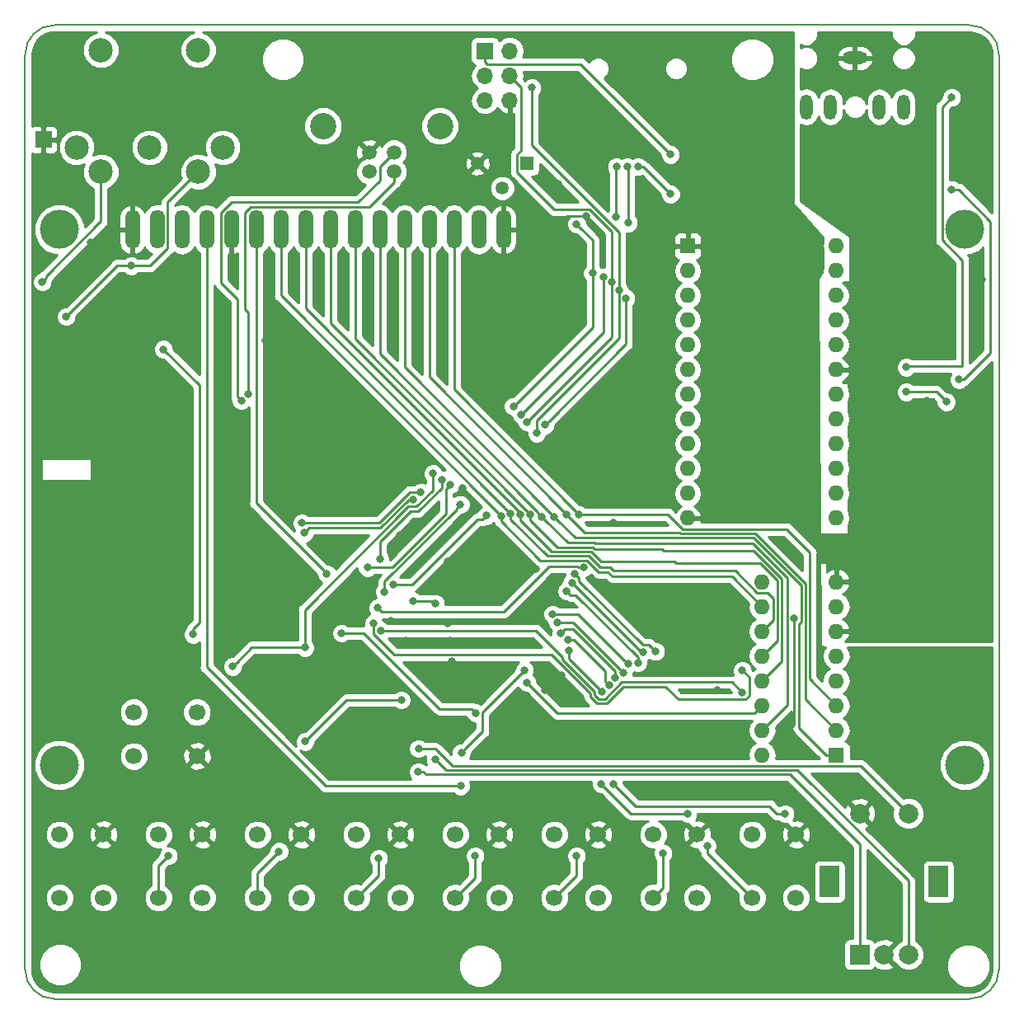
<source format=gbr>
%TF.GenerationSoftware,KiCad,Pcbnew,(5.0.2)-1*%
%TF.CreationDate,2019-07-24T10:45:56-07:00*%
%TF.ProjectId,YM2612_MIDI_SMD,594d3236-3132-45f4-9d49-44495f534d44,rev?*%
%TF.SameCoordinates,Original*%
%TF.FileFunction,Copper,L2,Bot*%
%TF.FilePolarity,Positive*%
%FSLAX46Y46*%
G04 Gerber Fmt 4.6, Leading zero omitted, Abs format (unit mm)*
G04 Created by KiCad (PCBNEW (5.0.2)-1) date 7/24/2019 10:45:56 AM*
%MOMM*%
%LPD*%
G01*
G04 APERTURE LIST*
%ADD10C,0.150000*%
%ADD11O,1.300000X2.600000*%
%ADD12O,2.600000X1.300000*%
%ADD13R,1.346200X1.346200*%
%ADD14C,1.346200*%
%ADD15O,1.501140X4.000500*%
%ADD16C,4.000000*%
%ADD17C,2.500000*%
%ADD18R,1.700000X1.700000*%
%ADD19C,2.700000*%
%ADD20C,1.520000*%
%ADD21O,1.700000X1.700000*%
%ADD22C,2.000000*%
%ADD23R,2.000000X3.200000*%
%ADD24R,2.000000X2.000000*%
%ADD25C,1.700000*%
%ADD26O,1.600000X1.600000*%
%ADD27R,1.600000X1.600000*%
%ADD28C,0.800000*%
%ADD29C,0.250000*%
%ADD30C,0.254000*%
G04 APERTURE END LIST*
D10*
X270000000Y-45000000D02*
X176000000Y-45000000D01*
X273000000Y-142000000D02*
X273000000Y-48000000D01*
X176000000Y-145000000D02*
X270000000Y-145000000D01*
X173000000Y-48000000D02*
X173000000Y-142000000D01*
X270000000Y-45000000D02*
G75*
G02X273000000Y-48000000I0J-3000000D01*
G01*
X273000000Y-142000000D02*
G75*
G02X270000000Y-145000000I-3000000J0D01*
G01*
X176000000Y-145000000D02*
G75*
G02X173000000Y-142000000I0J3000000D01*
G01*
X173000000Y-48000000D02*
G75*
G02X176000000Y-45000000I3000000J0D01*
G01*
D11*
X253216400Y-53390300D03*
X263216400Y-53390300D03*
X260716400Y-53390300D03*
X255716400Y-53390300D03*
D12*
X258216400Y-48390300D03*
D13*
X224536000Y-59207400D03*
D14*
X221996000Y-61747400D03*
X219456000Y-59207400D03*
D15*
X184012840Y-65971420D03*
X186552840Y-65971420D03*
X189092840Y-65971420D03*
X191632840Y-65971420D03*
X194172840Y-65971420D03*
X196712840Y-65971420D03*
X199252840Y-65971420D03*
X201792840Y-65971420D03*
X204332840Y-65971420D03*
X206872840Y-65971420D03*
X209412840Y-65971420D03*
X211952840Y-65971420D03*
X214492840Y-65971420D03*
X217032840Y-65971420D03*
X219572840Y-65971420D03*
X222112840Y-65971420D03*
D16*
X269512000Y-65972000D03*
X269512000Y-120972000D03*
X176512000Y-120972000D03*
X176512000Y-65972000D03*
D17*
X193275600Y-57559200D03*
X180775600Y-60059200D03*
X185775600Y-57559200D03*
X178275600Y-57559200D03*
X190775600Y-60059200D03*
X180775600Y-47559200D03*
X190775600Y-47559200D03*
D18*
X174879000Y-56769000D03*
D19*
X203600800Y-55371000D03*
X215600800Y-55371000D03*
D20*
X210870800Y-58071000D03*
X208330800Y-58071000D03*
X208330800Y-60071000D03*
X210870800Y-60071000D03*
D21*
X222758000Y-52730400D03*
X220218000Y-52730400D03*
X222758000Y-50190400D03*
X220218000Y-50190400D03*
X222758000Y-47650400D03*
D18*
X220218000Y-47650400D03*
D22*
X263699000Y-125962000D03*
X258699000Y-125962000D03*
D23*
X266799000Y-132962000D03*
X255599000Y-132962000D03*
D22*
X263699000Y-140462000D03*
X261199000Y-140462000D03*
D24*
X258699000Y-140462000D03*
D25*
X176530000Y-134620000D03*
X176530000Y-128120000D03*
X181030000Y-134620000D03*
X181030000Y-128120000D03*
X217170000Y-134620000D03*
X217170000Y-128120000D03*
X221670000Y-134620000D03*
X221670000Y-128120000D03*
X191190000Y-128120000D03*
X191190000Y-134620000D03*
X186690000Y-128120000D03*
X186690000Y-134620000D03*
X227330000Y-134620000D03*
X227330000Y-128120000D03*
X231830000Y-134620000D03*
X231830000Y-128120000D03*
X196850000Y-134620000D03*
X196850000Y-128120000D03*
X201350000Y-134620000D03*
X201350000Y-128120000D03*
X241990000Y-128120000D03*
X241990000Y-134620000D03*
X237490000Y-128120000D03*
X237490000Y-134620000D03*
X190650000Y-120070000D03*
X184150000Y-120070000D03*
X190650000Y-115570000D03*
X184150000Y-115570000D03*
X211510000Y-128120000D03*
X211510000Y-134620000D03*
X207010000Y-128120000D03*
X207010000Y-134620000D03*
X247650000Y-134620000D03*
X247650000Y-128120000D03*
X252150000Y-134620000D03*
X252150000Y-128120000D03*
D26*
X256286000Y-67691000D03*
X241046000Y-95631000D03*
X256286000Y-70231000D03*
X241046000Y-93091000D03*
X256286000Y-72771000D03*
X241046000Y-90551000D03*
X256286000Y-75311000D03*
X241046000Y-88011000D03*
X256286000Y-77851000D03*
X241046000Y-85471000D03*
X256286000Y-80391000D03*
X241046000Y-82931000D03*
X256286000Y-82931000D03*
X241046000Y-80391000D03*
X256286000Y-85471000D03*
X241046000Y-77851000D03*
X256286000Y-88011000D03*
X241046000Y-75311000D03*
X256286000Y-90551000D03*
X241046000Y-72771000D03*
X256286000Y-93091000D03*
X241046000Y-70231000D03*
X256286000Y-95631000D03*
D27*
X241046000Y-67691000D03*
X256311400Y-119938800D03*
D26*
X248691400Y-102158800D03*
X256311400Y-117398800D03*
X248691400Y-104698800D03*
X256311400Y-114858800D03*
X248691400Y-107238800D03*
X256311400Y-112318800D03*
X248691400Y-109778800D03*
X256311400Y-109778800D03*
X248691400Y-112318800D03*
X256311400Y-107238800D03*
X248691400Y-114858800D03*
X256311400Y-104698800D03*
X248691400Y-117398800D03*
X256311400Y-102158800D03*
X248691400Y-119938800D03*
D28*
X174752000Y-71374000D03*
X181356000Y-90043000D03*
X180340000Y-90043000D03*
X185166000Y-92964000D03*
X184150000Y-92964000D03*
X183896000Y-91186000D03*
X250977400Y-59893200D03*
X220014800Y-77114400D03*
X220406000Y-124206000D03*
X240919000Y-124206000D03*
X237236000Y-62865000D03*
X238125000Y-59563000D03*
X241427000Y-59563000D03*
X241300000Y-62484000D03*
X241808000Y-65024000D03*
X245872000Y-64516000D03*
X251460000Y-117348000D03*
X251968000Y-105918000D03*
X271780000Y-82042000D03*
X262636000Y-74295000D03*
X264922000Y-85471000D03*
X265811000Y-85471000D03*
X265430000Y-84455000D03*
X265557000Y-83566000D03*
X267970000Y-85217000D03*
X264541000Y-91567000D03*
X261874000Y-90424000D03*
X260096000Y-89408000D03*
X260096000Y-83185000D03*
X259334000Y-79375000D03*
X266954000Y-75311000D03*
X257810000Y-74168000D03*
X259461000Y-63881000D03*
X260477000Y-63881000D03*
X261493000Y-63881000D03*
X261493000Y-64897000D03*
X260477000Y-64897000D03*
X260096000Y-57912000D03*
X260985000Y-57912000D03*
X261874000Y-57912000D03*
X262763000Y-57912000D03*
X263652000Y-57912000D03*
X263652000Y-58801000D03*
X262763000Y-58801000D03*
X261874000Y-58801000D03*
X260985000Y-58801000D03*
X260096000Y-58801000D03*
X270383000Y-49530000D03*
X265938000Y-52959000D03*
X271780000Y-86868000D03*
X271780000Y-87884000D03*
X271780000Y-88900000D03*
X271780000Y-89789000D03*
X258699000Y-97536000D03*
X258699000Y-98425000D03*
X258699000Y-99314000D03*
X258699000Y-99314000D03*
X258699000Y-99314000D03*
X258699000Y-100203000D03*
X258699000Y-101092000D03*
X258699000Y-96647000D03*
X259588000Y-96647000D03*
X259588000Y-97536000D03*
X259588000Y-99314000D03*
X259588000Y-100203000D03*
X259588000Y-101092000D03*
X259588000Y-98425000D03*
X264668000Y-100203000D03*
X265557000Y-101092000D03*
X264668000Y-99314000D03*
X264668000Y-98425000D03*
X265557000Y-98425000D03*
X265557000Y-96647000D03*
X264668000Y-101092000D03*
X264668000Y-97536000D03*
X264668000Y-99314000D03*
X265557000Y-97536000D03*
X264668000Y-99314000D03*
X265557000Y-99314000D03*
X265557000Y-100203000D03*
X264668000Y-96647000D03*
X260985000Y-112141000D03*
X259461000Y-64897000D03*
X237744000Y-104648000D03*
X216789000Y-110363000D03*
X238633000Y-94234000D03*
X233426000Y-96139000D03*
X247777000Y-92710000D03*
X250190000Y-92837000D03*
X251587000Y-93980000D03*
X233680000Y-91440000D03*
X229870000Y-85090000D03*
X228600000Y-73660000D03*
X237490000Y-82550000D03*
X243078000Y-107950000D03*
X235589660Y-103500340D03*
X235204000Y-118618000D03*
X246634000Y-116840000D03*
X255270000Y-122428000D03*
X252476000Y-99822000D03*
X244094000Y-113284000D03*
X225425000Y-100838000D03*
X218440000Y-103378000D03*
X216408000Y-111506000D03*
X216662000Y-108204000D03*
X216408000Y-106426000D03*
X203708000Y-107696000D03*
X207010000Y-112522000D03*
X212090000Y-108204000D03*
X213868000Y-99822000D03*
X216408000Y-100076000D03*
X224790000Y-88265000D03*
X223393000Y-86995000D03*
X220472000Y-84201000D03*
X214503000Y-89789000D03*
X211455000Y-87376000D03*
X207772000Y-88138000D03*
X192913000Y-99060000D03*
X192913000Y-100076000D03*
X193802000Y-99568000D03*
X203708000Y-82423000D03*
X187960000Y-69723000D03*
X188849000Y-69723000D03*
X189738000Y-69723000D03*
X204343000Y-80010000D03*
X206121000Y-81661000D03*
X218567000Y-80645000D03*
X226441000Y-79375000D03*
X232156000Y-61087000D03*
X226822000Y-123317000D03*
X214884000Y-125095000D03*
X201676000Y-123952000D03*
X191389000Y-123698000D03*
X204343000Y-104648000D03*
X206883000Y-101727000D03*
X217932000Y-92510893D03*
X225044000Y-114681000D03*
X226404249Y-113320751D03*
X228092000Y-111760000D03*
X221488000Y-116713000D03*
X211709000Y-120015000D03*
X208915000Y-119761000D03*
X221742000Y-56261000D03*
X243078000Y-61341000D03*
X203581000Y-98171000D03*
X244856000Y-59817000D03*
X237109000Y-68199000D03*
X215773000Y-69977000D03*
X213360000Y-69977000D03*
X205740000Y-69977000D03*
X203200000Y-70104000D03*
X200533000Y-68961000D03*
X230632000Y-64643000D03*
X227711000Y-61341000D03*
X208280000Y-48260000D03*
X210820000Y-48260000D03*
X213360000Y-48260000D03*
X205740000Y-48260000D03*
X205740000Y-50800000D03*
X208280000Y-50800000D03*
X210820000Y-50800000D03*
X213360000Y-50800000D03*
X207010000Y-49530000D03*
X209550000Y-49530000D03*
X212090000Y-49530000D03*
X212090000Y-46990000D03*
X209550000Y-46990000D03*
X207010000Y-46990000D03*
X244177025Y-62774616D03*
X245872000Y-62315989D03*
X250190000Y-58420000D03*
X251460000Y-58420000D03*
X251460000Y-57150000D03*
X250190000Y-57150000D03*
X250190000Y-55880000D03*
X251460000Y-55880000D03*
X248920000Y-55880000D03*
X248920000Y-57150000D03*
X248920000Y-58420000D03*
X219710000Y-74930000D03*
X220980000Y-74930000D03*
X218440000Y-74930000D03*
X218440000Y-73660000D03*
X219710000Y-73660000D03*
X220980000Y-73660000D03*
X198120000Y-73660000D03*
X198120000Y-81280000D03*
X190500000Y-73660000D03*
X190500000Y-74930000D03*
X190500000Y-76200000D03*
X190500000Y-77470000D03*
X190500000Y-72390000D03*
X193040000Y-73660000D03*
X193040000Y-74930000D03*
X193040000Y-76200000D03*
X193040000Y-77470000D03*
X179070000Y-74930000D03*
X182753000Y-71628000D03*
X182753000Y-74295000D03*
X179070000Y-76200000D03*
X179070000Y-77470000D03*
X246380000Y-72390000D03*
X247650000Y-72390000D03*
X248920000Y-72390000D03*
X250190000Y-72390000D03*
X250190000Y-73660000D03*
X248920000Y-73660000D03*
X247650000Y-73660000D03*
X246380000Y-73660000D03*
X239776000Y-118465600D03*
X184429400Y-51333400D03*
X187045600Y-51333400D03*
X197662800Y-77393800D03*
X208051400Y-71932800D03*
X210769200Y-71882000D03*
X182753000Y-72898000D03*
X180303590Y-74935425D03*
X180253026Y-76220645D03*
X180151248Y-77531040D03*
X182753000Y-76962000D03*
X182753000Y-78359000D03*
X182753000Y-75692000D03*
X198120000Y-74537990D03*
X203327000Y-60960000D03*
X213487000Y-61976000D03*
X211489427Y-97409000D03*
X210566000Y-106172000D03*
X174625000Y-97155000D03*
X175895000Y-97155000D03*
X177165000Y-97155000D03*
X177165000Y-98425000D03*
X175895000Y-98425000D03*
X174625000Y-98425000D03*
X179705000Y-67310000D03*
X258826000Y-106172000D03*
X271272000Y-71120000D03*
X268892000Y-81407000D03*
X268147800Y-61882000D03*
X213406969Y-119299969D03*
X239284000Y-62359000D03*
X235938600Y-59537600D03*
X183896000Y-69723000D03*
X177215800Y-74930000D03*
X241046000Y-125984000D03*
X212852000Y-104140000D03*
X215138000Y-104394000D03*
X232156000Y-122936000D03*
X205486000Y-107442000D03*
X219251317Y-115619317D03*
X251036000Y-125984000D03*
X233426000Y-122936000D03*
X224282000Y-111252000D03*
X217802002Y-119703443D03*
X217711475Y-123153010D03*
X203972011Y-101356011D03*
X221868415Y-95386904D03*
X222845611Y-95174511D03*
X223840690Y-95273712D03*
X224840498Y-95253548D03*
X226060000Y-95504000D03*
X227325340Y-95499340D03*
X228600000Y-95250000D03*
X229870000Y-95250000D03*
X195199000Y-83566000D03*
X195906115Y-82858885D03*
X239268000Y-58293000D03*
X234705716Y-73038120D03*
X226397465Y-86064706D03*
X217694141Y-94224465D03*
X209896511Y-103207191D03*
X231267000Y-70485000D03*
X223139000Y-84146625D03*
X214884000Y-91059000D03*
X201716311Y-108925689D03*
X229637620Y-65443441D03*
X194310000Y-110867008D03*
X233255696Y-71374000D03*
X224539939Y-85783200D03*
X216662000Y-92202000D03*
X208153000Y-100711000D03*
X233980706Y-72206060D03*
X225044000Y-51435000D03*
X225528460Y-86900860D03*
X210820000Y-102489000D03*
X220349660Y-95381660D03*
X201752845Y-118577164D03*
X211624090Y-114307073D03*
X190246000Y-107569000D03*
X187198000Y-78293000D03*
X229473917Y-101344244D03*
X237750191Y-109332313D03*
X229154706Y-102291940D03*
X187706000Y-130302000D03*
X236421156Y-109390525D03*
X228600000Y-103124000D03*
X199078010Y-129851990D03*
X235922294Y-110490947D03*
X227170049Y-105492678D03*
X209296000Y-130556000D03*
X234930772Y-110620979D03*
X227684942Y-106349946D03*
X219202000Y-130302000D03*
X234428266Y-111485566D03*
X228016852Y-107462178D03*
X229616000Y-130302000D03*
X233573479Y-112004567D03*
X228773568Y-108115940D03*
X238506000Y-130048000D03*
X232946973Y-112783999D03*
X228854000Y-109220000D03*
X243049923Y-129285992D03*
X232217829Y-113468376D03*
X212852000Y-93726000D03*
X201676000Y-97155000D03*
X215109484Y-120409552D03*
X213614000Y-92964000D03*
X201422000Y-96139000D03*
X213360000Y-121666000D03*
X224536000Y-112522000D03*
X209217615Y-104837278D03*
X230378000Y-100697000D03*
X246634000Y-111252000D03*
X208788000Y-106426000D03*
X232398454Y-70859064D03*
X223934231Y-84987499D03*
X215773000Y-91694000D03*
X209423000Y-99822000D03*
X246634000Y-113538000D03*
X209550000Y-107188000D03*
X234838600Y-59537600D03*
X234950000Y-65311000D03*
X233738600Y-59537600D03*
X233680000Y-64682819D03*
X267589000Y-83693000D03*
X263492000Y-82677000D03*
X263492000Y-80137000D03*
X268147800Y-52433200D03*
D29*
X251968000Y-109474000D02*
X251968000Y-116840000D01*
X251968000Y-116840000D02*
X251460000Y-117348000D01*
X251968000Y-109474000D02*
X251968000Y-105918000D01*
X212090000Y-108204000D02*
X212344000Y-108458000D01*
X228600000Y-73094315D02*
X228473000Y-72967315D01*
X228600000Y-73660000D02*
X228600000Y-73094315D01*
X228473000Y-72967315D02*
X228473000Y-64770000D01*
X228473000Y-64770000D02*
X228600000Y-64643000D01*
X228600000Y-64643000D02*
X230632000Y-64643000D01*
X269367000Y-81407000D02*
X272142704Y-78631296D01*
X268892000Y-81407000D02*
X269367000Y-81407000D01*
X268863002Y-61882000D02*
X268147800Y-61882000D01*
X272142704Y-65161702D02*
X268863002Y-61882000D01*
X272142704Y-78631296D02*
X272142704Y-65161702D01*
X216878803Y-121063801D02*
X215114971Y-119299969D01*
X215114971Y-119299969D02*
X213972654Y-119299969D01*
X258800801Y-121063801D02*
X216878803Y-121063801D01*
X213972654Y-119299969D02*
X213406969Y-119299969D01*
X263699000Y-125962000D02*
X258800801Y-121063801D01*
X239284000Y-62359000D02*
X236462600Y-59537600D01*
X236462600Y-59537600D02*
X235938600Y-59537600D01*
X182422800Y-69723000D02*
X177215800Y-74930000D01*
X184429400Y-69723000D02*
X182422800Y-69723000D01*
X184429400Y-69723000D02*
X183896000Y-69723000D01*
X187628420Y-63206380D02*
X190775600Y-60059200D01*
X187628420Y-67920619D02*
X187628420Y-63206380D01*
X185826039Y-69723000D02*
X187628420Y-67920619D01*
X184429400Y-69723000D02*
X185826039Y-69723000D01*
X212852000Y-104140000D02*
X214884000Y-104140000D01*
X214884000Y-104140000D02*
X215138000Y-104394000D01*
X241046000Y-125984000D02*
X235204000Y-125984000D01*
X235204000Y-125984000D02*
X232156000Y-122936000D01*
X218851318Y-115219318D02*
X215549318Y-115219318D01*
X219251317Y-115619317D02*
X218851318Y-115219318D01*
X207772000Y-107442000D02*
X205486000Y-107442000D01*
X215549318Y-115219318D02*
X207772000Y-107442000D01*
X250186000Y-125984000D02*
X249424000Y-125222000D01*
X251036000Y-125984000D02*
X250186000Y-125984000D01*
X249424000Y-125222000D02*
X235712000Y-125222000D01*
X235712000Y-125222000D02*
X233426000Y-122936000D01*
X189092840Y-65971420D02*
X189092840Y-64721740D01*
X224282000Y-111252000D02*
X219976318Y-115557682D01*
X219976318Y-115557682D02*
X219976318Y-117529127D01*
X219976318Y-117529127D02*
X218202001Y-119303444D01*
X218202001Y-119303444D02*
X217802002Y-119703443D01*
X191632840Y-65971420D02*
X191632840Y-110930838D01*
X203855012Y-123153010D02*
X217145790Y-123153010D01*
X217145790Y-123153010D02*
X217711475Y-123153010D01*
X191632840Y-110930838D02*
X203855012Y-123153010D01*
X196712840Y-65971420D02*
X196712840Y-94096840D01*
X203572012Y-100956012D02*
X203972011Y-101356011D01*
X196712840Y-94096840D02*
X203572012Y-100956012D01*
X221468416Y-94986905D02*
X221868415Y-95386904D01*
X199252840Y-72771329D02*
X221468416Y-94986905D01*
X199252840Y-65971420D02*
X199252840Y-72771329D01*
X225887824Y-99971998D02*
X221868415Y-95952589D01*
X232850400Y-101149989D02*
X231903993Y-101149989D01*
X221868415Y-95952589D02*
X221868415Y-95386904D01*
X248691400Y-104698800D02*
X245592600Y-101600000D01*
X231903993Y-101149989D02*
X230726002Y-99971998D01*
X230726002Y-99971998D02*
X225887824Y-99971998D01*
X245592600Y-101600000D02*
X233300410Y-101600000D01*
X233300410Y-101600000D02*
X232850400Y-101149989D01*
X201792840Y-74121740D02*
X222445612Y-94774512D01*
X201792840Y-65971420D02*
X201792840Y-74121740D01*
X222445612Y-94774512D02*
X222845611Y-95174511D01*
X245901397Y-101033799D02*
X233370620Y-101033799D01*
X222845611Y-95740196D02*
X222845611Y-95174511D01*
X232090392Y-100699978D02*
X230912402Y-99521987D01*
X248691400Y-107238800D02*
X249816401Y-106113799D01*
X233370620Y-101033799D02*
X233300411Y-100963589D01*
X249231401Y-103283801D02*
X248151399Y-103283801D01*
X248151399Y-103283801D02*
X245901397Y-101033799D01*
X249816401Y-103868801D02*
X249231401Y-103283801D01*
X249816401Y-106113799D02*
X249816401Y-103868801D01*
X233036800Y-100699978D02*
X232090392Y-100699978D01*
X226627402Y-99521987D02*
X222845611Y-95740196D01*
X230912402Y-99521987D02*
X226627402Y-99521987D01*
X233300411Y-100963589D02*
X233036800Y-100699978D01*
X204332840Y-65971420D02*
X204332840Y-75588738D01*
X223840690Y-95096588D02*
X223840690Y-95273712D01*
X204332840Y-75588738D02*
X223840690Y-95096588D01*
X227073269Y-99071976D02*
X223840690Y-95839397D01*
X250266412Y-102068810D02*
X248469613Y-100272011D01*
X232102826Y-100076000D02*
X231098802Y-99071976D01*
X231098802Y-99071976D02*
X227073269Y-99071976D01*
X223840690Y-95839397D02*
X223840690Y-95273712D01*
X239647589Y-100076000D02*
X232102826Y-100076000D01*
X250266411Y-108203789D02*
X250266412Y-102068810D01*
X239843600Y-100272011D02*
X239647589Y-100076000D01*
X248469613Y-100272011D02*
X239843600Y-100272011D01*
X248691400Y-109778800D02*
X250266411Y-108203789D01*
X206872840Y-65971420D02*
X206872840Y-77232860D01*
X224440499Y-94800519D02*
X224440499Y-94853549D01*
X206872840Y-77232860D02*
X224440499Y-94800519D01*
X224440499Y-94853549D02*
X224840498Y-95253548D01*
X231469237Y-98806000D02*
X231285202Y-98621965D01*
X224840498Y-95819233D02*
X224840498Y-95253548D01*
X248691400Y-112318800D02*
X250716421Y-110293779D01*
X247843191Y-99002011D02*
X238573600Y-99002011D01*
X250716421Y-101875241D02*
X247843191Y-99002011D01*
X250716421Y-110293779D02*
X250716421Y-101875241D01*
X227643230Y-98621965D02*
X224840498Y-95819233D01*
X231285202Y-98621965D02*
X227643230Y-98621965D01*
X238377589Y-98806000D02*
X231469237Y-98806000D01*
X238573600Y-99002011D02*
X238377589Y-98806000D01*
X209412840Y-78752886D02*
X225660001Y-95000047D01*
X209412840Y-65971420D02*
X209412840Y-78752886D01*
X225660001Y-95000047D02*
X225660001Y-95104001D01*
X225660001Y-95104001D02*
X226060000Y-95504000D01*
X228727954Y-98171954D02*
X226459999Y-95903999D01*
X251242998Y-114847202D02*
X251242998Y-101765408D01*
X247717601Y-98240011D02*
X231539659Y-98240011D01*
X231471602Y-98171954D02*
X228727954Y-98171954D01*
X248691400Y-117398800D02*
X251242998Y-114847202D01*
X231539659Y-98240011D02*
X231471602Y-98171954D01*
X226459999Y-95903999D02*
X226060000Y-95504000D01*
X251242998Y-101765408D02*
X247717601Y-98240011D01*
X226925341Y-95099341D02*
X227325340Y-95499340D01*
X211952840Y-80126840D02*
X226925341Y-95099341D01*
X211952840Y-65971420D02*
X211952840Y-80126840D01*
X229482023Y-97656023D02*
X227725339Y-95899339D01*
X256311400Y-119938800D02*
X255261400Y-119938800D01*
X252476000Y-106483004D02*
X252693002Y-106266002D01*
X252693002Y-106266002D02*
X252693002Y-102579002D01*
X227725339Y-95899339D02*
X227325340Y-95499340D01*
X255261400Y-119938800D02*
X252476000Y-117153400D01*
X252693002Y-102579002D02*
X247770023Y-97656023D01*
X252476000Y-117153400D02*
X252476000Y-106483004D01*
X247770023Y-97656023D02*
X229482023Y-97656023D01*
X214492840Y-65971420D02*
X214492840Y-81142840D01*
X214492840Y-81142840D02*
X228600000Y-95250000D01*
X256311400Y-117398800D02*
X253143013Y-114230413D01*
X240199576Y-97085989D02*
X230435989Y-97085989D01*
X253143013Y-114230413D02*
X253143013Y-102392602D01*
X230435989Y-97085989D02*
X228999999Y-95649999D01*
X240319599Y-97206012D02*
X240199576Y-97085989D01*
X247956423Y-97206012D02*
X240319599Y-97206012D01*
X253143013Y-102392602D02*
X247956423Y-97206012D01*
X228999999Y-95649999D02*
X228600000Y-95250000D01*
X217032840Y-65971420D02*
X217032840Y-82412840D01*
X217032840Y-82412840D02*
X229870000Y-95250000D01*
X230435685Y-95250000D02*
X229870000Y-95250000D01*
X251190823Y-96756001D02*
X240505999Y-96756001D01*
X238999998Y-95250000D02*
X230435685Y-95250000D01*
X240505999Y-96756001D02*
X238999998Y-95250000D01*
X256311400Y-114858800D02*
X253593024Y-112140424D01*
X253593024Y-99158202D02*
X251190823Y-96756001D01*
X253593024Y-112140424D02*
X253593024Y-99158202D01*
X194799001Y-83166001D02*
X195199000Y-83566000D01*
X194799001Y-73170999D02*
X194799001Y-83166001D01*
X194818000Y-73152000D02*
X194799001Y-73170999D01*
X193097260Y-71431260D02*
X194818000Y-73152000D01*
X209415801Y-59525999D02*
X209415801Y-60967199D01*
X210870800Y-58071000D02*
X209415801Y-59525999D01*
X209415801Y-60967199D02*
X207186851Y-63196149D01*
X207186851Y-63196149D02*
X194177332Y-63196149D01*
X194177332Y-63196149D02*
X193097260Y-64276221D01*
X193097260Y-64276221D02*
X193097260Y-71431260D01*
X210870800Y-60071000D02*
X210870800Y-61145802D01*
X195580000Y-64262000D02*
X195580000Y-74168000D01*
X195906115Y-74494115D02*
X195906115Y-82293200D01*
X195580000Y-74168000D02*
X195906115Y-74494115D01*
X196195840Y-63646160D02*
X195580000Y-64262000D01*
X208370442Y-63646160D02*
X196195840Y-63646160D01*
X195906115Y-82293200D02*
X195906115Y-82858885D01*
X210870800Y-61145802D02*
X208370442Y-63646160D01*
X220218000Y-48344000D02*
X220218000Y-47244000D01*
X234705716Y-73038120D02*
X234705716Y-77756455D01*
X226797464Y-85664707D02*
X226397465Y-86064706D01*
X234705716Y-77756455D02*
X226797464Y-85664707D01*
X217294142Y-94624464D02*
X217294142Y-94746268D01*
X209896511Y-102641506D02*
X209896511Y-103207191D01*
X209896511Y-102143899D02*
X209896511Y-102641506D01*
X217294142Y-94746268D02*
X209896511Y-102143899D01*
X217694141Y-94224465D02*
X217294142Y-94624464D01*
X220293001Y-48825401D02*
X220218000Y-48750400D01*
X220218000Y-48750400D02*
X220218000Y-47650400D01*
X220482999Y-49015399D02*
X220218000Y-48750400D01*
X229990399Y-49015399D02*
X220482999Y-49015399D01*
X239268000Y-58293000D02*
X229990399Y-49015399D01*
X231267000Y-76018625D02*
X223139000Y-84146625D01*
X231267000Y-70485000D02*
X231267000Y-76018625D01*
X201716311Y-108360004D02*
X201716311Y-108925689D01*
X214884000Y-91059000D02*
X214884000Y-92767002D01*
X212331009Y-94451001D02*
X201716311Y-105065699D01*
X214884000Y-92767002D02*
X213200001Y-94451001D01*
X213200001Y-94451001D02*
X212331009Y-94451001D01*
X201716311Y-105065699D02*
X201716311Y-108360004D01*
X230037619Y-65843440D02*
X229637620Y-65443441D01*
X231267000Y-67072821D02*
X230037619Y-65843440D01*
X231267000Y-70485000D02*
X231267000Y-67072821D01*
X194709999Y-110467009D02*
X194310000Y-110867008D01*
X201716311Y-108925689D02*
X196251319Y-108925689D01*
X196251319Y-108925689D02*
X194709999Y-110467009D01*
X233255696Y-71374000D02*
X233255696Y-77067443D01*
X233255696Y-77067443D02*
X224939938Y-85383201D01*
X224939938Y-85383201D02*
X224539939Y-85783200D01*
X216262001Y-92601999D02*
X216262001Y-95141999D01*
X216662000Y-92202000D02*
X216262001Y-92601999D01*
X216262001Y-95141999D02*
X210693000Y-100711000D01*
X210693000Y-100711000D02*
X208153000Y-100711000D01*
X223933001Y-57879197D02*
X223933001Y-51365401D01*
X233255696Y-66193692D02*
X230980002Y-63917998D01*
X223933001Y-51365401D02*
X222758000Y-50190400D01*
X230980002Y-63917998D02*
X227315396Y-63917998D01*
X227315396Y-63917998D02*
X223537899Y-60140501D01*
X223537899Y-60140501D02*
X223537899Y-58274299D01*
X233255696Y-71374000D02*
X233255696Y-66193692D01*
X223537899Y-58274299D02*
X223933001Y-57879197D01*
X225528460Y-85562600D02*
X225528460Y-86335175D01*
X225528460Y-86335175D02*
X225528460Y-86900860D01*
X233980706Y-77110354D02*
X225528460Y-85562600D01*
X233980706Y-72206060D02*
X233980706Y-77110354D01*
X212725000Y-102489000D02*
X219432341Y-95781659D01*
X219432341Y-95781659D02*
X219949661Y-95781659D01*
X210820000Y-102489000D02*
X212725000Y-102489000D01*
X219949661Y-95781659D02*
X220349660Y-95381660D01*
X225044000Y-57345585D02*
X225044000Y-52000685D01*
X233980706Y-66282291D02*
X225044000Y-57345585D01*
X225044000Y-52000685D02*
X225044000Y-51435000D01*
X233980706Y-72206060D02*
X233980706Y-66282291D01*
X206022936Y-114307073D02*
X211058405Y-114307073D01*
X211058405Y-114307073D02*
X211624090Y-114307073D01*
X201752845Y-118577164D02*
X206022936Y-114307073D01*
X190246000Y-107003315D02*
X190881000Y-106368315D01*
X190246000Y-107569000D02*
X190246000Y-107003315D01*
X190881000Y-106368315D02*
X190881000Y-81976000D01*
X190881000Y-81976000D02*
X187198000Y-78293000D01*
X237083402Y-108665524D02*
X237350192Y-108932314D01*
X237350192Y-108932314D02*
X237750191Y-109332313D01*
X229473917Y-101344244D02*
X229879708Y-101750035D01*
X236427524Y-108665524D02*
X237083402Y-108665524D01*
X229879708Y-101750035D02*
X229879708Y-102117708D01*
X229879708Y-102117708D02*
X236427524Y-108665524D01*
X186690000Y-131318000D02*
X186690000Y-134620000D01*
X187706000Y-130302000D02*
X186690000Y-131318000D01*
X229154706Y-102291940D02*
X236253291Y-109390525D01*
X236253291Y-109390525D02*
X236421156Y-109390525D01*
X196850000Y-132080000D02*
X196850000Y-134620000D01*
X199078010Y-129851990D02*
X196850000Y-132080000D01*
X229521031Y-103523999D02*
X235922294Y-109925262D01*
X235922294Y-109925262D02*
X235922294Y-110490947D01*
X228999999Y-103523999D02*
X229521031Y-103523999D01*
X228600000Y-103124000D02*
X228999999Y-103523999D01*
X209296000Y-132334000D02*
X207010000Y-134620000D01*
X209296000Y-130556000D02*
X209296000Y-132334000D01*
X229802471Y-105492678D02*
X234530773Y-110220980D01*
X234530773Y-110220980D02*
X234930772Y-110620979D01*
X227170049Y-105492678D02*
X229802471Y-105492678D01*
X219202000Y-132588000D02*
X217170000Y-134620000D01*
X219202000Y-130302000D02*
X219202000Y-132588000D01*
X227684942Y-106349946D02*
X229292646Y-106349946D01*
X234028267Y-111085567D02*
X234428266Y-111485566D01*
X229292646Y-106349946D02*
X234028267Y-111085567D01*
X229616000Y-132334000D02*
X227330000Y-134620000D01*
X229616000Y-130302000D02*
X229616000Y-132334000D01*
X228016852Y-107462178D02*
X228416851Y-107062179D01*
X229289488Y-107062179D02*
X233573479Y-111346170D01*
X233573479Y-111346170D02*
X233573479Y-111438882D01*
X228416851Y-107062179D02*
X229289488Y-107062179D01*
X233573479Y-111438882D02*
X233573479Y-112004567D01*
X238506000Y-133604000D02*
X237490000Y-134620000D01*
X238506000Y-130048000D02*
X238506000Y-133604000D01*
X228773568Y-108115940D02*
X229339253Y-108115940D01*
X229339253Y-108115940D02*
X232586885Y-111363572D01*
X232586885Y-111363572D02*
X232586885Y-112423911D01*
X232586885Y-112423911D02*
X232946973Y-112783999D01*
X243049923Y-130019923D02*
X243049923Y-129851677D01*
X247650000Y-134620000D02*
X243049923Y-130019923D01*
X243049923Y-129851677D02*
X243049923Y-129285992D01*
X231817830Y-113068377D02*
X232217829Y-113468376D01*
X228854000Y-110104547D02*
X231817830Y-113068377D01*
X228854000Y-109220000D02*
X228854000Y-110104547D01*
X212852000Y-93726000D02*
X212394234Y-93726000D01*
X212394234Y-93726000D02*
X209473234Y-96647000D01*
X209473234Y-96647000D02*
X202184000Y-96647000D01*
X202184000Y-96647000D02*
X201676000Y-97155000D01*
X215509483Y-120809551D02*
X215109484Y-120409552D01*
X263699000Y-132889000D02*
X252323812Y-121513812D01*
X263699000Y-140462000D02*
X263699000Y-132889000D01*
X252323812Y-121513812D02*
X216213744Y-121513812D01*
X216213744Y-121513812D02*
X215509483Y-120809551D01*
X212519824Y-92964000D02*
X209344824Y-96139000D01*
X213614000Y-92964000D02*
X212519824Y-92964000D01*
X209344824Y-96139000D02*
X202438000Y-96139000D01*
X202438000Y-96139000D02*
X201422000Y-96139000D01*
X258699000Y-140462000D02*
X258699000Y-129159000D01*
X258699000Y-129159000D02*
X251503823Y-121963823D01*
X251503823Y-121963823D02*
X214165823Y-121963823D01*
X213868000Y-121666000D02*
X213360000Y-121666000D01*
X214165823Y-121963823D02*
X213868000Y-121666000D01*
X248691400Y-114858800D02*
X247891401Y-115658799D01*
X247891401Y-115658799D02*
X227672799Y-115658799D01*
X224935999Y-112921999D02*
X224536000Y-112522000D01*
X227672799Y-115658799D02*
X224935999Y-112921999D01*
X209217615Y-104837278D02*
X209617614Y-105237277D01*
X229734558Y-100619243D02*
X229812315Y-100697000D01*
X209617614Y-105237277D02*
X222168723Y-105237277D01*
X229812315Y-100697000D02*
X230378000Y-100697000D01*
X226786757Y-100619243D02*
X229734558Y-100619243D01*
X222168723Y-105237277D02*
X226786757Y-100619243D01*
X232760026Y-114643389D02*
X231683427Y-114643389D01*
X231683427Y-114643389D02*
X231042816Y-114002778D01*
X231042816Y-114002778D02*
X231042816Y-113626231D01*
X247359001Y-111977001D02*
X247359001Y-113886001D01*
X238733598Y-112935013D02*
X234468402Y-112935013D01*
X208788000Y-107499002D02*
X208788000Y-106991685D01*
X227049598Y-109633013D02*
X210922011Y-109633013D01*
X234468402Y-112935013D02*
X232760026Y-114643389D01*
X240061586Y-114263001D02*
X238733598Y-112935013D01*
X247359001Y-113886001D02*
X246982001Y-114263001D01*
X231042816Y-113626231D02*
X227049598Y-109633013D01*
X246982001Y-114263001D02*
X240061586Y-114263001D01*
X246634000Y-111252000D02*
X247359001Y-111977001D01*
X208788000Y-106991685D02*
X208788000Y-106426000D01*
X210922011Y-109633013D02*
X208788000Y-107499002D01*
X232398454Y-70859064D02*
X232398454Y-76523276D01*
X232398454Y-76523276D02*
X224334230Y-84587500D01*
X224334230Y-84587500D02*
X223934231Y-84987499D01*
X209423000Y-98044000D02*
X209423000Y-99256315D01*
X215773000Y-91694000D02*
X215773000Y-92514413D01*
X215773000Y-92514413D02*
X213386401Y-94901012D01*
X209423000Y-99256315D02*
X209423000Y-99822000D01*
X212565988Y-94901012D02*
X209423000Y-98044000D01*
X213386401Y-94901012D02*
X212565988Y-94901012D01*
X245581002Y-112485002D02*
X234274207Y-112485002D01*
X210115685Y-107188000D02*
X209550000Y-107188000D01*
X225447234Y-107188000D02*
X210115685Y-107188000D01*
X246634000Y-113538000D02*
X245581002Y-112485002D01*
X234274207Y-112485002D02*
X232565831Y-114193378D01*
X231492827Y-113439831D02*
X228204235Y-110151239D01*
X231492827Y-113816378D02*
X231492827Y-113439831D01*
X228204235Y-109945001D02*
X225447234Y-107188000D01*
X231869827Y-114193378D02*
X231492827Y-113816378D01*
X232565831Y-114193378D02*
X231869827Y-114193378D01*
X228204235Y-110151239D02*
X228204235Y-109945001D01*
X175151999Y-70974001D02*
X174752000Y-71374000D01*
X175151999Y-70773003D02*
X175151999Y-70974001D01*
X180775600Y-65149402D02*
X175151999Y-70773003D01*
X180775600Y-60059200D02*
X180775600Y-65149402D01*
X234950000Y-65311000D02*
X234950000Y-59649000D01*
X234950000Y-59649000D02*
X234838600Y-59537600D01*
X233680000Y-59596200D02*
X233738600Y-59537600D01*
X233680000Y-64682819D02*
X233680000Y-59596200D01*
X267589000Y-83693000D02*
X266573000Y-82677000D01*
X266573000Y-82677000D02*
X263492000Y-82677000D01*
X263619000Y-80010000D02*
X263492000Y-80137000D01*
X269240000Y-80010000D02*
X263619000Y-80010000D01*
X267186999Y-53394001D02*
X268147800Y-52433200D01*
X267186999Y-67088001D02*
X267186999Y-53394001D01*
X269240000Y-69141002D02*
X267186999Y-67088001D01*
X269240000Y-80010000D02*
X269240000Y-69141002D01*
D30*
G36*
X261981400Y-46135957D02*
X262169418Y-46589871D01*
X262516829Y-46937282D01*
X262970743Y-47125300D01*
X263462057Y-47125300D01*
X263915971Y-46937282D01*
X264263382Y-46589871D01*
X264451400Y-46135957D01*
X264451400Y-45710000D01*
X269958753Y-45710000D01*
X270525708Y-45776100D01*
X271023212Y-45956685D01*
X271465835Y-46246881D01*
X271829823Y-46631116D01*
X272095658Y-47088784D01*
X272251892Y-47604629D01*
X272290001Y-48031629D01*
X272290001Y-64234197D01*
X269453333Y-61397530D01*
X269410931Y-61334071D01*
X269159539Y-61166096D01*
X268937854Y-61122000D01*
X268937849Y-61122000D01*
X268863002Y-61107112D01*
X268841000Y-61111489D01*
X268734080Y-61004569D01*
X268353674Y-60847000D01*
X267946999Y-60847000D01*
X267946999Y-53708802D01*
X268187601Y-53468200D01*
X268353674Y-53468200D01*
X268734080Y-53310631D01*
X269025231Y-53019480D01*
X269182800Y-52639074D01*
X269182800Y-52227326D01*
X269025231Y-51846920D01*
X268734080Y-51555769D01*
X268353674Y-51398200D01*
X267941926Y-51398200D01*
X267561520Y-51555769D01*
X267270369Y-51846920D01*
X267112800Y-52227326D01*
X267112800Y-52393399D01*
X266702527Y-52803672D01*
X266639071Y-52846072D01*
X266596671Y-52909528D01*
X266596670Y-52909529D01*
X266471096Y-53097464D01*
X266412111Y-53394001D01*
X266427000Y-53468853D01*
X266426999Y-67013154D01*
X266412111Y-67088001D01*
X266426999Y-67162848D01*
X266426999Y-67162852D01*
X266471095Y-67384537D01*
X266639070Y-67635930D01*
X266702529Y-67678332D01*
X268480001Y-69455805D01*
X268480000Y-79250000D01*
X264055178Y-79250000D01*
X263697874Y-79102000D01*
X263286126Y-79102000D01*
X262905720Y-79259569D01*
X262614569Y-79550720D01*
X262457000Y-79931126D01*
X262457000Y-80342874D01*
X262614569Y-80723280D01*
X262905720Y-81014431D01*
X263286126Y-81172000D01*
X263697874Y-81172000D01*
X264078280Y-81014431D01*
X264322711Y-80770000D01*
X268065289Y-80770000D01*
X268014569Y-80820720D01*
X267857000Y-81201126D01*
X267857000Y-81612874D01*
X268014569Y-81993280D01*
X268305720Y-82284431D01*
X268686126Y-82442000D01*
X269097874Y-82442000D01*
X269478280Y-82284431D01*
X269633915Y-82128796D01*
X269663537Y-82122904D01*
X269914929Y-81954929D01*
X269957331Y-81891470D01*
X272290001Y-79558801D01*
X272290001Y-108305600D01*
X257244067Y-108305600D01*
X257542441Y-107976223D01*
X257703304Y-107587839D01*
X257581315Y-107365800D01*
X256438400Y-107365800D01*
X256438400Y-107385800D01*
X256184400Y-107385800D01*
X256184400Y-107365800D01*
X256164400Y-107365800D01*
X256164400Y-107111800D01*
X256184400Y-107111800D01*
X256184400Y-107091800D01*
X256438400Y-107091800D01*
X256438400Y-107111800D01*
X257581315Y-107111800D01*
X257703304Y-106889761D01*
X257542441Y-106501377D01*
X257166534Y-106086411D01*
X256962292Y-105989747D01*
X257345977Y-105733377D01*
X257663140Y-105258709D01*
X257774513Y-104698800D01*
X257663140Y-104138891D01*
X257345977Y-103664223D01*
X256962292Y-103407853D01*
X257166534Y-103311189D01*
X257542441Y-102896223D01*
X257703304Y-102507839D01*
X257581315Y-102285800D01*
X256438400Y-102285800D01*
X256438400Y-102305800D01*
X256184400Y-102305800D01*
X256184400Y-102285800D01*
X256164400Y-102285800D01*
X256164400Y-102031800D01*
X256184400Y-102031800D01*
X256184400Y-100888171D01*
X256438400Y-100888171D01*
X256438400Y-102031800D01*
X257581315Y-102031800D01*
X257703304Y-101809761D01*
X257542441Y-101421377D01*
X257166534Y-101006411D01*
X256660441Y-100766886D01*
X256438400Y-100888171D01*
X256184400Y-100888171D01*
X255962359Y-100766886D01*
X255456266Y-101006411D01*
X255320800Y-101155953D01*
X255320800Y-97256600D01*
X257378200Y-97256600D01*
X257426801Y-97246933D01*
X257468003Y-97219403D01*
X257495533Y-97178201D01*
X257505200Y-97129600D01*
X257505200Y-96389269D01*
X257637740Y-96190909D01*
X257749113Y-95631000D01*
X257637740Y-95071091D01*
X257505200Y-94872731D01*
X257505200Y-93849269D01*
X257637740Y-93650909D01*
X257749113Y-93091000D01*
X257637740Y-92531091D01*
X257505200Y-92332731D01*
X257505200Y-91309269D01*
X257637740Y-91110909D01*
X257749113Y-90551000D01*
X257637740Y-89991091D01*
X257505200Y-89792731D01*
X257505200Y-88769269D01*
X257637740Y-88570909D01*
X257749113Y-88011000D01*
X257637740Y-87451091D01*
X257505200Y-87252731D01*
X257505200Y-86229269D01*
X257637740Y-86030909D01*
X257749113Y-85471000D01*
X257637740Y-84911091D01*
X257505200Y-84712731D01*
X257505200Y-83689269D01*
X257637740Y-83490909D01*
X257749113Y-82931000D01*
X257657639Y-82471126D01*
X262457000Y-82471126D01*
X262457000Y-82882874D01*
X262614569Y-83263280D01*
X262905720Y-83554431D01*
X263286126Y-83712000D01*
X263697874Y-83712000D01*
X264078280Y-83554431D01*
X264195711Y-83437000D01*
X266258199Y-83437000D01*
X266554000Y-83732802D01*
X266554000Y-83898874D01*
X266711569Y-84279280D01*
X267002720Y-84570431D01*
X267383126Y-84728000D01*
X267794874Y-84728000D01*
X268175280Y-84570431D01*
X268466431Y-84279280D01*
X268624000Y-83898874D01*
X268624000Y-83487126D01*
X268466431Y-83106720D01*
X268175280Y-82815569D01*
X267794874Y-82658000D01*
X267628802Y-82658000D01*
X267163331Y-82192530D01*
X267120929Y-82129071D01*
X266869537Y-81961096D01*
X266647852Y-81917000D01*
X266647847Y-81917000D01*
X266573000Y-81902112D01*
X266498153Y-81917000D01*
X264195711Y-81917000D01*
X264078280Y-81799569D01*
X263697874Y-81642000D01*
X263286126Y-81642000D01*
X262905720Y-81799569D01*
X262614569Y-82090720D01*
X262457000Y-82471126D01*
X257657639Y-82471126D01*
X257637740Y-82371091D01*
X257505200Y-82172731D01*
X257505200Y-81838800D01*
X257495533Y-81790199D01*
X257468003Y-81748997D01*
X257426801Y-81721467D01*
X257378200Y-81711800D01*
X257044269Y-81711800D01*
X256936892Y-81640053D01*
X257141134Y-81543389D01*
X257517041Y-81128423D01*
X257677904Y-80740039D01*
X257555915Y-80518000D01*
X256413000Y-80518000D01*
X256413000Y-80538000D01*
X256159000Y-80538000D01*
X256159000Y-80518000D01*
X256139000Y-80518000D01*
X256139000Y-80264000D01*
X256159000Y-80264000D01*
X256159000Y-80244000D01*
X256413000Y-80244000D01*
X256413000Y-80264000D01*
X257555915Y-80264000D01*
X257677904Y-80041961D01*
X257517041Y-79653577D01*
X257141134Y-79238611D01*
X256936892Y-79141947D01*
X257320577Y-78885577D01*
X257637740Y-78410909D01*
X257749113Y-77851000D01*
X257637740Y-77291091D01*
X257320577Y-76816423D01*
X256968242Y-76581000D01*
X257320577Y-76345577D01*
X257637740Y-75870909D01*
X257749113Y-75311000D01*
X257637740Y-74751091D01*
X257320577Y-74276423D01*
X256968242Y-74041000D01*
X257320577Y-73805577D01*
X257637740Y-73330909D01*
X257749113Y-72771000D01*
X257637740Y-72211091D01*
X257320577Y-71736423D01*
X256968242Y-71501000D01*
X257196324Y-71348600D01*
X257581400Y-71348600D01*
X257630001Y-71338933D01*
X257671203Y-71311403D01*
X257698733Y-71270201D01*
X257708400Y-71221600D01*
X257708400Y-70435678D01*
X257749113Y-70231000D01*
X257708400Y-70026322D01*
X257708400Y-67895678D01*
X257749113Y-67691000D01*
X257708400Y-67486322D01*
X257708400Y-66751200D01*
X257698733Y-66702599D01*
X257655022Y-66647717D01*
X252603000Y-63053492D01*
X252603000Y-55175895D01*
X252715018Y-55250743D01*
X253216400Y-55350474D01*
X253717781Y-55250743D01*
X254142833Y-54966733D01*
X254426843Y-54541682D01*
X254466400Y-54342815D01*
X254505957Y-54541681D01*
X254789967Y-54966733D01*
X255215018Y-55250743D01*
X255716400Y-55350474D01*
X256217781Y-55250743D01*
X256642833Y-54966733D01*
X256926843Y-54541682D01*
X257001400Y-54166858D01*
X257001400Y-53684241D01*
X257169418Y-54089871D01*
X257516829Y-54437282D01*
X257970743Y-54625300D01*
X258462057Y-54625300D01*
X258915971Y-54437282D01*
X259263382Y-54089871D01*
X259431400Y-53684241D01*
X259431400Y-54166857D01*
X259505957Y-54541681D01*
X259789967Y-54966733D01*
X260215018Y-55250743D01*
X260716400Y-55350474D01*
X261217781Y-55250743D01*
X261642833Y-54966733D01*
X261926843Y-54541682D01*
X261966400Y-54342815D01*
X262005957Y-54541681D01*
X262289967Y-54966733D01*
X262715018Y-55250743D01*
X263216400Y-55350474D01*
X263717781Y-55250743D01*
X264142833Y-54966733D01*
X264426843Y-54541682D01*
X264501400Y-54166858D01*
X264501400Y-52613742D01*
X264426843Y-52238918D01*
X264142833Y-51813867D01*
X263717782Y-51529857D01*
X263216400Y-51430126D01*
X262715019Y-51529857D01*
X262289968Y-51813867D01*
X262005957Y-52238918D01*
X261966400Y-52437785D01*
X261926843Y-52238918D01*
X261642833Y-51813867D01*
X261217782Y-51529857D01*
X260716400Y-51430126D01*
X260215019Y-51529857D01*
X259789968Y-51813867D01*
X259505957Y-52238918D01*
X259431400Y-52613742D01*
X259431400Y-53096359D01*
X259263382Y-52690729D01*
X258915971Y-52343318D01*
X258462057Y-52155300D01*
X257970743Y-52155300D01*
X257516829Y-52343318D01*
X257169418Y-52690729D01*
X257001400Y-53096359D01*
X257001400Y-52613742D01*
X256926843Y-52238918D01*
X256642833Y-51813867D01*
X256217782Y-51529857D01*
X255716400Y-51430126D01*
X255215019Y-51529857D01*
X254789968Y-51813867D01*
X254505957Y-52238918D01*
X254466400Y-52437785D01*
X254426843Y-52238918D01*
X254142833Y-51813867D01*
X253717782Y-51529857D01*
X253216400Y-51430126D01*
X252715019Y-51529857D01*
X252603000Y-51604706D01*
X252603000Y-49472975D01*
X252970743Y-49625300D01*
X253462057Y-49625300D01*
X253915971Y-49437282D01*
X254263382Y-49089871D01*
X254418339Y-48715771D01*
X256323301Y-48715771D01*
X256330614Y-48764715D01*
X256567965Y-49209129D01*
X256957319Y-49528884D01*
X257439400Y-49675300D01*
X258089400Y-49675300D01*
X258089400Y-48517300D01*
X258343400Y-48517300D01*
X258343400Y-49675300D01*
X258993400Y-49675300D01*
X259475481Y-49528884D01*
X259864835Y-49209129D01*
X260102186Y-48764715D01*
X260109499Y-48715771D01*
X259985467Y-48517300D01*
X258343400Y-48517300D01*
X258089400Y-48517300D01*
X256447333Y-48517300D01*
X256323301Y-48715771D01*
X254418339Y-48715771D01*
X254451400Y-48635957D01*
X254451400Y-48144643D01*
X254418340Y-48064829D01*
X256323301Y-48064829D01*
X256447333Y-48263300D01*
X258089400Y-48263300D01*
X258089400Y-47105300D01*
X258343400Y-47105300D01*
X258343400Y-48263300D01*
X259985467Y-48263300D01*
X260059620Y-48144643D01*
X261981400Y-48144643D01*
X261981400Y-48635957D01*
X262169418Y-49089871D01*
X262516829Y-49437282D01*
X262970743Y-49625300D01*
X263462057Y-49625300D01*
X263915971Y-49437282D01*
X264263382Y-49089871D01*
X264451400Y-48635957D01*
X264451400Y-48144643D01*
X264263382Y-47690729D01*
X263915971Y-47343318D01*
X263462057Y-47155300D01*
X262970743Y-47155300D01*
X262516829Y-47343318D01*
X262169418Y-47690729D01*
X261981400Y-48144643D01*
X260059620Y-48144643D01*
X260109499Y-48064829D01*
X260102186Y-48015885D01*
X259864835Y-47571471D01*
X259475481Y-47251716D01*
X258993400Y-47105300D01*
X258343400Y-47105300D01*
X258089400Y-47105300D01*
X257439400Y-47105300D01*
X256957319Y-47251716D01*
X256567965Y-47571471D01*
X256330614Y-48015885D01*
X256323301Y-48064829D01*
X254418340Y-48064829D01*
X254263382Y-47690729D01*
X253915971Y-47343318D01*
X253462057Y-47155300D01*
X252970743Y-47155300D01*
X252603000Y-47307625D01*
X252603000Y-46972975D01*
X252970743Y-47125300D01*
X253462057Y-47125300D01*
X253915971Y-46937282D01*
X254263382Y-46589871D01*
X254451400Y-46135957D01*
X254451400Y-45710000D01*
X261981400Y-45710000D01*
X261981400Y-46135957D01*
X261981400Y-46135957D01*
G37*
X261981400Y-46135957D02*
X262169418Y-46589871D01*
X262516829Y-46937282D01*
X262970743Y-47125300D01*
X263462057Y-47125300D01*
X263915971Y-46937282D01*
X264263382Y-46589871D01*
X264451400Y-46135957D01*
X264451400Y-45710000D01*
X269958753Y-45710000D01*
X270525708Y-45776100D01*
X271023212Y-45956685D01*
X271465835Y-46246881D01*
X271829823Y-46631116D01*
X272095658Y-47088784D01*
X272251892Y-47604629D01*
X272290001Y-48031629D01*
X272290001Y-64234197D01*
X269453333Y-61397530D01*
X269410931Y-61334071D01*
X269159539Y-61166096D01*
X268937854Y-61122000D01*
X268937849Y-61122000D01*
X268863002Y-61107112D01*
X268841000Y-61111489D01*
X268734080Y-61004569D01*
X268353674Y-60847000D01*
X267946999Y-60847000D01*
X267946999Y-53708802D01*
X268187601Y-53468200D01*
X268353674Y-53468200D01*
X268734080Y-53310631D01*
X269025231Y-53019480D01*
X269182800Y-52639074D01*
X269182800Y-52227326D01*
X269025231Y-51846920D01*
X268734080Y-51555769D01*
X268353674Y-51398200D01*
X267941926Y-51398200D01*
X267561520Y-51555769D01*
X267270369Y-51846920D01*
X267112800Y-52227326D01*
X267112800Y-52393399D01*
X266702527Y-52803672D01*
X266639071Y-52846072D01*
X266596671Y-52909528D01*
X266596670Y-52909529D01*
X266471096Y-53097464D01*
X266412111Y-53394001D01*
X266427000Y-53468853D01*
X266426999Y-67013154D01*
X266412111Y-67088001D01*
X266426999Y-67162848D01*
X266426999Y-67162852D01*
X266471095Y-67384537D01*
X266639070Y-67635930D01*
X266702529Y-67678332D01*
X268480001Y-69455805D01*
X268480000Y-79250000D01*
X264055178Y-79250000D01*
X263697874Y-79102000D01*
X263286126Y-79102000D01*
X262905720Y-79259569D01*
X262614569Y-79550720D01*
X262457000Y-79931126D01*
X262457000Y-80342874D01*
X262614569Y-80723280D01*
X262905720Y-81014431D01*
X263286126Y-81172000D01*
X263697874Y-81172000D01*
X264078280Y-81014431D01*
X264322711Y-80770000D01*
X268065289Y-80770000D01*
X268014569Y-80820720D01*
X267857000Y-81201126D01*
X267857000Y-81612874D01*
X268014569Y-81993280D01*
X268305720Y-82284431D01*
X268686126Y-82442000D01*
X269097874Y-82442000D01*
X269478280Y-82284431D01*
X269633915Y-82128796D01*
X269663537Y-82122904D01*
X269914929Y-81954929D01*
X269957331Y-81891470D01*
X272290001Y-79558801D01*
X272290001Y-108305600D01*
X257244067Y-108305600D01*
X257542441Y-107976223D01*
X257703304Y-107587839D01*
X257581315Y-107365800D01*
X256438400Y-107365800D01*
X256438400Y-107385800D01*
X256184400Y-107385800D01*
X256184400Y-107365800D01*
X256164400Y-107365800D01*
X256164400Y-107111800D01*
X256184400Y-107111800D01*
X256184400Y-107091800D01*
X256438400Y-107091800D01*
X256438400Y-107111800D01*
X257581315Y-107111800D01*
X257703304Y-106889761D01*
X257542441Y-106501377D01*
X257166534Y-106086411D01*
X256962292Y-105989747D01*
X257345977Y-105733377D01*
X257663140Y-105258709D01*
X257774513Y-104698800D01*
X257663140Y-104138891D01*
X257345977Y-103664223D01*
X256962292Y-103407853D01*
X257166534Y-103311189D01*
X257542441Y-102896223D01*
X257703304Y-102507839D01*
X257581315Y-102285800D01*
X256438400Y-102285800D01*
X256438400Y-102305800D01*
X256184400Y-102305800D01*
X256184400Y-102285800D01*
X256164400Y-102285800D01*
X256164400Y-102031800D01*
X256184400Y-102031800D01*
X256184400Y-100888171D01*
X256438400Y-100888171D01*
X256438400Y-102031800D01*
X257581315Y-102031800D01*
X257703304Y-101809761D01*
X257542441Y-101421377D01*
X257166534Y-101006411D01*
X256660441Y-100766886D01*
X256438400Y-100888171D01*
X256184400Y-100888171D01*
X255962359Y-100766886D01*
X255456266Y-101006411D01*
X255320800Y-101155953D01*
X255320800Y-97256600D01*
X257378200Y-97256600D01*
X257426801Y-97246933D01*
X257468003Y-97219403D01*
X257495533Y-97178201D01*
X257505200Y-97129600D01*
X257505200Y-96389269D01*
X257637740Y-96190909D01*
X257749113Y-95631000D01*
X257637740Y-95071091D01*
X257505200Y-94872731D01*
X257505200Y-93849269D01*
X257637740Y-93650909D01*
X257749113Y-93091000D01*
X257637740Y-92531091D01*
X257505200Y-92332731D01*
X257505200Y-91309269D01*
X257637740Y-91110909D01*
X257749113Y-90551000D01*
X257637740Y-89991091D01*
X257505200Y-89792731D01*
X257505200Y-88769269D01*
X257637740Y-88570909D01*
X257749113Y-88011000D01*
X257637740Y-87451091D01*
X257505200Y-87252731D01*
X257505200Y-86229269D01*
X257637740Y-86030909D01*
X257749113Y-85471000D01*
X257637740Y-84911091D01*
X257505200Y-84712731D01*
X257505200Y-83689269D01*
X257637740Y-83490909D01*
X257749113Y-82931000D01*
X257657639Y-82471126D01*
X262457000Y-82471126D01*
X262457000Y-82882874D01*
X262614569Y-83263280D01*
X262905720Y-83554431D01*
X263286126Y-83712000D01*
X263697874Y-83712000D01*
X264078280Y-83554431D01*
X264195711Y-83437000D01*
X266258199Y-83437000D01*
X266554000Y-83732802D01*
X266554000Y-83898874D01*
X266711569Y-84279280D01*
X267002720Y-84570431D01*
X267383126Y-84728000D01*
X267794874Y-84728000D01*
X268175280Y-84570431D01*
X268466431Y-84279280D01*
X268624000Y-83898874D01*
X268624000Y-83487126D01*
X268466431Y-83106720D01*
X268175280Y-82815569D01*
X267794874Y-82658000D01*
X267628802Y-82658000D01*
X267163331Y-82192530D01*
X267120929Y-82129071D01*
X266869537Y-81961096D01*
X266647852Y-81917000D01*
X266647847Y-81917000D01*
X266573000Y-81902112D01*
X266498153Y-81917000D01*
X264195711Y-81917000D01*
X264078280Y-81799569D01*
X263697874Y-81642000D01*
X263286126Y-81642000D01*
X262905720Y-81799569D01*
X262614569Y-82090720D01*
X262457000Y-82471126D01*
X257657639Y-82471126D01*
X257637740Y-82371091D01*
X257505200Y-82172731D01*
X257505200Y-81838800D01*
X257495533Y-81790199D01*
X257468003Y-81748997D01*
X257426801Y-81721467D01*
X257378200Y-81711800D01*
X257044269Y-81711800D01*
X256936892Y-81640053D01*
X257141134Y-81543389D01*
X257517041Y-81128423D01*
X257677904Y-80740039D01*
X257555915Y-80518000D01*
X256413000Y-80518000D01*
X256413000Y-80538000D01*
X256159000Y-80538000D01*
X256159000Y-80518000D01*
X256139000Y-80518000D01*
X256139000Y-80264000D01*
X256159000Y-80264000D01*
X256159000Y-80244000D01*
X256413000Y-80244000D01*
X256413000Y-80264000D01*
X257555915Y-80264000D01*
X257677904Y-80041961D01*
X257517041Y-79653577D01*
X257141134Y-79238611D01*
X256936892Y-79141947D01*
X257320577Y-78885577D01*
X257637740Y-78410909D01*
X257749113Y-77851000D01*
X257637740Y-77291091D01*
X257320577Y-76816423D01*
X256968242Y-76581000D01*
X257320577Y-76345577D01*
X257637740Y-75870909D01*
X257749113Y-75311000D01*
X257637740Y-74751091D01*
X257320577Y-74276423D01*
X256968242Y-74041000D01*
X257320577Y-73805577D01*
X257637740Y-73330909D01*
X257749113Y-72771000D01*
X257637740Y-72211091D01*
X257320577Y-71736423D01*
X256968242Y-71501000D01*
X257196324Y-71348600D01*
X257581400Y-71348600D01*
X257630001Y-71338933D01*
X257671203Y-71311403D01*
X257698733Y-71270201D01*
X257708400Y-71221600D01*
X257708400Y-70435678D01*
X257749113Y-70231000D01*
X257708400Y-70026322D01*
X257708400Y-67895678D01*
X257749113Y-67691000D01*
X257708400Y-67486322D01*
X257708400Y-66751200D01*
X257698733Y-66702599D01*
X257655022Y-66647717D01*
X252603000Y-63053492D01*
X252603000Y-55175895D01*
X252715018Y-55250743D01*
X253216400Y-55350474D01*
X253717781Y-55250743D01*
X254142833Y-54966733D01*
X254426843Y-54541682D01*
X254466400Y-54342815D01*
X254505957Y-54541681D01*
X254789967Y-54966733D01*
X255215018Y-55250743D01*
X255716400Y-55350474D01*
X256217781Y-55250743D01*
X256642833Y-54966733D01*
X256926843Y-54541682D01*
X257001400Y-54166858D01*
X257001400Y-53684241D01*
X257169418Y-54089871D01*
X257516829Y-54437282D01*
X257970743Y-54625300D01*
X258462057Y-54625300D01*
X258915971Y-54437282D01*
X259263382Y-54089871D01*
X259431400Y-53684241D01*
X259431400Y-54166857D01*
X259505957Y-54541681D01*
X259789967Y-54966733D01*
X260215018Y-55250743D01*
X260716400Y-55350474D01*
X261217781Y-55250743D01*
X261642833Y-54966733D01*
X261926843Y-54541682D01*
X261966400Y-54342815D01*
X262005957Y-54541681D01*
X262289967Y-54966733D01*
X262715018Y-55250743D01*
X263216400Y-55350474D01*
X263717781Y-55250743D01*
X264142833Y-54966733D01*
X264426843Y-54541682D01*
X264501400Y-54166858D01*
X264501400Y-52613742D01*
X264426843Y-52238918D01*
X264142833Y-51813867D01*
X263717782Y-51529857D01*
X263216400Y-51430126D01*
X262715019Y-51529857D01*
X262289968Y-51813867D01*
X262005957Y-52238918D01*
X261966400Y-52437785D01*
X261926843Y-52238918D01*
X261642833Y-51813867D01*
X261217782Y-51529857D01*
X260716400Y-51430126D01*
X260215019Y-51529857D01*
X259789968Y-51813867D01*
X259505957Y-52238918D01*
X259431400Y-52613742D01*
X259431400Y-53096359D01*
X259263382Y-52690729D01*
X258915971Y-52343318D01*
X258462057Y-52155300D01*
X257970743Y-52155300D01*
X257516829Y-52343318D01*
X257169418Y-52690729D01*
X257001400Y-53096359D01*
X257001400Y-52613742D01*
X256926843Y-52238918D01*
X256642833Y-51813867D01*
X256217782Y-51529857D01*
X255716400Y-51430126D01*
X255215019Y-51529857D01*
X254789968Y-51813867D01*
X254505957Y-52238918D01*
X254466400Y-52437785D01*
X254426843Y-52238918D01*
X254142833Y-51813867D01*
X253717782Y-51529857D01*
X253216400Y-51430126D01*
X252715019Y-51529857D01*
X252603000Y-51604706D01*
X252603000Y-49472975D01*
X252970743Y-49625300D01*
X253462057Y-49625300D01*
X253915971Y-49437282D01*
X254263382Y-49089871D01*
X254418339Y-48715771D01*
X256323301Y-48715771D01*
X256330614Y-48764715D01*
X256567965Y-49209129D01*
X256957319Y-49528884D01*
X257439400Y-49675300D01*
X258089400Y-49675300D01*
X258089400Y-48517300D01*
X258343400Y-48517300D01*
X258343400Y-49675300D01*
X258993400Y-49675300D01*
X259475481Y-49528884D01*
X259864835Y-49209129D01*
X260102186Y-48764715D01*
X260109499Y-48715771D01*
X259985467Y-48517300D01*
X258343400Y-48517300D01*
X258089400Y-48517300D01*
X256447333Y-48517300D01*
X256323301Y-48715771D01*
X254418339Y-48715771D01*
X254451400Y-48635957D01*
X254451400Y-48144643D01*
X254418340Y-48064829D01*
X256323301Y-48064829D01*
X256447333Y-48263300D01*
X258089400Y-48263300D01*
X258089400Y-47105300D01*
X258343400Y-47105300D01*
X258343400Y-48263300D01*
X259985467Y-48263300D01*
X260059620Y-48144643D01*
X261981400Y-48144643D01*
X261981400Y-48635957D01*
X262169418Y-49089871D01*
X262516829Y-49437282D01*
X262970743Y-49625300D01*
X263462057Y-49625300D01*
X263915971Y-49437282D01*
X264263382Y-49089871D01*
X264451400Y-48635957D01*
X264451400Y-48144643D01*
X264263382Y-47690729D01*
X263915971Y-47343318D01*
X263462057Y-47155300D01*
X262970743Y-47155300D01*
X262516829Y-47343318D01*
X262169418Y-47690729D01*
X261981400Y-48144643D01*
X260059620Y-48144643D01*
X260109499Y-48064829D01*
X260102186Y-48015885D01*
X259864835Y-47571471D01*
X259475481Y-47251716D01*
X258993400Y-47105300D01*
X258343400Y-47105300D01*
X258089400Y-47105300D01*
X257439400Y-47105300D01*
X256957319Y-47251716D01*
X256567965Y-47571471D01*
X256330614Y-48015885D01*
X256323301Y-48064829D01*
X254418340Y-48064829D01*
X254263382Y-47690729D01*
X253915971Y-47343318D01*
X253462057Y-47155300D01*
X252970743Y-47155300D01*
X252603000Y-47307625D01*
X252603000Y-46972975D01*
X252970743Y-47125300D01*
X253462057Y-47125300D01*
X253915971Y-46937282D01*
X254263382Y-46589871D01*
X254451400Y-46135957D01*
X254451400Y-45710000D01*
X261981400Y-45710000D01*
X261981400Y-46135957D01*
G36*
X271382704Y-78316494D02*
X270000000Y-79699199D01*
X270000000Y-69215849D01*
X270014888Y-69141002D01*
X270000000Y-69066155D01*
X270000000Y-69066150D01*
X269955904Y-68844465D01*
X269797235Y-68607000D01*
X270036134Y-68607000D01*
X271004608Y-68205845D01*
X271382705Y-67827748D01*
X271382704Y-78316494D01*
X271382704Y-78316494D01*
G37*
X271382704Y-78316494D02*
X270000000Y-79699199D01*
X270000000Y-69215849D01*
X270014888Y-69141002D01*
X270000000Y-69066155D01*
X270000000Y-69066150D01*
X269955904Y-68844465D01*
X269797235Y-68607000D01*
X270036134Y-68607000D01*
X271004608Y-68205845D01*
X271382705Y-67827748D01*
X271382704Y-78316494D01*
G36*
X179707833Y-45961174D02*
X179177574Y-46491433D01*
X178890600Y-47184250D01*
X178890600Y-47934150D01*
X179177574Y-48626967D01*
X179707833Y-49157226D01*
X180400650Y-49444200D01*
X181150550Y-49444200D01*
X181843367Y-49157226D01*
X182373626Y-48626967D01*
X182660600Y-47934150D01*
X182660600Y-47184250D01*
X182373626Y-46491433D01*
X181843367Y-45961174D01*
X181236979Y-45710000D01*
X190314221Y-45710000D01*
X189707833Y-45961174D01*
X189177574Y-46491433D01*
X188890600Y-47184250D01*
X188890600Y-47934150D01*
X189177574Y-48626967D01*
X189707833Y-49157226D01*
X190400650Y-49444200D01*
X191150550Y-49444200D01*
X191843367Y-49157226D01*
X192373626Y-48626967D01*
X192604564Y-48069431D01*
X197219000Y-48069431D01*
X197219000Y-48958569D01*
X197559259Y-49780026D01*
X198187974Y-50408741D01*
X199009431Y-50749000D01*
X199898569Y-50749000D01*
X200720026Y-50408741D01*
X200938367Y-50190400D01*
X218703908Y-50190400D01*
X218819161Y-50769818D01*
X219147375Y-51261025D01*
X219445761Y-51460400D01*
X219147375Y-51659775D01*
X218819161Y-52150982D01*
X218703908Y-52730400D01*
X218819161Y-53309818D01*
X219147375Y-53801025D01*
X219638582Y-54129239D01*
X220071744Y-54215400D01*
X220364256Y-54215400D01*
X220797418Y-54129239D01*
X221288625Y-53801025D01*
X221489353Y-53500614D01*
X221876642Y-53925583D01*
X222401108Y-54171886D01*
X222631000Y-54051219D01*
X222631000Y-52857400D01*
X222611000Y-52857400D01*
X222611000Y-52603400D01*
X222631000Y-52603400D01*
X222631000Y-52583400D01*
X222885000Y-52583400D01*
X222885000Y-52603400D01*
X222905000Y-52603400D01*
X222905000Y-52857400D01*
X222885000Y-52857400D01*
X222885000Y-54051219D01*
X223114892Y-54171886D01*
X223173002Y-54144596D01*
X223173001Y-57564396D01*
X223053427Y-57683970D01*
X222989971Y-57726370D01*
X222947571Y-57789826D01*
X222947570Y-57789827D01*
X222821996Y-57977762D01*
X222763011Y-58274299D01*
X222777900Y-58349151D01*
X222777899Y-60065654D01*
X222763011Y-60140501D01*
X222777899Y-60215348D01*
X222777899Y-60215352D01*
X222821995Y-60437037D01*
X222989970Y-60688430D01*
X223053429Y-60730832D01*
X226725069Y-64402474D01*
X226767467Y-64465927D01*
X226830920Y-64508325D01*
X226830922Y-64508327D01*
X226946087Y-64585277D01*
X227018859Y-64633902D01*
X227240544Y-64677998D01*
X227240548Y-64677998D01*
X227315395Y-64692886D01*
X227390242Y-64677998D01*
X228939352Y-64677998D01*
X228760189Y-64857161D01*
X228602620Y-65237567D01*
X228602620Y-65649315D01*
X228760189Y-66029721D01*
X229051340Y-66320872D01*
X229431746Y-66478441D01*
X229597819Y-66478441D01*
X230507001Y-67387624D01*
X230507000Y-69781289D01*
X230389569Y-69898720D01*
X230232000Y-70279126D01*
X230232000Y-70690874D01*
X230389569Y-71071280D01*
X230507000Y-71188711D01*
X230507001Y-75703822D01*
X223099199Y-83111625D01*
X222933126Y-83111625D01*
X222552720Y-83269194D01*
X222261569Y-83560345D01*
X222104000Y-83940751D01*
X222104000Y-84352499D01*
X222261569Y-84732905D01*
X222552720Y-85024056D01*
X222899231Y-85167585D01*
X222899231Y-85193373D01*
X223056800Y-85573779D01*
X223347951Y-85864930D01*
X223504939Y-85929956D01*
X223504939Y-85989074D01*
X223662508Y-86369480D01*
X223953659Y-86660631D01*
X224334065Y-86818200D01*
X224493460Y-86818200D01*
X224493460Y-87106734D01*
X224651029Y-87487140D01*
X224942180Y-87778291D01*
X225322586Y-87935860D01*
X225734334Y-87935860D01*
X226114740Y-87778291D01*
X226405891Y-87487140D01*
X226563460Y-87106734D01*
X226563460Y-87099706D01*
X226603339Y-87099706D01*
X226983745Y-86942137D01*
X227274896Y-86650986D01*
X227432465Y-86270580D01*
X227432465Y-86104507D01*
X235190189Y-78346784D01*
X235253645Y-78304384D01*
X235421620Y-78052992D01*
X235465716Y-77831307D01*
X235465716Y-77831303D01*
X235480604Y-77756456D01*
X235465716Y-77681609D01*
X235465716Y-73741831D01*
X235583147Y-73624400D01*
X235740716Y-73243994D01*
X235740716Y-72832246D01*
X235583147Y-72451840D01*
X235291996Y-72160689D01*
X235015706Y-72046246D01*
X235015706Y-72000186D01*
X234858137Y-71619780D01*
X234740706Y-71502349D01*
X234740706Y-66764690D01*
X239611000Y-66764690D01*
X239611000Y-67405250D01*
X239769750Y-67564000D01*
X240919000Y-67564000D01*
X240919000Y-66414750D01*
X241173000Y-66414750D01*
X241173000Y-67564000D01*
X242322250Y-67564000D01*
X242481000Y-67405250D01*
X242481000Y-66764690D01*
X242384327Y-66531301D01*
X242205698Y-66352673D01*
X241972309Y-66256000D01*
X241331750Y-66256000D01*
X241173000Y-66414750D01*
X240919000Y-66414750D01*
X240760250Y-66256000D01*
X240119691Y-66256000D01*
X239886302Y-66352673D01*
X239707673Y-66531301D01*
X239611000Y-66764690D01*
X234740706Y-66764690D01*
X234740706Y-66357139D01*
X234743013Y-66345539D01*
X234744126Y-66346000D01*
X235155874Y-66346000D01*
X235536280Y-66188431D01*
X235827431Y-65897280D01*
X235985000Y-65516874D01*
X235985000Y-65105126D01*
X235827431Y-64724720D01*
X235710000Y-64607289D01*
X235710000Y-60563187D01*
X235732726Y-60572600D01*
X236144474Y-60572600D01*
X236341280Y-60491081D01*
X238249000Y-62398802D01*
X238249000Y-62564874D01*
X238406569Y-62945280D01*
X238697720Y-63236431D01*
X239078126Y-63394000D01*
X239489874Y-63394000D01*
X239870280Y-63236431D01*
X240161431Y-62945280D01*
X240319000Y-62564874D01*
X240319000Y-62153126D01*
X240161431Y-61772720D01*
X239870280Y-61481569D01*
X239489874Y-61324000D01*
X239323802Y-61324000D01*
X237052931Y-59053130D01*
X237010529Y-58989671D01*
X236759137Y-58821696D01*
X236668348Y-58803637D01*
X236524880Y-58660169D01*
X236144474Y-58502600D01*
X235732726Y-58502600D01*
X235388600Y-58645141D01*
X235044474Y-58502600D01*
X234632726Y-58502600D01*
X234288600Y-58645141D01*
X233944474Y-58502600D01*
X233532726Y-58502600D01*
X233152320Y-58660169D01*
X232861169Y-58951320D01*
X232703600Y-59331726D01*
X232703600Y-59743474D01*
X232861169Y-60123880D01*
X232920001Y-60182712D01*
X232920000Y-63979108D01*
X232836162Y-64062946D01*
X225804000Y-57030784D01*
X225804000Y-52138711D01*
X225921431Y-52021280D01*
X226079000Y-51640874D01*
X226079000Y-51229126D01*
X225921431Y-50848720D01*
X225630280Y-50557569D01*
X225249874Y-50400000D01*
X224838126Y-50400000D01*
X224457720Y-50557569D01*
X224328846Y-50686443D01*
X224199209Y-50556807D01*
X224272092Y-50190400D01*
X224189543Y-49775399D01*
X229675598Y-49775399D01*
X238233000Y-58332802D01*
X238233000Y-58498874D01*
X238390569Y-58879280D01*
X238681720Y-59170431D01*
X239062126Y-59328000D01*
X239473874Y-59328000D01*
X239854280Y-59170431D01*
X240145431Y-58879280D01*
X240303000Y-58498874D01*
X240303000Y-58087126D01*
X240145431Y-57706720D01*
X239854280Y-57415569D01*
X239473874Y-57258000D01*
X239307802Y-57258000D01*
X232523423Y-50473621D01*
X232843195Y-50153849D01*
X233023600Y-49718311D01*
X233023600Y-49246889D01*
X238653600Y-49246889D01*
X238653600Y-49718311D01*
X238834005Y-50153849D01*
X239167351Y-50487195D01*
X239602889Y-50667600D01*
X240074311Y-50667600D01*
X240509849Y-50487195D01*
X240843195Y-50153849D01*
X241023600Y-49718311D01*
X241023600Y-49246889D01*
X240843195Y-48811351D01*
X240509849Y-48478005D01*
X240074311Y-48297600D01*
X239602889Y-48297600D01*
X239167351Y-48478005D01*
X238834005Y-48811351D01*
X238653600Y-49246889D01*
X233023600Y-49246889D01*
X232843195Y-48811351D01*
X232509849Y-48478005D01*
X232074311Y-48297600D01*
X231602889Y-48297600D01*
X231167351Y-48478005D01*
X230847579Y-48797777D01*
X230580730Y-48530929D01*
X230538328Y-48467470D01*
X230286936Y-48299495D01*
X230065251Y-48255399D01*
X230065246Y-48255399D01*
X229990399Y-48240511D01*
X229915552Y-48255399D01*
X224139746Y-48255399D01*
X224156839Y-48229818D01*
X224188741Y-48069431D01*
X245415000Y-48069431D01*
X245415000Y-48958569D01*
X245755259Y-49780026D01*
X246383974Y-50408741D01*
X247205431Y-50749000D01*
X248094569Y-50749000D01*
X248916026Y-50408741D01*
X249544741Y-49780026D01*
X249885000Y-48958569D01*
X249885000Y-48069431D01*
X249544741Y-47247974D01*
X248916026Y-46619259D01*
X248094569Y-46279000D01*
X247205431Y-46279000D01*
X246383974Y-46619259D01*
X245755259Y-47247974D01*
X245415000Y-48069431D01*
X224188741Y-48069431D01*
X224272092Y-47650400D01*
X224156839Y-47070982D01*
X223828625Y-46579775D01*
X223337418Y-46251561D01*
X222904256Y-46165400D01*
X222611744Y-46165400D01*
X222178582Y-46251561D01*
X221687375Y-46579775D01*
X221675184Y-46598019D01*
X221666157Y-46552635D01*
X221525809Y-46342591D01*
X221315765Y-46202243D01*
X221068000Y-46152960D01*
X219368000Y-46152960D01*
X219120235Y-46202243D01*
X218910191Y-46342591D01*
X218769843Y-46552635D01*
X218720560Y-46800400D01*
X218720560Y-48500400D01*
X218769843Y-48748165D01*
X218910191Y-48958209D01*
X219120235Y-49098557D01*
X219165619Y-49107584D01*
X219147375Y-49119775D01*
X218819161Y-49610982D01*
X218703908Y-50190400D01*
X200938367Y-50190400D01*
X201348741Y-49780026D01*
X201689000Y-48958569D01*
X201689000Y-48069431D01*
X201348741Y-47247974D01*
X200720026Y-46619259D01*
X199898569Y-46279000D01*
X199009431Y-46279000D01*
X198187974Y-46619259D01*
X197559259Y-47247974D01*
X197219000Y-48069431D01*
X192604564Y-48069431D01*
X192660600Y-47934150D01*
X192660600Y-47184250D01*
X192373626Y-46491433D01*
X191843367Y-45961174D01*
X191236979Y-45710000D01*
X251841000Y-45710000D01*
X251841000Y-63246000D01*
X251850667Y-63294601D01*
X251871574Y-63328651D01*
X254889000Y-66848981D01*
X254889000Y-67358628D01*
X254822887Y-67691000D01*
X254889000Y-68023372D01*
X254889000Y-69898628D01*
X254822887Y-70231000D01*
X254851646Y-70375579D01*
X254402330Y-71049553D01*
X254383414Y-71095354D01*
X254381003Y-71120858D01*
X254635003Y-108712858D01*
X254644998Y-108761392D01*
X254672806Y-108802407D01*
X254714193Y-108829658D01*
X254747975Y-108838223D01*
X255181806Y-108886426D01*
X254959660Y-109218891D01*
X254848287Y-109778800D01*
X254959660Y-110338709D01*
X255276823Y-110813377D01*
X255629158Y-111048800D01*
X255276823Y-111284223D01*
X254959660Y-111758891D01*
X254848287Y-112318800D01*
X254848805Y-112321404D01*
X254353024Y-111825623D01*
X254353024Y-99233048D01*
X254367912Y-99158201D01*
X254353024Y-99083354D01*
X254353024Y-99083350D01*
X254308928Y-98861665D01*
X254140953Y-98610273D01*
X254077497Y-98567873D01*
X251781154Y-96271531D01*
X251738752Y-96208072D01*
X251487360Y-96040097D01*
X251265675Y-95996001D01*
X251265670Y-95996001D01*
X251190823Y-95981113D01*
X251115976Y-95996001D01*
X242431293Y-95996001D01*
X242437904Y-95980039D01*
X242315915Y-95758000D01*
X241173000Y-95758000D01*
X241173000Y-95778000D01*
X240919000Y-95778000D01*
X240919000Y-95758000D01*
X240899000Y-95758000D01*
X240899000Y-95504000D01*
X240919000Y-95504000D01*
X240919000Y-95484000D01*
X241173000Y-95484000D01*
X241173000Y-95504000D01*
X242315915Y-95504000D01*
X242437904Y-95281961D01*
X242277041Y-94893577D01*
X241901134Y-94478611D01*
X241696892Y-94381947D01*
X242080577Y-94125577D01*
X242397740Y-93650909D01*
X242509113Y-93091000D01*
X242397740Y-92531091D01*
X242080577Y-92056423D01*
X241728242Y-91821000D01*
X242080577Y-91585577D01*
X242397740Y-91110909D01*
X242509113Y-90551000D01*
X242397740Y-89991091D01*
X242080577Y-89516423D01*
X241728242Y-89281000D01*
X242080577Y-89045577D01*
X242397740Y-88570909D01*
X242509113Y-88011000D01*
X242397740Y-87451091D01*
X242080577Y-86976423D01*
X241728242Y-86741000D01*
X242080577Y-86505577D01*
X242397740Y-86030909D01*
X242509113Y-85471000D01*
X242397740Y-84911091D01*
X242080577Y-84436423D01*
X241728242Y-84201000D01*
X242080577Y-83965577D01*
X242397740Y-83490909D01*
X242509113Y-82931000D01*
X242397740Y-82371091D01*
X242080577Y-81896423D01*
X241728242Y-81661000D01*
X242080577Y-81425577D01*
X242397740Y-80950909D01*
X242509113Y-80391000D01*
X242397740Y-79831091D01*
X242080577Y-79356423D01*
X241728242Y-79121000D01*
X242080577Y-78885577D01*
X242397740Y-78410909D01*
X242509113Y-77851000D01*
X242397740Y-77291091D01*
X242080577Y-76816423D01*
X241728242Y-76581000D01*
X242080577Y-76345577D01*
X242397740Y-75870909D01*
X242509113Y-75311000D01*
X242397740Y-74751091D01*
X242080577Y-74276423D01*
X241728242Y-74041000D01*
X242080577Y-73805577D01*
X242397740Y-73330909D01*
X242509113Y-72771000D01*
X242397740Y-72211091D01*
X242080577Y-71736423D01*
X241728242Y-71501000D01*
X242080577Y-71265577D01*
X242397740Y-70790909D01*
X242509113Y-70231000D01*
X242397740Y-69671091D01*
X242080577Y-69196423D01*
X241974082Y-69125265D01*
X242205698Y-69029327D01*
X242384327Y-68850699D01*
X242481000Y-68617310D01*
X242481000Y-67976750D01*
X242322250Y-67818000D01*
X241173000Y-67818000D01*
X241173000Y-67838000D01*
X240919000Y-67838000D01*
X240919000Y-67818000D01*
X239769750Y-67818000D01*
X239611000Y-67976750D01*
X239611000Y-68617310D01*
X239707673Y-68850699D01*
X239886302Y-69029327D01*
X240117918Y-69125265D01*
X240011423Y-69196423D01*
X239694260Y-69671091D01*
X239582887Y-70231000D01*
X239694260Y-70790909D01*
X240011423Y-71265577D01*
X240363758Y-71501000D01*
X240011423Y-71736423D01*
X239694260Y-72211091D01*
X239582887Y-72771000D01*
X239694260Y-73330909D01*
X240011423Y-73805577D01*
X240363758Y-74041000D01*
X240011423Y-74276423D01*
X239694260Y-74751091D01*
X239582887Y-75311000D01*
X239694260Y-75870909D01*
X240011423Y-76345577D01*
X240363758Y-76581000D01*
X240011423Y-76816423D01*
X239694260Y-77291091D01*
X239582887Y-77851000D01*
X239694260Y-78410909D01*
X240011423Y-78885577D01*
X240363758Y-79121000D01*
X240011423Y-79356423D01*
X239694260Y-79831091D01*
X239582887Y-80391000D01*
X239694260Y-80950909D01*
X240011423Y-81425577D01*
X240363758Y-81661000D01*
X240011423Y-81896423D01*
X239694260Y-82371091D01*
X239582887Y-82931000D01*
X239694260Y-83490909D01*
X240011423Y-83965577D01*
X240363758Y-84201000D01*
X240011423Y-84436423D01*
X239694260Y-84911091D01*
X239582887Y-85471000D01*
X239694260Y-86030909D01*
X240011423Y-86505577D01*
X240363758Y-86741000D01*
X240011423Y-86976423D01*
X239694260Y-87451091D01*
X239582887Y-88011000D01*
X239694260Y-88570909D01*
X240011423Y-89045577D01*
X240363758Y-89281000D01*
X240011423Y-89516423D01*
X239694260Y-89991091D01*
X239582887Y-90551000D01*
X239694260Y-91110909D01*
X240011423Y-91585577D01*
X240363758Y-91821000D01*
X240011423Y-92056423D01*
X239694260Y-92531091D01*
X239582887Y-93091000D01*
X239694260Y-93650909D01*
X240011423Y-94125577D01*
X240395108Y-94381947D01*
X240190866Y-94478611D01*
X239814959Y-94893577D01*
X239786672Y-94961873D01*
X239590329Y-94765530D01*
X239547927Y-94702071D01*
X239296535Y-94534096D01*
X239074850Y-94490000D01*
X239074845Y-94490000D01*
X238999998Y-94475112D01*
X238925151Y-94490000D01*
X230573711Y-94490000D01*
X230456280Y-94372569D01*
X230075874Y-94215000D01*
X229909802Y-94215000D01*
X217792840Y-82098039D01*
X217792840Y-68379694D01*
X218031780Y-68220040D01*
X218302841Y-67814369D01*
X218573901Y-68220040D01*
X219032219Y-68526278D01*
X219572840Y-68633814D01*
X220113462Y-68526278D01*
X220571780Y-68220040D01*
X220858385Y-67791105D01*
X220881341Y-67868667D01*
X221222896Y-68290648D01*
X221699937Y-68549800D01*
X221771565Y-68563983D01*
X221985840Y-68441329D01*
X221985840Y-66098420D01*
X222239840Y-66098420D01*
X222239840Y-68441329D01*
X222454115Y-68563983D01*
X222525743Y-68549800D01*
X223002784Y-68290648D01*
X223344339Y-67868667D01*
X223498410Y-67348100D01*
X223498410Y-66098420D01*
X222239840Y-66098420D01*
X221985840Y-66098420D01*
X221965840Y-66098420D01*
X221965840Y-65844420D01*
X221985840Y-65844420D01*
X221985840Y-63501511D01*
X222239840Y-63501511D01*
X222239840Y-65844420D01*
X223498410Y-65844420D01*
X223498410Y-64594740D01*
X223344339Y-64074173D01*
X223002784Y-63652192D01*
X222525743Y-63393040D01*
X222454115Y-63378857D01*
X222239840Y-63501511D01*
X221985840Y-63501511D01*
X221771565Y-63378857D01*
X221699937Y-63393040D01*
X221222896Y-63652192D01*
X220881341Y-64074173D01*
X220858385Y-64151735D01*
X220571779Y-63722800D01*
X220113461Y-63416562D01*
X219572840Y-63309026D01*
X219032218Y-63416562D01*
X218573900Y-63722801D01*
X218302840Y-64128471D01*
X218031779Y-63722800D01*
X217573461Y-63416562D01*
X217032840Y-63309026D01*
X216492218Y-63416562D01*
X216033900Y-63722801D01*
X215762840Y-64128471D01*
X215491779Y-63722800D01*
X215033461Y-63416562D01*
X214492840Y-63309026D01*
X213952218Y-63416562D01*
X213493900Y-63722801D01*
X213222840Y-64128471D01*
X212951779Y-63722800D01*
X212493461Y-63416562D01*
X211952840Y-63309026D01*
X211412218Y-63416562D01*
X210953900Y-63722801D01*
X210682840Y-64128471D01*
X210411779Y-63722800D01*
X209953461Y-63416562D01*
X209721067Y-63370336D01*
X211355273Y-61736131D01*
X211418729Y-61693731D01*
X211556726Y-61487203D01*
X220687900Y-61487203D01*
X220687900Y-62007597D01*
X220887047Y-62488379D01*
X221255021Y-62856353D01*
X221735803Y-63055500D01*
X222256197Y-63055500D01*
X222736979Y-62856353D01*
X223104953Y-62488379D01*
X223304100Y-62007597D01*
X223304100Y-61487203D01*
X223104953Y-61006421D01*
X222736979Y-60638447D01*
X222256197Y-60439300D01*
X221735803Y-60439300D01*
X221255021Y-60638447D01*
X220887047Y-61006421D01*
X220687900Y-61487203D01*
X211556726Y-61487203D01*
X211586704Y-61442339D01*
X211620941Y-61270219D01*
X211661004Y-61253624D01*
X212053424Y-60861204D01*
X212265800Y-60348483D01*
X212265800Y-60123169D01*
X218719836Y-60123169D01*
X218778362Y-60356154D01*
X219269553Y-60528031D01*
X219789129Y-60498854D01*
X220133638Y-60356154D01*
X220192164Y-60123169D01*
X219456000Y-59387005D01*
X218719836Y-60123169D01*
X212265800Y-60123169D01*
X212265800Y-59793517D01*
X212053424Y-59280796D01*
X211843628Y-59071000D01*
X211893675Y-59020953D01*
X218135369Y-59020953D01*
X218164546Y-59540529D01*
X218307246Y-59885038D01*
X218540231Y-59943564D01*
X219276395Y-59207400D01*
X219635605Y-59207400D01*
X220371769Y-59943564D01*
X220604754Y-59885038D01*
X220776631Y-59393847D01*
X220747454Y-58874271D01*
X220604754Y-58529762D01*
X220371769Y-58471236D01*
X219635605Y-59207400D01*
X219276395Y-59207400D01*
X218540231Y-58471236D01*
X218307246Y-58529762D01*
X218135369Y-59020953D01*
X211893675Y-59020953D01*
X212053424Y-58861204D01*
X212265800Y-58348483D01*
X212265800Y-58291631D01*
X218719836Y-58291631D01*
X219456000Y-59027795D01*
X220192164Y-58291631D01*
X220133638Y-58058646D01*
X219642447Y-57886769D01*
X219122871Y-57915946D01*
X218778362Y-58058646D01*
X218719836Y-58291631D01*
X212265800Y-58291631D01*
X212265800Y-57793517D01*
X212053424Y-57280796D01*
X211661004Y-56888376D01*
X211148283Y-56676000D01*
X210593317Y-56676000D01*
X210080596Y-56888376D01*
X209688176Y-57280796D01*
X209607378Y-57475859D01*
X209551542Y-57341059D01*
X209309564Y-57271841D01*
X208510405Y-58071000D01*
X208524548Y-58085143D01*
X208344943Y-58264748D01*
X208330800Y-58250605D01*
X207800815Y-58780590D01*
X207540596Y-58888376D01*
X207148176Y-59280796D01*
X206935800Y-59793517D01*
X206935800Y-60348483D01*
X207148176Y-60861204D01*
X207540596Y-61253624D01*
X207904033Y-61404165D01*
X206872050Y-62436149D01*
X194252178Y-62436149D01*
X194177331Y-62421261D01*
X194102484Y-62436149D01*
X194102480Y-62436149D01*
X193880795Y-62480245D01*
X193818234Y-62522047D01*
X193692858Y-62605820D01*
X193692856Y-62605822D01*
X193629403Y-62648220D01*
X193587005Y-62711674D01*
X192612789Y-63685890D01*
X192594665Y-63698001D01*
X192173461Y-63416562D01*
X191632840Y-63309026D01*
X191092218Y-63416562D01*
X190633900Y-63722801D01*
X190362840Y-64128471D01*
X190091779Y-63722800D01*
X189633461Y-63416562D01*
X189092840Y-63309026D01*
X188552218Y-63416562D01*
X188388420Y-63526009D01*
X188388420Y-63521181D01*
X190092883Y-61816719D01*
X190400650Y-61944200D01*
X191150550Y-61944200D01*
X191843367Y-61657226D01*
X192373626Y-61126967D01*
X192660600Y-60434150D01*
X192660600Y-59684250D01*
X192490859Y-59274459D01*
X192900650Y-59444200D01*
X193650550Y-59444200D01*
X194343367Y-59157226D01*
X194873626Y-58626967D01*
X195160600Y-57934150D01*
X195160600Y-57863780D01*
X206923645Y-57863780D01*
X206951459Y-58418049D01*
X207110058Y-58800941D01*
X207352036Y-58870159D01*
X208151195Y-58071000D01*
X207352036Y-57271841D01*
X207110058Y-57341059D01*
X206923645Y-57863780D01*
X195160600Y-57863780D01*
X195160600Y-57184250D01*
X194873626Y-56491433D01*
X194343367Y-55961174D01*
X193650550Y-55674200D01*
X192900650Y-55674200D01*
X192207833Y-55961174D01*
X191677574Y-56491433D01*
X191390600Y-57184250D01*
X191390600Y-57934150D01*
X191560341Y-58343941D01*
X191150550Y-58174200D01*
X190400650Y-58174200D01*
X189707833Y-58461174D01*
X189177574Y-58991433D01*
X188890600Y-59684250D01*
X188890600Y-60434150D01*
X189018081Y-60741917D01*
X187143948Y-62616051D01*
X187080492Y-62658451D01*
X187038092Y-62721907D01*
X187038091Y-62721908D01*
X186912517Y-62909843D01*
X186853532Y-63206380D01*
X186868421Y-63281232D01*
X186868421Y-63371799D01*
X186552840Y-63309026D01*
X186012218Y-63416562D01*
X185553900Y-63722801D01*
X185267295Y-64151736D01*
X185244339Y-64074173D01*
X184902784Y-63652192D01*
X184425743Y-63393040D01*
X184354115Y-63378857D01*
X184139840Y-63501511D01*
X184139840Y-65844420D01*
X184159840Y-65844420D01*
X184159840Y-66098420D01*
X184139840Y-66098420D01*
X184139840Y-68441329D01*
X184354115Y-68563983D01*
X184425743Y-68549800D01*
X184902784Y-68290648D01*
X185244339Y-67868667D01*
X185267295Y-67791104D01*
X185553901Y-68220040D01*
X185973698Y-68500539D01*
X185511238Y-68963000D01*
X184599711Y-68963000D01*
X184482280Y-68845569D01*
X184101874Y-68688000D01*
X183690126Y-68688000D01*
X183309720Y-68845569D01*
X183192289Y-68963000D01*
X182497646Y-68963000D01*
X182422799Y-68948112D01*
X182347952Y-68963000D01*
X182347948Y-68963000D01*
X182126263Y-69007096D01*
X181874871Y-69175071D01*
X181832471Y-69238527D01*
X177175999Y-73895000D01*
X177009926Y-73895000D01*
X176629520Y-74052569D01*
X176338369Y-74343720D01*
X176180800Y-74724126D01*
X176180800Y-75135874D01*
X176338369Y-75516280D01*
X176629520Y-75807431D01*
X177009926Y-75965000D01*
X177421674Y-75965000D01*
X177802080Y-75807431D01*
X178093231Y-75516280D01*
X178250800Y-75135874D01*
X178250800Y-74969801D01*
X182737602Y-70483000D01*
X183192289Y-70483000D01*
X183309720Y-70600431D01*
X183690126Y-70758000D01*
X184101874Y-70758000D01*
X184482280Y-70600431D01*
X184599711Y-70483000D01*
X185751192Y-70483000D01*
X185826039Y-70497888D01*
X185900886Y-70483000D01*
X185900891Y-70483000D01*
X186122576Y-70438904D01*
X186373968Y-70270929D01*
X186416370Y-70207470D01*
X188112893Y-68510948D01*
X188176349Y-68468548D01*
X188244794Y-68366113D01*
X188265697Y-68334830D01*
X188552219Y-68526278D01*
X189092840Y-68633814D01*
X189633462Y-68526278D01*
X190091780Y-68220040D01*
X190362841Y-67814369D01*
X190633901Y-68220040D01*
X190872840Y-68379694D01*
X190872840Y-80893038D01*
X188233000Y-78253199D01*
X188233000Y-78087126D01*
X188075431Y-77706720D01*
X187784280Y-77415569D01*
X187403874Y-77258000D01*
X186992126Y-77258000D01*
X186611720Y-77415569D01*
X186320569Y-77706720D01*
X186163000Y-78087126D01*
X186163000Y-78498874D01*
X186320569Y-78879280D01*
X186611720Y-79170431D01*
X186992126Y-79328000D01*
X187158199Y-79328000D01*
X190121001Y-82290803D01*
X190121000Y-106053513D01*
X189761528Y-106412986D01*
X189698072Y-106455386D01*
X189530096Y-106706778D01*
X189501686Y-106849603D01*
X189368569Y-106982720D01*
X189211000Y-107363126D01*
X189211000Y-107774874D01*
X189368569Y-108155280D01*
X189659720Y-108446431D01*
X190040126Y-108604000D01*
X190451874Y-108604000D01*
X190832280Y-108446431D01*
X190872841Y-108405870D01*
X190872841Y-110855986D01*
X190857952Y-110930838D01*
X190916937Y-111227375D01*
X191020324Y-111382104D01*
X191084912Y-111478767D01*
X191148368Y-111521167D01*
X203264685Y-123637486D01*
X203307083Y-123700939D01*
X203370536Y-123743337D01*
X203370538Y-123743339D01*
X203475439Y-123813431D01*
X203558475Y-123868914D01*
X203780160Y-123913010D01*
X203780164Y-123913010D01*
X203855011Y-123927898D01*
X203929858Y-123913010D01*
X217007764Y-123913010D01*
X217125195Y-124030441D01*
X217505601Y-124188010D01*
X217917349Y-124188010D01*
X218297755Y-124030441D01*
X218588906Y-123739290D01*
X218746475Y-123358884D01*
X218746475Y-122947136D01*
X218653976Y-122723823D01*
X231123611Y-122723823D01*
X231121000Y-122730126D01*
X231121000Y-123141874D01*
X231278569Y-123522280D01*
X231569720Y-123813431D01*
X231950126Y-123971000D01*
X232116199Y-123971000D01*
X234613671Y-126468473D01*
X234656071Y-126531929D01*
X234907463Y-126699904D01*
X235129148Y-126744000D01*
X235129153Y-126744000D01*
X235204000Y-126758888D01*
X235278847Y-126744000D01*
X236931466Y-126744000D01*
X236648815Y-126861078D01*
X236231078Y-127278815D01*
X236005000Y-127824615D01*
X236005000Y-128415385D01*
X236231078Y-128961185D01*
X236648815Y-129378922D01*
X237194615Y-129605000D01*
X237569221Y-129605000D01*
X237471000Y-129842126D01*
X237471000Y-130253874D01*
X237628569Y-130634280D01*
X237746000Y-130751711D01*
X237746001Y-133135000D01*
X237194615Y-133135000D01*
X236648815Y-133361078D01*
X236231078Y-133778815D01*
X236005000Y-134324615D01*
X236005000Y-134915385D01*
X236231078Y-135461185D01*
X236648815Y-135878922D01*
X237194615Y-136105000D01*
X237785385Y-136105000D01*
X238331185Y-135878922D01*
X238748922Y-135461185D01*
X238975000Y-134915385D01*
X238975000Y-134324615D01*
X240505000Y-134324615D01*
X240505000Y-134915385D01*
X240731078Y-135461185D01*
X241148815Y-135878922D01*
X241694615Y-136105000D01*
X242285385Y-136105000D01*
X242831185Y-135878922D01*
X243248922Y-135461185D01*
X243475000Y-134915385D01*
X243475000Y-134324615D01*
X243248922Y-133778815D01*
X242831185Y-133361078D01*
X242285385Y-133135000D01*
X241694615Y-133135000D01*
X241148815Y-133361078D01*
X240731078Y-133778815D01*
X240505000Y-134324615D01*
X238975000Y-134324615D01*
X238941372Y-134243430D01*
X238990473Y-134194329D01*
X239053929Y-134151929D01*
X239221904Y-133900537D01*
X239266000Y-133678852D01*
X239266000Y-133678847D01*
X239280888Y-133604000D01*
X239266000Y-133529153D01*
X239266000Y-130751711D01*
X239383431Y-130634280D01*
X239541000Y-130253874D01*
X239541000Y-129842126D01*
X239383431Y-129461720D01*
X239092280Y-129170569D01*
X239076320Y-129163958D01*
X241125647Y-129163958D01*
X241205920Y-129415259D01*
X241761279Y-129616718D01*
X242061083Y-129603306D01*
X242172492Y-129872272D01*
X242282519Y-129982299D01*
X242275035Y-130019923D01*
X242289923Y-130094770D01*
X242289923Y-130094774D01*
X242334019Y-130316459D01*
X242501994Y-130567852D01*
X242565453Y-130610254D01*
X246198628Y-134243430D01*
X246165000Y-134324615D01*
X246165000Y-134915385D01*
X246391078Y-135461185D01*
X246808815Y-135878922D01*
X247354615Y-136105000D01*
X247945385Y-136105000D01*
X248491185Y-135878922D01*
X248908922Y-135461185D01*
X249135000Y-134915385D01*
X249135000Y-134324615D01*
X250665000Y-134324615D01*
X250665000Y-134915385D01*
X250891078Y-135461185D01*
X251308815Y-135878922D01*
X251854615Y-136105000D01*
X252445385Y-136105000D01*
X252991185Y-135878922D01*
X253408922Y-135461185D01*
X253635000Y-134915385D01*
X253635000Y-134324615D01*
X253408922Y-133778815D01*
X252991185Y-133361078D01*
X252445385Y-133135000D01*
X251854615Y-133135000D01*
X251308815Y-133361078D01*
X250891078Y-133778815D01*
X250665000Y-134324615D01*
X249135000Y-134324615D01*
X248908922Y-133778815D01*
X248491185Y-133361078D01*
X247945385Y-133135000D01*
X247354615Y-133135000D01*
X247273430Y-133168628D01*
X245466802Y-131362000D01*
X253951560Y-131362000D01*
X253951560Y-134562000D01*
X254000843Y-134809765D01*
X254141191Y-135019809D01*
X254351235Y-135160157D01*
X254599000Y-135209440D01*
X256599000Y-135209440D01*
X256846765Y-135160157D01*
X257056809Y-135019809D01*
X257197157Y-134809765D01*
X257246440Y-134562000D01*
X257246440Y-131362000D01*
X257197157Y-131114235D01*
X257056809Y-130904191D01*
X256846765Y-130763843D01*
X256599000Y-130714560D01*
X254599000Y-130714560D01*
X254351235Y-130763843D01*
X254141191Y-130904191D01*
X254000843Y-131114235D01*
X253951560Y-131362000D01*
X245466802Y-131362000D01*
X243941916Y-129837115D01*
X244084923Y-129491866D01*
X244084923Y-129080118D01*
X243927354Y-128699712D01*
X243636203Y-128408561D01*
X243486623Y-128346603D01*
X243463271Y-127824615D01*
X246165000Y-127824615D01*
X246165000Y-128415385D01*
X246391078Y-128961185D01*
X246808815Y-129378922D01*
X247354615Y-129605000D01*
X247945385Y-129605000D01*
X248491185Y-129378922D01*
X248706149Y-129163958D01*
X251285647Y-129163958D01*
X251365920Y-129415259D01*
X251921279Y-129616718D01*
X252511458Y-129590315D01*
X252934080Y-129415259D01*
X253014353Y-129163958D01*
X252150000Y-128299605D01*
X251285647Y-129163958D01*
X248706149Y-129163958D01*
X248908922Y-128961185D01*
X249135000Y-128415385D01*
X249135000Y-127891279D01*
X250653282Y-127891279D01*
X250679685Y-128481458D01*
X250854741Y-128904080D01*
X251106042Y-128984353D01*
X251970395Y-128120000D01*
X252329605Y-128120000D01*
X253193958Y-128984353D01*
X253445259Y-128904080D01*
X253646718Y-128348721D01*
X253620315Y-127758542D01*
X253445259Y-127335920D01*
X253193958Y-127255647D01*
X252329605Y-128120000D01*
X251970395Y-128120000D01*
X251106042Y-127255647D01*
X250854741Y-127335920D01*
X250653282Y-127891279D01*
X249135000Y-127891279D01*
X249135000Y-127824615D01*
X248908922Y-127278815D01*
X248491185Y-126861078D01*
X247945385Y-126635000D01*
X247354615Y-126635000D01*
X246808815Y-126861078D01*
X246391078Y-127278815D01*
X246165000Y-127824615D01*
X243463271Y-127824615D01*
X243460315Y-127758542D01*
X243285259Y-127335920D01*
X243033958Y-127255647D01*
X242169605Y-128120000D01*
X242183748Y-128134143D01*
X242004143Y-128313748D01*
X241990000Y-128299605D01*
X241125647Y-129163958D01*
X239076320Y-129163958D01*
X238711874Y-129013000D01*
X238697107Y-129013000D01*
X238748922Y-128961185D01*
X238975000Y-128415385D01*
X238975000Y-127891279D01*
X240493282Y-127891279D01*
X240519685Y-128481458D01*
X240694741Y-128904080D01*
X240946042Y-128984353D01*
X241810395Y-128120000D01*
X240946042Y-127255647D01*
X240694741Y-127335920D01*
X240493282Y-127891279D01*
X238975000Y-127891279D01*
X238975000Y-127824615D01*
X238748922Y-127278815D01*
X238331185Y-126861078D01*
X238048534Y-126744000D01*
X240342289Y-126744000D01*
X240459720Y-126861431D01*
X240840126Y-127019000D01*
X241143868Y-127019000D01*
X241125647Y-127076042D01*
X241990000Y-127940395D01*
X242854353Y-127076042D01*
X242774080Y-126824741D01*
X242218721Y-126623282D01*
X241854118Y-126639593D01*
X241923431Y-126570280D01*
X242081000Y-126189874D01*
X242081000Y-125982000D01*
X249109199Y-125982000D01*
X249595671Y-126468473D01*
X249638071Y-126531929D01*
X249701527Y-126574329D01*
X249889462Y-126699904D01*
X249937605Y-126709480D01*
X250111148Y-126744000D01*
X250111152Y-126744000D01*
X250186000Y-126758888D01*
X250260848Y-126744000D01*
X250332289Y-126744000D01*
X250449720Y-126861431D01*
X250830126Y-127019000D01*
X251241874Y-127019000D01*
X251313321Y-126989406D01*
X251285647Y-127076042D01*
X252150000Y-127940395D01*
X253014353Y-127076042D01*
X252934080Y-126824741D01*
X252378721Y-126623282D01*
X251836156Y-126647555D01*
X251913431Y-126570280D01*
X252071000Y-126189874D01*
X252071000Y-125778126D01*
X251913431Y-125397720D01*
X251622280Y-125106569D01*
X251241874Y-124949000D01*
X250830126Y-124949000D01*
X250449720Y-125106569D01*
X250416545Y-125139744D01*
X250014331Y-124737530D01*
X249971929Y-124674071D01*
X249720537Y-124506096D01*
X249498852Y-124462000D01*
X249498847Y-124462000D01*
X249424000Y-124447112D01*
X249349153Y-124462000D01*
X236026802Y-124462000D01*
X234461000Y-122896199D01*
X234461000Y-122730126D01*
X234458389Y-122723823D01*
X251189022Y-122723823D01*
X257939001Y-129473803D01*
X257939000Y-138814560D01*
X257699000Y-138814560D01*
X257451235Y-138863843D01*
X257241191Y-139004191D01*
X257100843Y-139214235D01*
X257051560Y-139462000D01*
X257051560Y-141462000D01*
X257100843Y-141709765D01*
X257241191Y-141919809D01*
X257451235Y-142060157D01*
X257699000Y-142109440D01*
X259699000Y-142109440D01*
X259946765Y-142060157D01*
X260156809Y-141919809D01*
X260274062Y-141744329D01*
X260324736Y-141881387D01*
X260934461Y-142107908D01*
X261584460Y-142083856D01*
X262073264Y-141881387D01*
X262171927Y-141614532D01*
X261199000Y-140641605D01*
X261184858Y-140655748D01*
X261005253Y-140476143D01*
X261019395Y-140462000D01*
X261005253Y-140447858D01*
X261184858Y-140268253D01*
X261199000Y-140282395D01*
X262171927Y-139309468D01*
X262073264Y-139042613D01*
X261463539Y-138816092D01*
X260813540Y-138840144D01*
X260324736Y-139042613D01*
X260274062Y-139179671D01*
X260156809Y-139004191D01*
X259946765Y-138863843D01*
X259699000Y-138814560D01*
X259459000Y-138814560D01*
X259459000Y-129723802D01*
X262939001Y-133203803D01*
X262939000Y-139007091D01*
X262772847Y-139075914D01*
X262357486Y-139491275D01*
X262351532Y-139489073D01*
X261378605Y-140462000D01*
X262351532Y-141434927D01*
X262357486Y-141432725D01*
X262772847Y-141848086D01*
X263373778Y-142097000D01*
X264024222Y-142097000D01*
X264625153Y-141848086D01*
X265085086Y-141388153D01*
X265179411Y-141160431D01*
X267640000Y-141160431D01*
X267640000Y-142049569D01*
X267980259Y-142871026D01*
X268608974Y-143499741D01*
X269430431Y-143840000D01*
X270319569Y-143840000D01*
X271141026Y-143499741D01*
X271769741Y-142871026D01*
X272110000Y-142049569D01*
X272110000Y-141160431D01*
X271769741Y-140338974D01*
X271141026Y-139710259D01*
X270319569Y-139370000D01*
X269430431Y-139370000D01*
X268608974Y-139710259D01*
X267980259Y-140338974D01*
X267640000Y-141160431D01*
X265179411Y-141160431D01*
X265334000Y-140787222D01*
X265334000Y-140136778D01*
X265085086Y-139535847D01*
X264625153Y-139075914D01*
X264459000Y-139007091D01*
X264459000Y-132963846D01*
X264473888Y-132888999D01*
X264459000Y-132814152D01*
X264459000Y-132814148D01*
X264414904Y-132592463D01*
X264246929Y-132341071D01*
X264183473Y-132298671D01*
X263246802Y-131362000D01*
X265151560Y-131362000D01*
X265151560Y-134562000D01*
X265200843Y-134809765D01*
X265341191Y-135019809D01*
X265551235Y-135160157D01*
X265799000Y-135209440D01*
X267799000Y-135209440D01*
X268046765Y-135160157D01*
X268256809Y-135019809D01*
X268397157Y-134809765D01*
X268446440Y-134562000D01*
X268446440Y-131362000D01*
X268397157Y-131114235D01*
X268256809Y-130904191D01*
X268046765Y-130763843D01*
X267799000Y-130714560D01*
X265799000Y-130714560D01*
X265551235Y-130763843D01*
X265341191Y-130904191D01*
X265200843Y-131114235D01*
X265151560Y-131362000D01*
X263246802Y-131362000D01*
X259356129Y-127471327D01*
X259573264Y-127381387D01*
X259671927Y-127114532D01*
X258699000Y-126141605D01*
X258684858Y-126155748D01*
X258505253Y-125976143D01*
X258519395Y-125962000D01*
X258878605Y-125962000D01*
X259851532Y-126934927D01*
X260118387Y-126836264D01*
X260344908Y-126226539D01*
X260320856Y-125576540D01*
X260118387Y-125087736D01*
X259851532Y-124989073D01*
X258878605Y-125962000D01*
X258519395Y-125962000D01*
X257546468Y-124989073D01*
X257279613Y-125087736D01*
X257196433Y-125311631D01*
X256694270Y-124809468D01*
X257726073Y-124809468D01*
X258699000Y-125782395D01*
X259671927Y-124809468D01*
X259573264Y-124542613D01*
X258963539Y-124316092D01*
X258313540Y-124340144D01*
X257824736Y-124542613D01*
X257726073Y-124809468D01*
X256694270Y-124809468D01*
X253708602Y-121823801D01*
X258486000Y-121823801D01*
X262132823Y-125470625D01*
X262064000Y-125636778D01*
X262064000Y-126287222D01*
X262312914Y-126888153D01*
X262772847Y-127348086D01*
X263373778Y-127597000D01*
X264024222Y-127597000D01*
X264625153Y-127348086D01*
X265085086Y-126888153D01*
X265334000Y-126287222D01*
X265334000Y-125636778D01*
X265085086Y-125035847D01*
X264625153Y-124575914D01*
X264024222Y-124327000D01*
X263373778Y-124327000D01*
X263207625Y-124395823D01*
X259391132Y-120579331D01*
X259348730Y-120515872D01*
X259246952Y-120447866D01*
X266877000Y-120447866D01*
X266877000Y-121496134D01*
X267278155Y-122464608D01*
X268019392Y-123205845D01*
X268987866Y-123607000D01*
X270036134Y-123607000D01*
X271004608Y-123205845D01*
X271745845Y-122464608D01*
X272147000Y-121496134D01*
X272147000Y-120447866D01*
X271745845Y-119479392D01*
X271004608Y-118738155D01*
X270036134Y-118337000D01*
X268987866Y-118337000D01*
X268019392Y-118738155D01*
X267278155Y-119479392D01*
X266877000Y-120447866D01*
X259246952Y-120447866D01*
X259097338Y-120347897D01*
X258875653Y-120303801D01*
X258875648Y-120303801D01*
X258800801Y-120288913D01*
X258725954Y-120303801D01*
X257758840Y-120303801D01*
X257758840Y-119138800D01*
X257709557Y-118891035D01*
X257569209Y-118680991D01*
X257359165Y-118540643D01*
X257225294Y-118514015D01*
X257345977Y-118433377D01*
X257663140Y-117958709D01*
X257774513Y-117398800D01*
X257663140Y-116838891D01*
X257345977Y-116364223D01*
X256993642Y-116128800D01*
X257345977Y-115893377D01*
X257663140Y-115418709D01*
X257774513Y-114858800D01*
X257663140Y-114298891D01*
X257345977Y-113824223D01*
X256993642Y-113588800D01*
X257345977Y-113353377D01*
X257663140Y-112878709D01*
X257774513Y-112318800D01*
X257663140Y-111758891D01*
X257345977Y-111284223D01*
X256993642Y-111048800D01*
X257345977Y-110813377D01*
X257663140Y-110338709D01*
X257774513Y-109778800D01*
X257663140Y-109218891D01*
X257443248Y-108889800D01*
X272290001Y-108889800D01*
X272290000Y-141958752D01*
X272223900Y-142525708D01*
X272043315Y-143023212D01*
X271753118Y-143465834D01*
X271368884Y-143829823D01*
X270911216Y-144095658D01*
X270395371Y-144251892D01*
X269968382Y-144290000D01*
X176041248Y-144290000D01*
X175474292Y-144223900D01*
X174976788Y-144043315D01*
X174534166Y-143753118D01*
X174170177Y-143368884D01*
X173904342Y-142911216D01*
X173748108Y-142395371D01*
X173710000Y-141968382D01*
X173710000Y-141033431D01*
X174359000Y-141033431D01*
X174359000Y-141922569D01*
X174699259Y-142744026D01*
X175327974Y-143372741D01*
X176149431Y-143713000D01*
X177038569Y-143713000D01*
X177860026Y-143372741D01*
X178488741Y-142744026D01*
X178829000Y-141922569D01*
X178829000Y-141160431D01*
X217475000Y-141160431D01*
X217475000Y-142049569D01*
X217815259Y-142871026D01*
X218443974Y-143499741D01*
X219265431Y-143840000D01*
X220154569Y-143840000D01*
X220976026Y-143499741D01*
X221604741Y-142871026D01*
X221945000Y-142049569D01*
X221945000Y-141160431D01*
X221604741Y-140338974D01*
X220976026Y-139710259D01*
X220154569Y-139370000D01*
X219265431Y-139370000D01*
X218443974Y-139710259D01*
X217815259Y-140338974D01*
X217475000Y-141160431D01*
X178829000Y-141160431D01*
X178829000Y-141033431D01*
X178488741Y-140211974D01*
X177860026Y-139583259D01*
X177038569Y-139243000D01*
X176149431Y-139243000D01*
X175327974Y-139583259D01*
X174699259Y-140211974D01*
X174359000Y-141033431D01*
X173710000Y-141033431D01*
X173710000Y-134324615D01*
X175045000Y-134324615D01*
X175045000Y-134915385D01*
X175271078Y-135461185D01*
X175688815Y-135878922D01*
X176234615Y-136105000D01*
X176825385Y-136105000D01*
X177371185Y-135878922D01*
X177788922Y-135461185D01*
X178015000Y-134915385D01*
X178015000Y-134324615D01*
X179545000Y-134324615D01*
X179545000Y-134915385D01*
X179771078Y-135461185D01*
X180188815Y-135878922D01*
X180734615Y-136105000D01*
X181325385Y-136105000D01*
X181871185Y-135878922D01*
X182288922Y-135461185D01*
X182515000Y-134915385D01*
X182515000Y-134324615D01*
X182288922Y-133778815D01*
X181871185Y-133361078D01*
X181325385Y-133135000D01*
X180734615Y-133135000D01*
X180188815Y-133361078D01*
X179771078Y-133778815D01*
X179545000Y-134324615D01*
X178015000Y-134324615D01*
X177788922Y-133778815D01*
X177371185Y-133361078D01*
X176825385Y-133135000D01*
X176234615Y-133135000D01*
X175688815Y-133361078D01*
X175271078Y-133778815D01*
X175045000Y-134324615D01*
X173710000Y-134324615D01*
X173710000Y-127824615D01*
X175045000Y-127824615D01*
X175045000Y-128415385D01*
X175271078Y-128961185D01*
X175688815Y-129378922D01*
X176234615Y-129605000D01*
X176825385Y-129605000D01*
X177371185Y-129378922D01*
X177586149Y-129163958D01*
X180165647Y-129163958D01*
X180245920Y-129415259D01*
X180801279Y-129616718D01*
X181391458Y-129590315D01*
X181814080Y-129415259D01*
X181894353Y-129163958D01*
X181030000Y-128299605D01*
X180165647Y-129163958D01*
X177586149Y-129163958D01*
X177788922Y-128961185D01*
X178015000Y-128415385D01*
X178015000Y-127891279D01*
X179533282Y-127891279D01*
X179559685Y-128481458D01*
X179734741Y-128904080D01*
X179986042Y-128984353D01*
X180850395Y-128120000D01*
X181209605Y-128120000D01*
X182073958Y-128984353D01*
X182325259Y-128904080D01*
X182526718Y-128348721D01*
X182503271Y-127824615D01*
X185205000Y-127824615D01*
X185205000Y-128415385D01*
X185431078Y-128961185D01*
X185848815Y-129378922D01*
X186394615Y-129605000D01*
X186939289Y-129605000D01*
X186828569Y-129715720D01*
X186671000Y-130096126D01*
X186671000Y-130262198D01*
X186205530Y-130727669D01*
X186142071Y-130770071D01*
X185974096Y-131021464D01*
X185930000Y-131243149D01*
X185930000Y-131243153D01*
X185915112Y-131318000D01*
X185930000Y-131392847D01*
X185930001Y-133327450D01*
X185848815Y-133361078D01*
X185431078Y-133778815D01*
X185205000Y-134324615D01*
X185205000Y-134915385D01*
X185431078Y-135461185D01*
X185848815Y-135878922D01*
X186394615Y-136105000D01*
X186985385Y-136105000D01*
X187531185Y-135878922D01*
X187948922Y-135461185D01*
X188175000Y-134915385D01*
X188175000Y-134324615D01*
X189705000Y-134324615D01*
X189705000Y-134915385D01*
X189931078Y-135461185D01*
X190348815Y-135878922D01*
X190894615Y-136105000D01*
X191485385Y-136105000D01*
X192031185Y-135878922D01*
X192448922Y-135461185D01*
X192675000Y-134915385D01*
X192675000Y-134324615D01*
X195365000Y-134324615D01*
X195365000Y-134915385D01*
X195591078Y-135461185D01*
X196008815Y-135878922D01*
X196554615Y-136105000D01*
X197145385Y-136105000D01*
X197691185Y-135878922D01*
X198108922Y-135461185D01*
X198335000Y-134915385D01*
X198335000Y-134324615D01*
X199865000Y-134324615D01*
X199865000Y-134915385D01*
X200091078Y-135461185D01*
X200508815Y-135878922D01*
X201054615Y-136105000D01*
X201645385Y-136105000D01*
X202191185Y-135878922D01*
X202608922Y-135461185D01*
X202835000Y-134915385D01*
X202835000Y-134324615D01*
X205525000Y-134324615D01*
X205525000Y-134915385D01*
X205751078Y-135461185D01*
X206168815Y-135878922D01*
X206714615Y-136105000D01*
X207305385Y-136105000D01*
X207851185Y-135878922D01*
X208268922Y-135461185D01*
X208495000Y-134915385D01*
X208495000Y-134324615D01*
X210025000Y-134324615D01*
X210025000Y-134915385D01*
X210251078Y-135461185D01*
X210668815Y-135878922D01*
X211214615Y-136105000D01*
X211805385Y-136105000D01*
X212351185Y-135878922D01*
X212768922Y-135461185D01*
X212995000Y-134915385D01*
X212995000Y-134324615D01*
X215685000Y-134324615D01*
X215685000Y-134915385D01*
X215911078Y-135461185D01*
X216328815Y-135878922D01*
X216874615Y-136105000D01*
X217465385Y-136105000D01*
X218011185Y-135878922D01*
X218428922Y-135461185D01*
X218655000Y-134915385D01*
X218655000Y-134324615D01*
X220185000Y-134324615D01*
X220185000Y-134915385D01*
X220411078Y-135461185D01*
X220828815Y-135878922D01*
X221374615Y-136105000D01*
X221965385Y-136105000D01*
X222511185Y-135878922D01*
X222928922Y-135461185D01*
X223155000Y-134915385D01*
X223155000Y-134324615D01*
X225845000Y-134324615D01*
X225845000Y-134915385D01*
X226071078Y-135461185D01*
X226488815Y-135878922D01*
X227034615Y-136105000D01*
X227625385Y-136105000D01*
X228171185Y-135878922D01*
X228588922Y-135461185D01*
X228815000Y-134915385D01*
X228815000Y-134324615D01*
X230345000Y-134324615D01*
X230345000Y-134915385D01*
X230571078Y-135461185D01*
X230988815Y-135878922D01*
X231534615Y-136105000D01*
X232125385Y-136105000D01*
X232671185Y-135878922D01*
X233088922Y-135461185D01*
X233315000Y-134915385D01*
X233315000Y-134324615D01*
X233088922Y-133778815D01*
X232671185Y-133361078D01*
X232125385Y-133135000D01*
X231534615Y-133135000D01*
X230988815Y-133361078D01*
X230571078Y-133778815D01*
X230345000Y-134324615D01*
X228815000Y-134324615D01*
X228781372Y-134243430D01*
X230100473Y-132924329D01*
X230163929Y-132881929D01*
X230331904Y-132630537D01*
X230376000Y-132408852D01*
X230376000Y-132408848D01*
X230390888Y-132334001D01*
X230376000Y-132259154D01*
X230376000Y-131005711D01*
X230493431Y-130888280D01*
X230651000Y-130507874D01*
X230651000Y-130096126D01*
X230493431Y-129715720D01*
X230202280Y-129424569D01*
X229821874Y-129267000D01*
X229410126Y-129267000D01*
X229029720Y-129424569D01*
X228738569Y-129715720D01*
X228581000Y-130096126D01*
X228581000Y-130507874D01*
X228738569Y-130888280D01*
X228856000Y-131005711D01*
X228856001Y-132019197D01*
X227706570Y-133168628D01*
X227625385Y-133135000D01*
X227034615Y-133135000D01*
X226488815Y-133361078D01*
X226071078Y-133778815D01*
X225845000Y-134324615D01*
X223155000Y-134324615D01*
X222928922Y-133778815D01*
X222511185Y-133361078D01*
X221965385Y-133135000D01*
X221374615Y-133135000D01*
X220828815Y-133361078D01*
X220411078Y-133778815D01*
X220185000Y-134324615D01*
X218655000Y-134324615D01*
X218621372Y-134243430D01*
X219686473Y-133178329D01*
X219749929Y-133135929D01*
X219917904Y-132884537D01*
X219962000Y-132662852D01*
X219962000Y-132662847D01*
X219976888Y-132588000D01*
X219962000Y-132513153D01*
X219962000Y-131005711D01*
X220079431Y-130888280D01*
X220237000Y-130507874D01*
X220237000Y-130096126D01*
X220079431Y-129715720D01*
X219788280Y-129424569D01*
X219407874Y-129267000D01*
X218996126Y-129267000D01*
X218615720Y-129424569D01*
X218324569Y-129715720D01*
X218167000Y-130096126D01*
X218167000Y-130507874D01*
X218324569Y-130888280D01*
X218442000Y-131005711D01*
X218442001Y-132273197D01*
X217546570Y-133168628D01*
X217465385Y-133135000D01*
X216874615Y-133135000D01*
X216328815Y-133361078D01*
X215911078Y-133778815D01*
X215685000Y-134324615D01*
X212995000Y-134324615D01*
X212768922Y-133778815D01*
X212351185Y-133361078D01*
X211805385Y-133135000D01*
X211214615Y-133135000D01*
X210668815Y-133361078D01*
X210251078Y-133778815D01*
X210025000Y-134324615D01*
X208495000Y-134324615D01*
X208461372Y-134243430D01*
X209780473Y-132924329D01*
X209843929Y-132881929D01*
X210011904Y-132630537D01*
X210056000Y-132408852D01*
X210056000Y-132408848D01*
X210070888Y-132334001D01*
X210056000Y-132259154D01*
X210056000Y-131259711D01*
X210173431Y-131142280D01*
X210331000Y-130761874D01*
X210331000Y-130350126D01*
X210173431Y-129969720D01*
X209882280Y-129678569D01*
X209501874Y-129521000D01*
X209090126Y-129521000D01*
X208709720Y-129678569D01*
X208418569Y-129969720D01*
X208261000Y-130350126D01*
X208261000Y-130761874D01*
X208418569Y-131142280D01*
X208536000Y-131259711D01*
X208536001Y-132019197D01*
X207386570Y-133168628D01*
X207305385Y-133135000D01*
X206714615Y-133135000D01*
X206168815Y-133361078D01*
X205751078Y-133778815D01*
X205525000Y-134324615D01*
X202835000Y-134324615D01*
X202608922Y-133778815D01*
X202191185Y-133361078D01*
X201645385Y-133135000D01*
X201054615Y-133135000D01*
X200508815Y-133361078D01*
X200091078Y-133778815D01*
X199865000Y-134324615D01*
X198335000Y-134324615D01*
X198108922Y-133778815D01*
X197691185Y-133361078D01*
X197610000Y-133327450D01*
X197610000Y-132394801D01*
X199117812Y-130886990D01*
X199283884Y-130886990D01*
X199664290Y-130729421D01*
X199955441Y-130438270D01*
X200113010Y-130057864D01*
X200113010Y-129646116D01*
X199955441Y-129265710D01*
X199853689Y-129163958D01*
X200485647Y-129163958D01*
X200565920Y-129415259D01*
X201121279Y-129616718D01*
X201711458Y-129590315D01*
X202134080Y-129415259D01*
X202214353Y-129163958D01*
X201350000Y-128299605D01*
X200485647Y-129163958D01*
X199853689Y-129163958D01*
X199664290Y-128974559D01*
X199283884Y-128816990D01*
X198872136Y-128816990D01*
X198491730Y-128974559D01*
X198200579Y-129265710D01*
X198043010Y-129646116D01*
X198043010Y-129812188D01*
X196365530Y-131489669D01*
X196302071Y-131532071D01*
X196134096Y-131783464D01*
X196090000Y-132005149D01*
X196090000Y-132005153D01*
X196075112Y-132080000D01*
X196090000Y-132154847D01*
X196090000Y-133327450D01*
X196008815Y-133361078D01*
X195591078Y-133778815D01*
X195365000Y-134324615D01*
X192675000Y-134324615D01*
X192448922Y-133778815D01*
X192031185Y-133361078D01*
X191485385Y-133135000D01*
X190894615Y-133135000D01*
X190348815Y-133361078D01*
X189931078Y-133778815D01*
X189705000Y-134324615D01*
X188175000Y-134324615D01*
X187948922Y-133778815D01*
X187531185Y-133361078D01*
X187450000Y-133327450D01*
X187450000Y-131632801D01*
X187745802Y-131337000D01*
X187911874Y-131337000D01*
X188292280Y-131179431D01*
X188583431Y-130888280D01*
X188741000Y-130507874D01*
X188741000Y-130096126D01*
X188583431Y-129715720D01*
X188292280Y-129424569D01*
X187911874Y-129267000D01*
X187643107Y-129267000D01*
X187746149Y-129163958D01*
X190325647Y-129163958D01*
X190405920Y-129415259D01*
X190961279Y-129616718D01*
X191551458Y-129590315D01*
X191974080Y-129415259D01*
X192054353Y-129163958D01*
X191190000Y-128299605D01*
X190325647Y-129163958D01*
X187746149Y-129163958D01*
X187948922Y-128961185D01*
X188175000Y-128415385D01*
X188175000Y-127891279D01*
X189693282Y-127891279D01*
X189719685Y-128481458D01*
X189894741Y-128904080D01*
X190146042Y-128984353D01*
X191010395Y-128120000D01*
X191369605Y-128120000D01*
X192233958Y-128984353D01*
X192485259Y-128904080D01*
X192686718Y-128348721D01*
X192663271Y-127824615D01*
X195365000Y-127824615D01*
X195365000Y-128415385D01*
X195591078Y-128961185D01*
X196008815Y-129378922D01*
X196554615Y-129605000D01*
X197145385Y-129605000D01*
X197691185Y-129378922D01*
X198108922Y-128961185D01*
X198335000Y-128415385D01*
X198335000Y-127891279D01*
X199853282Y-127891279D01*
X199879685Y-128481458D01*
X200054741Y-128904080D01*
X200306042Y-128984353D01*
X201170395Y-128120000D01*
X201529605Y-128120000D01*
X202393958Y-128984353D01*
X202645259Y-128904080D01*
X202846718Y-128348721D01*
X202823271Y-127824615D01*
X205525000Y-127824615D01*
X205525000Y-128415385D01*
X205751078Y-128961185D01*
X206168815Y-129378922D01*
X206714615Y-129605000D01*
X207305385Y-129605000D01*
X207851185Y-129378922D01*
X208066149Y-129163958D01*
X210645647Y-129163958D01*
X210725920Y-129415259D01*
X211281279Y-129616718D01*
X211871458Y-129590315D01*
X212294080Y-129415259D01*
X212374353Y-129163958D01*
X211510000Y-128299605D01*
X210645647Y-129163958D01*
X208066149Y-129163958D01*
X208268922Y-128961185D01*
X208495000Y-128415385D01*
X208495000Y-127891279D01*
X210013282Y-127891279D01*
X210039685Y-128481458D01*
X210214741Y-128904080D01*
X210466042Y-128984353D01*
X211330395Y-128120000D01*
X211689605Y-128120000D01*
X212553958Y-128984353D01*
X212805259Y-128904080D01*
X213006718Y-128348721D01*
X212983271Y-127824615D01*
X215685000Y-127824615D01*
X215685000Y-128415385D01*
X215911078Y-128961185D01*
X216328815Y-129378922D01*
X216874615Y-129605000D01*
X217465385Y-129605000D01*
X218011185Y-129378922D01*
X218226149Y-129163958D01*
X220805647Y-129163958D01*
X220885920Y-129415259D01*
X221441279Y-129616718D01*
X222031458Y-129590315D01*
X222454080Y-129415259D01*
X222534353Y-129163958D01*
X221670000Y-128299605D01*
X220805647Y-129163958D01*
X218226149Y-129163958D01*
X218428922Y-128961185D01*
X218655000Y-128415385D01*
X218655000Y-127891279D01*
X220173282Y-127891279D01*
X220199685Y-128481458D01*
X220374741Y-128904080D01*
X220626042Y-128984353D01*
X221490395Y-128120000D01*
X221849605Y-128120000D01*
X222713958Y-128984353D01*
X222965259Y-128904080D01*
X223166718Y-128348721D01*
X223143271Y-127824615D01*
X225845000Y-127824615D01*
X225845000Y-128415385D01*
X226071078Y-128961185D01*
X226488815Y-129378922D01*
X227034615Y-129605000D01*
X227625385Y-129605000D01*
X228171185Y-129378922D01*
X228386149Y-129163958D01*
X230965647Y-129163958D01*
X231045920Y-129415259D01*
X231601279Y-129616718D01*
X232191458Y-129590315D01*
X232614080Y-129415259D01*
X232694353Y-129163958D01*
X231830000Y-128299605D01*
X230965647Y-129163958D01*
X228386149Y-129163958D01*
X228588922Y-128961185D01*
X228815000Y-128415385D01*
X228815000Y-127891279D01*
X230333282Y-127891279D01*
X230359685Y-128481458D01*
X230534741Y-128904080D01*
X230786042Y-128984353D01*
X231650395Y-128120000D01*
X232009605Y-128120000D01*
X232873958Y-128984353D01*
X233125259Y-128904080D01*
X233326718Y-128348721D01*
X233300315Y-127758542D01*
X233125259Y-127335920D01*
X232873958Y-127255647D01*
X232009605Y-128120000D01*
X231650395Y-128120000D01*
X230786042Y-127255647D01*
X230534741Y-127335920D01*
X230333282Y-127891279D01*
X228815000Y-127891279D01*
X228815000Y-127824615D01*
X228588922Y-127278815D01*
X228386149Y-127076042D01*
X230965647Y-127076042D01*
X231830000Y-127940395D01*
X232694353Y-127076042D01*
X232614080Y-126824741D01*
X232058721Y-126623282D01*
X231468542Y-126649685D01*
X231045920Y-126824741D01*
X230965647Y-127076042D01*
X228386149Y-127076042D01*
X228171185Y-126861078D01*
X227625385Y-126635000D01*
X227034615Y-126635000D01*
X226488815Y-126861078D01*
X226071078Y-127278815D01*
X225845000Y-127824615D01*
X223143271Y-127824615D01*
X223140315Y-127758542D01*
X222965259Y-127335920D01*
X222713958Y-127255647D01*
X221849605Y-128120000D01*
X221490395Y-128120000D01*
X220626042Y-127255647D01*
X220374741Y-127335920D01*
X220173282Y-127891279D01*
X218655000Y-127891279D01*
X218655000Y-127824615D01*
X218428922Y-127278815D01*
X218226149Y-127076042D01*
X220805647Y-127076042D01*
X221670000Y-127940395D01*
X222534353Y-127076042D01*
X222454080Y-126824741D01*
X221898721Y-126623282D01*
X221308542Y-126649685D01*
X220885920Y-126824741D01*
X220805647Y-127076042D01*
X218226149Y-127076042D01*
X218011185Y-126861078D01*
X217465385Y-126635000D01*
X216874615Y-126635000D01*
X216328815Y-126861078D01*
X215911078Y-127278815D01*
X215685000Y-127824615D01*
X212983271Y-127824615D01*
X212980315Y-127758542D01*
X212805259Y-127335920D01*
X212553958Y-127255647D01*
X211689605Y-128120000D01*
X211330395Y-128120000D01*
X210466042Y-127255647D01*
X210214741Y-127335920D01*
X210013282Y-127891279D01*
X208495000Y-127891279D01*
X208495000Y-127824615D01*
X208268922Y-127278815D01*
X208066149Y-127076042D01*
X210645647Y-127076042D01*
X211510000Y-127940395D01*
X212374353Y-127076042D01*
X212294080Y-126824741D01*
X211738721Y-126623282D01*
X211148542Y-126649685D01*
X210725920Y-126824741D01*
X210645647Y-127076042D01*
X208066149Y-127076042D01*
X207851185Y-126861078D01*
X207305385Y-126635000D01*
X206714615Y-126635000D01*
X206168815Y-126861078D01*
X205751078Y-127278815D01*
X205525000Y-127824615D01*
X202823271Y-127824615D01*
X202820315Y-127758542D01*
X202645259Y-127335920D01*
X202393958Y-127255647D01*
X201529605Y-128120000D01*
X201170395Y-128120000D01*
X200306042Y-127255647D01*
X200054741Y-127335920D01*
X199853282Y-127891279D01*
X198335000Y-127891279D01*
X198335000Y-127824615D01*
X198108922Y-127278815D01*
X197906149Y-127076042D01*
X200485647Y-127076042D01*
X201350000Y-127940395D01*
X202214353Y-127076042D01*
X202134080Y-126824741D01*
X201578721Y-126623282D01*
X200988542Y-126649685D01*
X200565920Y-126824741D01*
X200485647Y-127076042D01*
X197906149Y-127076042D01*
X197691185Y-126861078D01*
X197145385Y-126635000D01*
X196554615Y-126635000D01*
X196008815Y-126861078D01*
X195591078Y-127278815D01*
X195365000Y-127824615D01*
X192663271Y-127824615D01*
X192660315Y-127758542D01*
X192485259Y-127335920D01*
X192233958Y-127255647D01*
X191369605Y-128120000D01*
X191010395Y-128120000D01*
X190146042Y-127255647D01*
X189894741Y-127335920D01*
X189693282Y-127891279D01*
X188175000Y-127891279D01*
X188175000Y-127824615D01*
X187948922Y-127278815D01*
X187746149Y-127076042D01*
X190325647Y-127076042D01*
X191190000Y-127940395D01*
X192054353Y-127076042D01*
X191974080Y-126824741D01*
X191418721Y-126623282D01*
X190828542Y-126649685D01*
X190405920Y-126824741D01*
X190325647Y-127076042D01*
X187746149Y-127076042D01*
X187531185Y-126861078D01*
X186985385Y-126635000D01*
X186394615Y-126635000D01*
X185848815Y-126861078D01*
X185431078Y-127278815D01*
X185205000Y-127824615D01*
X182503271Y-127824615D01*
X182500315Y-127758542D01*
X182325259Y-127335920D01*
X182073958Y-127255647D01*
X181209605Y-128120000D01*
X180850395Y-128120000D01*
X179986042Y-127255647D01*
X179734741Y-127335920D01*
X179533282Y-127891279D01*
X178015000Y-127891279D01*
X178015000Y-127824615D01*
X177788922Y-127278815D01*
X177586149Y-127076042D01*
X180165647Y-127076042D01*
X181030000Y-127940395D01*
X181894353Y-127076042D01*
X181814080Y-126824741D01*
X181258721Y-126623282D01*
X180668542Y-126649685D01*
X180245920Y-126824741D01*
X180165647Y-127076042D01*
X177586149Y-127076042D01*
X177371185Y-126861078D01*
X176825385Y-126635000D01*
X176234615Y-126635000D01*
X175688815Y-126861078D01*
X175271078Y-127278815D01*
X175045000Y-127824615D01*
X173710000Y-127824615D01*
X173710000Y-120447866D01*
X173877000Y-120447866D01*
X173877000Y-121496134D01*
X174278155Y-122464608D01*
X175019392Y-123205845D01*
X175987866Y-123607000D01*
X177036134Y-123607000D01*
X178004608Y-123205845D01*
X178745845Y-122464608D01*
X179147000Y-121496134D01*
X179147000Y-120447866D01*
X178868131Y-119774615D01*
X182665000Y-119774615D01*
X182665000Y-120365385D01*
X182891078Y-120911185D01*
X183308815Y-121328922D01*
X183854615Y-121555000D01*
X184445385Y-121555000D01*
X184991185Y-121328922D01*
X185206149Y-121113958D01*
X189785647Y-121113958D01*
X189865920Y-121365259D01*
X190421279Y-121566718D01*
X191011458Y-121540315D01*
X191434080Y-121365259D01*
X191514353Y-121113958D01*
X190650000Y-120249605D01*
X189785647Y-121113958D01*
X185206149Y-121113958D01*
X185408922Y-120911185D01*
X185635000Y-120365385D01*
X185635000Y-119841279D01*
X189153282Y-119841279D01*
X189179685Y-120431458D01*
X189354741Y-120854080D01*
X189606042Y-120934353D01*
X190470395Y-120070000D01*
X190829605Y-120070000D01*
X191693958Y-120934353D01*
X191945259Y-120854080D01*
X192146718Y-120298721D01*
X192120315Y-119708542D01*
X191945259Y-119285920D01*
X191693958Y-119205647D01*
X190829605Y-120070000D01*
X190470395Y-120070000D01*
X189606042Y-119205647D01*
X189354741Y-119285920D01*
X189153282Y-119841279D01*
X185635000Y-119841279D01*
X185635000Y-119774615D01*
X185408922Y-119228815D01*
X185206149Y-119026042D01*
X189785647Y-119026042D01*
X190650000Y-119890395D01*
X191514353Y-119026042D01*
X191434080Y-118774741D01*
X190878721Y-118573282D01*
X190288542Y-118599685D01*
X189865920Y-118774741D01*
X189785647Y-119026042D01*
X185206149Y-119026042D01*
X184991185Y-118811078D01*
X184445385Y-118585000D01*
X183854615Y-118585000D01*
X183308815Y-118811078D01*
X182891078Y-119228815D01*
X182665000Y-119774615D01*
X178868131Y-119774615D01*
X178745845Y-119479392D01*
X178004608Y-118738155D01*
X177036134Y-118337000D01*
X175987866Y-118337000D01*
X175019392Y-118738155D01*
X174278155Y-119479392D01*
X173877000Y-120447866D01*
X173710000Y-120447866D01*
X173710000Y-115274615D01*
X182665000Y-115274615D01*
X182665000Y-115865385D01*
X182891078Y-116411185D01*
X183308815Y-116828922D01*
X183854615Y-117055000D01*
X184445385Y-117055000D01*
X184991185Y-116828922D01*
X185408922Y-116411185D01*
X185635000Y-115865385D01*
X185635000Y-115274615D01*
X189165000Y-115274615D01*
X189165000Y-115865385D01*
X189391078Y-116411185D01*
X189808815Y-116828922D01*
X190354615Y-117055000D01*
X190945385Y-117055000D01*
X191491185Y-116828922D01*
X191908922Y-116411185D01*
X192135000Y-115865385D01*
X192135000Y-115274615D01*
X191908922Y-114728815D01*
X191491185Y-114311078D01*
X190945385Y-114085000D01*
X190354615Y-114085000D01*
X189808815Y-114311078D01*
X189391078Y-114728815D01*
X189165000Y-115274615D01*
X185635000Y-115274615D01*
X185408922Y-114728815D01*
X184991185Y-114311078D01*
X184445385Y-114085000D01*
X183854615Y-114085000D01*
X183308815Y-114311078D01*
X182891078Y-114728815D01*
X182665000Y-115274615D01*
X173710000Y-115274615D01*
X173710000Y-89662000D01*
X174625000Y-89662000D01*
X174625000Y-91694000D01*
X174634667Y-91742601D01*
X174662197Y-91783803D01*
X174703399Y-91811333D01*
X174752000Y-91821000D01*
X179705000Y-91821000D01*
X179753601Y-91811333D01*
X179794803Y-91783803D01*
X179822333Y-91742601D01*
X179832000Y-91694000D01*
X179832000Y-89662000D01*
X179822333Y-89613399D01*
X179794803Y-89572197D01*
X179753601Y-89544667D01*
X179705000Y-89535000D01*
X174752000Y-89535000D01*
X174703399Y-89544667D01*
X174662197Y-89572197D01*
X174634667Y-89613399D01*
X174625000Y-89662000D01*
X173710000Y-89662000D01*
X173710000Y-71168126D01*
X173717000Y-71168126D01*
X173717000Y-71579874D01*
X173874569Y-71960280D01*
X174165720Y-72251431D01*
X174546126Y-72409000D01*
X174957874Y-72409000D01*
X175338280Y-72251431D01*
X175629431Y-71960280D01*
X175787000Y-71579874D01*
X175787000Y-71391617D01*
X175867903Y-71270537D01*
X175902327Y-71097476D01*
X180901383Y-66098420D01*
X182627270Y-66098420D01*
X182627270Y-67348100D01*
X182781341Y-67868667D01*
X183122896Y-68290648D01*
X183599937Y-68549800D01*
X183671565Y-68563983D01*
X183885840Y-68441329D01*
X183885840Y-66098420D01*
X182627270Y-66098420D01*
X180901383Y-66098420D01*
X181260073Y-65739731D01*
X181323529Y-65697331D01*
X181450436Y-65507402D01*
X181491504Y-65445940D01*
X181503456Y-65385851D01*
X181535600Y-65224254D01*
X181535600Y-65224250D01*
X181550488Y-65149402D01*
X181535600Y-65074554D01*
X181535600Y-64594740D01*
X182627270Y-64594740D01*
X182627270Y-65844420D01*
X183885840Y-65844420D01*
X183885840Y-63501511D01*
X183671565Y-63378857D01*
X183599937Y-63393040D01*
X183122896Y-63652192D01*
X182781341Y-64074173D01*
X182627270Y-64594740D01*
X181535600Y-64594740D01*
X181535600Y-61784707D01*
X181843367Y-61657226D01*
X182373626Y-61126967D01*
X182660600Y-60434150D01*
X182660600Y-59684250D01*
X182373626Y-58991433D01*
X181843367Y-58461174D01*
X181150550Y-58174200D01*
X180400650Y-58174200D01*
X179990859Y-58343941D01*
X180160600Y-57934150D01*
X180160600Y-57184250D01*
X183890600Y-57184250D01*
X183890600Y-57934150D01*
X184177574Y-58626967D01*
X184707833Y-59157226D01*
X185400650Y-59444200D01*
X186150550Y-59444200D01*
X186843367Y-59157226D01*
X187373626Y-58626967D01*
X187660600Y-57934150D01*
X187660600Y-57184250D01*
X187373626Y-56491433D01*
X186843367Y-55961174D01*
X186150550Y-55674200D01*
X185400650Y-55674200D01*
X184707833Y-55961174D01*
X184177574Y-56491433D01*
X183890600Y-57184250D01*
X180160600Y-57184250D01*
X179873626Y-56491433D01*
X179343367Y-55961174D01*
X178650550Y-55674200D01*
X177900650Y-55674200D01*
X177207833Y-55961174D01*
X176677574Y-56491433D01*
X176390600Y-57184250D01*
X176390600Y-57934150D01*
X176677574Y-58626967D01*
X177207833Y-59157226D01*
X177900650Y-59444200D01*
X178650550Y-59444200D01*
X179060341Y-59274459D01*
X178890600Y-59684250D01*
X178890600Y-60434150D01*
X179177574Y-61126967D01*
X179707833Y-61657226D01*
X180015600Y-61784707D01*
X180015601Y-64834599D01*
X179147000Y-65703200D01*
X179147000Y-65447866D01*
X178745845Y-64479392D01*
X178004608Y-63738155D01*
X177036134Y-63337000D01*
X175987866Y-63337000D01*
X175019392Y-63738155D01*
X174278155Y-64479392D01*
X173877000Y-65447866D01*
X173877000Y-66496134D01*
X174278155Y-67464608D01*
X175019392Y-68205845D01*
X175987866Y-68607000D01*
X176243201Y-68607000D01*
X174667529Y-70182672D01*
X174604070Y-70225074D01*
X174520991Y-70349411D01*
X174165720Y-70496569D01*
X173874569Y-70787720D01*
X173717000Y-71168126D01*
X173710000Y-71168126D01*
X173710000Y-58174185D01*
X173902691Y-58254000D01*
X174593250Y-58254000D01*
X174752000Y-58095250D01*
X174752000Y-56896000D01*
X175006000Y-56896000D01*
X175006000Y-58095250D01*
X175164750Y-58254000D01*
X175855309Y-58254000D01*
X176088698Y-58157327D01*
X176267327Y-57978699D01*
X176364000Y-57745310D01*
X176364000Y-57054750D01*
X176205250Y-56896000D01*
X175006000Y-56896000D01*
X174752000Y-56896000D01*
X174732000Y-56896000D01*
X174732000Y-56642000D01*
X174752000Y-56642000D01*
X174752000Y-55442750D01*
X175006000Y-55442750D01*
X175006000Y-56642000D01*
X176205250Y-56642000D01*
X176364000Y-56483250D01*
X176364000Y-55792690D01*
X176267327Y-55559301D01*
X176088698Y-55380673D01*
X175855309Y-55284000D01*
X175164750Y-55284000D01*
X175006000Y-55442750D01*
X174752000Y-55442750D01*
X174593250Y-55284000D01*
X173902691Y-55284000D01*
X173710000Y-55363815D01*
X173710000Y-54976159D01*
X201615800Y-54976159D01*
X201615800Y-55765841D01*
X201917999Y-56495412D01*
X202476388Y-57053801D01*
X203205959Y-57356000D01*
X203995641Y-57356000D01*
X204632421Y-57092236D01*
X207531641Y-57092236D01*
X208330800Y-57891395D01*
X209129959Y-57092236D01*
X209060741Y-56850258D01*
X208538020Y-56663845D01*
X207983751Y-56691659D01*
X207600859Y-56850258D01*
X207531641Y-57092236D01*
X204632421Y-57092236D01*
X204725212Y-57053801D01*
X205283601Y-56495412D01*
X205585800Y-55765841D01*
X205585800Y-54976159D01*
X213615800Y-54976159D01*
X213615800Y-55765841D01*
X213917999Y-56495412D01*
X214476388Y-57053801D01*
X215205959Y-57356000D01*
X215995641Y-57356000D01*
X216725212Y-57053801D01*
X217283601Y-56495412D01*
X217585800Y-55765841D01*
X217585800Y-54976159D01*
X217283601Y-54246588D01*
X216725212Y-53688199D01*
X215995641Y-53386000D01*
X215205959Y-53386000D01*
X214476388Y-53688199D01*
X213917999Y-54246588D01*
X213615800Y-54976159D01*
X205585800Y-54976159D01*
X205283601Y-54246588D01*
X204725212Y-53688199D01*
X203995641Y-53386000D01*
X203205959Y-53386000D01*
X202476388Y-53688199D01*
X201917999Y-54246588D01*
X201615800Y-54976159D01*
X173710000Y-54976159D01*
X173710000Y-48041247D01*
X173776100Y-47474292D01*
X173956685Y-46976788D01*
X174246881Y-46534165D01*
X174631116Y-46170177D01*
X175088784Y-45904342D01*
X175604629Y-45748108D01*
X176031618Y-45710000D01*
X180314221Y-45710000D01*
X179707833Y-45961174D01*
X179707833Y-45961174D01*
G37*
X179707833Y-45961174D02*
X179177574Y-46491433D01*
X178890600Y-47184250D01*
X178890600Y-47934150D01*
X179177574Y-48626967D01*
X179707833Y-49157226D01*
X180400650Y-49444200D01*
X181150550Y-49444200D01*
X181843367Y-49157226D01*
X182373626Y-48626967D01*
X182660600Y-47934150D01*
X182660600Y-47184250D01*
X182373626Y-46491433D01*
X181843367Y-45961174D01*
X181236979Y-45710000D01*
X190314221Y-45710000D01*
X189707833Y-45961174D01*
X189177574Y-46491433D01*
X188890600Y-47184250D01*
X188890600Y-47934150D01*
X189177574Y-48626967D01*
X189707833Y-49157226D01*
X190400650Y-49444200D01*
X191150550Y-49444200D01*
X191843367Y-49157226D01*
X192373626Y-48626967D01*
X192604564Y-48069431D01*
X197219000Y-48069431D01*
X197219000Y-48958569D01*
X197559259Y-49780026D01*
X198187974Y-50408741D01*
X199009431Y-50749000D01*
X199898569Y-50749000D01*
X200720026Y-50408741D01*
X200938367Y-50190400D01*
X218703908Y-50190400D01*
X218819161Y-50769818D01*
X219147375Y-51261025D01*
X219445761Y-51460400D01*
X219147375Y-51659775D01*
X218819161Y-52150982D01*
X218703908Y-52730400D01*
X218819161Y-53309818D01*
X219147375Y-53801025D01*
X219638582Y-54129239D01*
X220071744Y-54215400D01*
X220364256Y-54215400D01*
X220797418Y-54129239D01*
X221288625Y-53801025D01*
X221489353Y-53500614D01*
X221876642Y-53925583D01*
X222401108Y-54171886D01*
X222631000Y-54051219D01*
X222631000Y-52857400D01*
X222611000Y-52857400D01*
X222611000Y-52603400D01*
X222631000Y-52603400D01*
X222631000Y-52583400D01*
X222885000Y-52583400D01*
X222885000Y-52603400D01*
X222905000Y-52603400D01*
X222905000Y-52857400D01*
X222885000Y-52857400D01*
X222885000Y-54051219D01*
X223114892Y-54171886D01*
X223173002Y-54144596D01*
X223173001Y-57564396D01*
X223053427Y-57683970D01*
X222989971Y-57726370D01*
X222947571Y-57789826D01*
X222947570Y-57789827D01*
X222821996Y-57977762D01*
X222763011Y-58274299D01*
X222777900Y-58349151D01*
X222777899Y-60065654D01*
X222763011Y-60140501D01*
X222777899Y-60215348D01*
X222777899Y-60215352D01*
X222821995Y-60437037D01*
X222989970Y-60688430D01*
X223053429Y-60730832D01*
X226725069Y-64402474D01*
X226767467Y-64465927D01*
X226830920Y-64508325D01*
X226830922Y-64508327D01*
X226946087Y-64585277D01*
X227018859Y-64633902D01*
X227240544Y-64677998D01*
X227240548Y-64677998D01*
X227315395Y-64692886D01*
X227390242Y-64677998D01*
X228939352Y-64677998D01*
X228760189Y-64857161D01*
X228602620Y-65237567D01*
X228602620Y-65649315D01*
X228760189Y-66029721D01*
X229051340Y-66320872D01*
X229431746Y-66478441D01*
X229597819Y-66478441D01*
X230507001Y-67387624D01*
X230507000Y-69781289D01*
X230389569Y-69898720D01*
X230232000Y-70279126D01*
X230232000Y-70690874D01*
X230389569Y-71071280D01*
X230507000Y-71188711D01*
X230507001Y-75703822D01*
X223099199Y-83111625D01*
X222933126Y-83111625D01*
X222552720Y-83269194D01*
X222261569Y-83560345D01*
X222104000Y-83940751D01*
X222104000Y-84352499D01*
X222261569Y-84732905D01*
X222552720Y-85024056D01*
X222899231Y-85167585D01*
X222899231Y-85193373D01*
X223056800Y-85573779D01*
X223347951Y-85864930D01*
X223504939Y-85929956D01*
X223504939Y-85989074D01*
X223662508Y-86369480D01*
X223953659Y-86660631D01*
X224334065Y-86818200D01*
X224493460Y-86818200D01*
X224493460Y-87106734D01*
X224651029Y-87487140D01*
X224942180Y-87778291D01*
X225322586Y-87935860D01*
X225734334Y-87935860D01*
X226114740Y-87778291D01*
X226405891Y-87487140D01*
X226563460Y-87106734D01*
X226563460Y-87099706D01*
X226603339Y-87099706D01*
X226983745Y-86942137D01*
X227274896Y-86650986D01*
X227432465Y-86270580D01*
X227432465Y-86104507D01*
X235190189Y-78346784D01*
X235253645Y-78304384D01*
X235421620Y-78052992D01*
X235465716Y-77831307D01*
X235465716Y-77831303D01*
X235480604Y-77756456D01*
X235465716Y-77681609D01*
X235465716Y-73741831D01*
X235583147Y-73624400D01*
X235740716Y-73243994D01*
X235740716Y-72832246D01*
X235583147Y-72451840D01*
X235291996Y-72160689D01*
X235015706Y-72046246D01*
X235015706Y-72000186D01*
X234858137Y-71619780D01*
X234740706Y-71502349D01*
X234740706Y-66764690D01*
X239611000Y-66764690D01*
X239611000Y-67405250D01*
X239769750Y-67564000D01*
X240919000Y-67564000D01*
X240919000Y-66414750D01*
X241173000Y-66414750D01*
X241173000Y-67564000D01*
X242322250Y-67564000D01*
X242481000Y-67405250D01*
X242481000Y-66764690D01*
X242384327Y-66531301D01*
X242205698Y-66352673D01*
X241972309Y-66256000D01*
X241331750Y-66256000D01*
X241173000Y-66414750D01*
X240919000Y-66414750D01*
X240760250Y-66256000D01*
X240119691Y-66256000D01*
X239886302Y-66352673D01*
X239707673Y-66531301D01*
X239611000Y-66764690D01*
X234740706Y-66764690D01*
X234740706Y-66357139D01*
X234743013Y-66345539D01*
X234744126Y-66346000D01*
X235155874Y-66346000D01*
X235536280Y-66188431D01*
X235827431Y-65897280D01*
X235985000Y-65516874D01*
X235985000Y-65105126D01*
X235827431Y-64724720D01*
X235710000Y-64607289D01*
X235710000Y-60563187D01*
X235732726Y-60572600D01*
X236144474Y-60572600D01*
X236341280Y-60491081D01*
X238249000Y-62398802D01*
X238249000Y-62564874D01*
X238406569Y-62945280D01*
X238697720Y-63236431D01*
X239078126Y-63394000D01*
X239489874Y-63394000D01*
X239870280Y-63236431D01*
X240161431Y-62945280D01*
X240319000Y-62564874D01*
X240319000Y-62153126D01*
X240161431Y-61772720D01*
X239870280Y-61481569D01*
X239489874Y-61324000D01*
X239323802Y-61324000D01*
X237052931Y-59053130D01*
X237010529Y-58989671D01*
X236759137Y-58821696D01*
X236668348Y-58803637D01*
X236524880Y-58660169D01*
X236144474Y-58502600D01*
X235732726Y-58502600D01*
X235388600Y-58645141D01*
X235044474Y-58502600D01*
X234632726Y-58502600D01*
X234288600Y-58645141D01*
X233944474Y-58502600D01*
X233532726Y-58502600D01*
X233152320Y-58660169D01*
X232861169Y-58951320D01*
X232703600Y-59331726D01*
X232703600Y-59743474D01*
X232861169Y-60123880D01*
X232920001Y-60182712D01*
X232920000Y-63979108D01*
X232836162Y-64062946D01*
X225804000Y-57030784D01*
X225804000Y-52138711D01*
X225921431Y-52021280D01*
X226079000Y-51640874D01*
X226079000Y-51229126D01*
X225921431Y-50848720D01*
X225630280Y-50557569D01*
X225249874Y-50400000D01*
X224838126Y-50400000D01*
X224457720Y-50557569D01*
X224328846Y-50686443D01*
X224199209Y-50556807D01*
X224272092Y-50190400D01*
X224189543Y-49775399D01*
X229675598Y-49775399D01*
X238233000Y-58332802D01*
X238233000Y-58498874D01*
X238390569Y-58879280D01*
X238681720Y-59170431D01*
X239062126Y-59328000D01*
X239473874Y-59328000D01*
X239854280Y-59170431D01*
X240145431Y-58879280D01*
X240303000Y-58498874D01*
X240303000Y-58087126D01*
X240145431Y-57706720D01*
X239854280Y-57415569D01*
X239473874Y-57258000D01*
X239307802Y-57258000D01*
X232523423Y-50473621D01*
X232843195Y-50153849D01*
X233023600Y-49718311D01*
X233023600Y-49246889D01*
X238653600Y-49246889D01*
X238653600Y-49718311D01*
X238834005Y-50153849D01*
X239167351Y-50487195D01*
X239602889Y-50667600D01*
X240074311Y-50667600D01*
X240509849Y-50487195D01*
X240843195Y-50153849D01*
X241023600Y-49718311D01*
X241023600Y-49246889D01*
X240843195Y-48811351D01*
X240509849Y-48478005D01*
X240074311Y-48297600D01*
X239602889Y-48297600D01*
X239167351Y-48478005D01*
X238834005Y-48811351D01*
X238653600Y-49246889D01*
X233023600Y-49246889D01*
X232843195Y-48811351D01*
X232509849Y-48478005D01*
X232074311Y-48297600D01*
X231602889Y-48297600D01*
X231167351Y-48478005D01*
X230847579Y-48797777D01*
X230580730Y-48530929D01*
X230538328Y-48467470D01*
X230286936Y-48299495D01*
X230065251Y-48255399D01*
X230065246Y-48255399D01*
X229990399Y-48240511D01*
X229915552Y-48255399D01*
X224139746Y-48255399D01*
X224156839Y-48229818D01*
X224188741Y-48069431D01*
X245415000Y-48069431D01*
X245415000Y-48958569D01*
X245755259Y-49780026D01*
X246383974Y-50408741D01*
X247205431Y-50749000D01*
X248094569Y-50749000D01*
X248916026Y-50408741D01*
X249544741Y-49780026D01*
X249885000Y-48958569D01*
X249885000Y-48069431D01*
X249544741Y-47247974D01*
X248916026Y-46619259D01*
X248094569Y-46279000D01*
X247205431Y-46279000D01*
X246383974Y-46619259D01*
X245755259Y-47247974D01*
X245415000Y-48069431D01*
X224188741Y-48069431D01*
X224272092Y-47650400D01*
X224156839Y-47070982D01*
X223828625Y-46579775D01*
X223337418Y-46251561D01*
X222904256Y-46165400D01*
X222611744Y-46165400D01*
X222178582Y-46251561D01*
X221687375Y-46579775D01*
X221675184Y-46598019D01*
X221666157Y-46552635D01*
X221525809Y-46342591D01*
X221315765Y-46202243D01*
X221068000Y-46152960D01*
X219368000Y-46152960D01*
X219120235Y-46202243D01*
X218910191Y-46342591D01*
X218769843Y-46552635D01*
X218720560Y-46800400D01*
X218720560Y-48500400D01*
X218769843Y-48748165D01*
X218910191Y-48958209D01*
X219120235Y-49098557D01*
X219165619Y-49107584D01*
X219147375Y-49119775D01*
X218819161Y-49610982D01*
X218703908Y-50190400D01*
X200938367Y-50190400D01*
X201348741Y-49780026D01*
X201689000Y-48958569D01*
X201689000Y-48069431D01*
X201348741Y-47247974D01*
X200720026Y-46619259D01*
X199898569Y-46279000D01*
X199009431Y-46279000D01*
X198187974Y-46619259D01*
X197559259Y-47247974D01*
X197219000Y-48069431D01*
X192604564Y-48069431D01*
X192660600Y-47934150D01*
X192660600Y-47184250D01*
X192373626Y-46491433D01*
X191843367Y-45961174D01*
X191236979Y-45710000D01*
X251841000Y-45710000D01*
X251841000Y-63246000D01*
X251850667Y-63294601D01*
X251871574Y-63328651D01*
X254889000Y-66848981D01*
X254889000Y-67358628D01*
X254822887Y-67691000D01*
X254889000Y-68023372D01*
X254889000Y-69898628D01*
X254822887Y-70231000D01*
X254851646Y-70375579D01*
X254402330Y-71049553D01*
X254383414Y-71095354D01*
X254381003Y-71120858D01*
X254635003Y-108712858D01*
X254644998Y-108761392D01*
X254672806Y-108802407D01*
X254714193Y-108829658D01*
X254747975Y-108838223D01*
X255181806Y-108886426D01*
X254959660Y-109218891D01*
X254848287Y-109778800D01*
X254959660Y-110338709D01*
X255276823Y-110813377D01*
X255629158Y-111048800D01*
X255276823Y-111284223D01*
X254959660Y-111758891D01*
X254848287Y-112318800D01*
X254848805Y-112321404D01*
X254353024Y-111825623D01*
X254353024Y-99233048D01*
X254367912Y-99158201D01*
X254353024Y-99083354D01*
X254353024Y-99083350D01*
X254308928Y-98861665D01*
X254140953Y-98610273D01*
X254077497Y-98567873D01*
X251781154Y-96271531D01*
X251738752Y-96208072D01*
X251487360Y-96040097D01*
X251265675Y-95996001D01*
X251265670Y-95996001D01*
X251190823Y-95981113D01*
X251115976Y-95996001D01*
X242431293Y-95996001D01*
X242437904Y-95980039D01*
X242315915Y-95758000D01*
X241173000Y-95758000D01*
X241173000Y-95778000D01*
X240919000Y-95778000D01*
X240919000Y-95758000D01*
X240899000Y-95758000D01*
X240899000Y-95504000D01*
X240919000Y-95504000D01*
X240919000Y-95484000D01*
X241173000Y-95484000D01*
X241173000Y-95504000D01*
X242315915Y-95504000D01*
X242437904Y-95281961D01*
X242277041Y-94893577D01*
X241901134Y-94478611D01*
X241696892Y-94381947D01*
X242080577Y-94125577D01*
X242397740Y-93650909D01*
X242509113Y-93091000D01*
X242397740Y-92531091D01*
X242080577Y-92056423D01*
X241728242Y-91821000D01*
X242080577Y-91585577D01*
X242397740Y-91110909D01*
X242509113Y-90551000D01*
X242397740Y-89991091D01*
X242080577Y-89516423D01*
X241728242Y-89281000D01*
X242080577Y-89045577D01*
X242397740Y-88570909D01*
X242509113Y-88011000D01*
X242397740Y-87451091D01*
X242080577Y-86976423D01*
X241728242Y-86741000D01*
X242080577Y-86505577D01*
X242397740Y-86030909D01*
X242509113Y-85471000D01*
X242397740Y-84911091D01*
X242080577Y-84436423D01*
X241728242Y-84201000D01*
X242080577Y-83965577D01*
X242397740Y-83490909D01*
X242509113Y-82931000D01*
X242397740Y-82371091D01*
X242080577Y-81896423D01*
X241728242Y-81661000D01*
X242080577Y-81425577D01*
X242397740Y-80950909D01*
X242509113Y-80391000D01*
X242397740Y-79831091D01*
X242080577Y-79356423D01*
X241728242Y-79121000D01*
X242080577Y-78885577D01*
X242397740Y-78410909D01*
X242509113Y-77851000D01*
X242397740Y-77291091D01*
X242080577Y-76816423D01*
X241728242Y-76581000D01*
X242080577Y-76345577D01*
X242397740Y-75870909D01*
X242509113Y-75311000D01*
X242397740Y-74751091D01*
X242080577Y-74276423D01*
X241728242Y-74041000D01*
X242080577Y-73805577D01*
X242397740Y-73330909D01*
X242509113Y-72771000D01*
X242397740Y-72211091D01*
X242080577Y-71736423D01*
X241728242Y-71501000D01*
X242080577Y-71265577D01*
X242397740Y-70790909D01*
X242509113Y-70231000D01*
X242397740Y-69671091D01*
X242080577Y-69196423D01*
X241974082Y-69125265D01*
X242205698Y-69029327D01*
X242384327Y-68850699D01*
X242481000Y-68617310D01*
X242481000Y-67976750D01*
X242322250Y-67818000D01*
X241173000Y-67818000D01*
X241173000Y-67838000D01*
X240919000Y-67838000D01*
X240919000Y-67818000D01*
X239769750Y-67818000D01*
X239611000Y-67976750D01*
X239611000Y-68617310D01*
X239707673Y-68850699D01*
X239886302Y-69029327D01*
X240117918Y-69125265D01*
X240011423Y-69196423D01*
X239694260Y-69671091D01*
X239582887Y-70231000D01*
X239694260Y-70790909D01*
X240011423Y-71265577D01*
X240363758Y-71501000D01*
X240011423Y-71736423D01*
X239694260Y-72211091D01*
X239582887Y-72771000D01*
X239694260Y-73330909D01*
X240011423Y-73805577D01*
X240363758Y-74041000D01*
X240011423Y-74276423D01*
X239694260Y-74751091D01*
X239582887Y-75311000D01*
X239694260Y-75870909D01*
X240011423Y-76345577D01*
X240363758Y-76581000D01*
X240011423Y-76816423D01*
X239694260Y-77291091D01*
X239582887Y-77851000D01*
X239694260Y-78410909D01*
X240011423Y-78885577D01*
X240363758Y-79121000D01*
X240011423Y-79356423D01*
X239694260Y-79831091D01*
X239582887Y-80391000D01*
X239694260Y-80950909D01*
X240011423Y-81425577D01*
X240363758Y-81661000D01*
X240011423Y-81896423D01*
X239694260Y-82371091D01*
X239582887Y-82931000D01*
X239694260Y-83490909D01*
X240011423Y-83965577D01*
X240363758Y-84201000D01*
X240011423Y-84436423D01*
X239694260Y-84911091D01*
X239582887Y-85471000D01*
X239694260Y-86030909D01*
X240011423Y-86505577D01*
X240363758Y-86741000D01*
X240011423Y-86976423D01*
X239694260Y-87451091D01*
X239582887Y-88011000D01*
X239694260Y-88570909D01*
X240011423Y-89045577D01*
X240363758Y-89281000D01*
X240011423Y-89516423D01*
X239694260Y-89991091D01*
X239582887Y-90551000D01*
X239694260Y-91110909D01*
X240011423Y-91585577D01*
X240363758Y-91821000D01*
X240011423Y-92056423D01*
X239694260Y-92531091D01*
X239582887Y-93091000D01*
X239694260Y-93650909D01*
X240011423Y-94125577D01*
X240395108Y-94381947D01*
X240190866Y-94478611D01*
X239814959Y-94893577D01*
X239786672Y-94961873D01*
X239590329Y-94765530D01*
X239547927Y-94702071D01*
X239296535Y-94534096D01*
X239074850Y-94490000D01*
X239074845Y-94490000D01*
X238999998Y-94475112D01*
X238925151Y-94490000D01*
X230573711Y-94490000D01*
X230456280Y-94372569D01*
X230075874Y-94215000D01*
X229909802Y-94215000D01*
X217792840Y-82098039D01*
X217792840Y-68379694D01*
X218031780Y-68220040D01*
X218302841Y-67814369D01*
X218573901Y-68220040D01*
X219032219Y-68526278D01*
X219572840Y-68633814D01*
X220113462Y-68526278D01*
X220571780Y-68220040D01*
X220858385Y-67791105D01*
X220881341Y-67868667D01*
X221222896Y-68290648D01*
X221699937Y-68549800D01*
X221771565Y-68563983D01*
X221985840Y-68441329D01*
X221985840Y-66098420D01*
X222239840Y-66098420D01*
X222239840Y-68441329D01*
X222454115Y-68563983D01*
X222525743Y-68549800D01*
X223002784Y-68290648D01*
X223344339Y-67868667D01*
X223498410Y-67348100D01*
X223498410Y-66098420D01*
X222239840Y-66098420D01*
X221985840Y-66098420D01*
X221965840Y-66098420D01*
X221965840Y-65844420D01*
X221985840Y-65844420D01*
X221985840Y-63501511D01*
X222239840Y-63501511D01*
X222239840Y-65844420D01*
X223498410Y-65844420D01*
X223498410Y-64594740D01*
X223344339Y-64074173D01*
X223002784Y-63652192D01*
X222525743Y-63393040D01*
X222454115Y-63378857D01*
X222239840Y-63501511D01*
X221985840Y-63501511D01*
X221771565Y-63378857D01*
X221699937Y-63393040D01*
X221222896Y-63652192D01*
X220881341Y-64074173D01*
X220858385Y-64151735D01*
X220571779Y-63722800D01*
X220113461Y-63416562D01*
X219572840Y-63309026D01*
X219032218Y-63416562D01*
X218573900Y-63722801D01*
X218302840Y-64128471D01*
X218031779Y-63722800D01*
X217573461Y-63416562D01*
X217032840Y-63309026D01*
X216492218Y-63416562D01*
X216033900Y-63722801D01*
X215762840Y-64128471D01*
X215491779Y-63722800D01*
X215033461Y-63416562D01*
X214492840Y-63309026D01*
X213952218Y-63416562D01*
X213493900Y-63722801D01*
X213222840Y-64128471D01*
X212951779Y-63722800D01*
X212493461Y-63416562D01*
X211952840Y-63309026D01*
X211412218Y-63416562D01*
X210953900Y-63722801D01*
X210682840Y-64128471D01*
X210411779Y-63722800D01*
X209953461Y-63416562D01*
X209721067Y-63370336D01*
X211355273Y-61736131D01*
X211418729Y-61693731D01*
X211556726Y-61487203D01*
X220687900Y-61487203D01*
X220687900Y-62007597D01*
X220887047Y-62488379D01*
X221255021Y-62856353D01*
X221735803Y-63055500D01*
X222256197Y-63055500D01*
X222736979Y-62856353D01*
X223104953Y-62488379D01*
X223304100Y-62007597D01*
X223304100Y-61487203D01*
X223104953Y-61006421D01*
X222736979Y-60638447D01*
X222256197Y-60439300D01*
X221735803Y-60439300D01*
X221255021Y-60638447D01*
X220887047Y-61006421D01*
X220687900Y-61487203D01*
X211556726Y-61487203D01*
X211586704Y-61442339D01*
X211620941Y-61270219D01*
X211661004Y-61253624D01*
X212053424Y-60861204D01*
X212265800Y-60348483D01*
X212265800Y-60123169D01*
X218719836Y-60123169D01*
X218778362Y-60356154D01*
X219269553Y-60528031D01*
X219789129Y-60498854D01*
X220133638Y-60356154D01*
X220192164Y-60123169D01*
X219456000Y-59387005D01*
X218719836Y-60123169D01*
X212265800Y-60123169D01*
X212265800Y-59793517D01*
X212053424Y-59280796D01*
X211843628Y-59071000D01*
X211893675Y-59020953D01*
X218135369Y-59020953D01*
X218164546Y-59540529D01*
X218307246Y-59885038D01*
X218540231Y-59943564D01*
X219276395Y-59207400D01*
X219635605Y-59207400D01*
X220371769Y-59943564D01*
X220604754Y-59885038D01*
X220776631Y-59393847D01*
X220747454Y-58874271D01*
X220604754Y-58529762D01*
X220371769Y-58471236D01*
X219635605Y-59207400D01*
X219276395Y-59207400D01*
X218540231Y-58471236D01*
X218307246Y-58529762D01*
X218135369Y-59020953D01*
X211893675Y-59020953D01*
X212053424Y-58861204D01*
X212265800Y-58348483D01*
X212265800Y-58291631D01*
X218719836Y-58291631D01*
X219456000Y-59027795D01*
X220192164Y-58291631D01*
X220133638Y-58058646D01*
X219642447Y-57886769D01*
X219122871Y-57915946D01*
X218778362Y-58058646D01*
X218719836Y-58291631D01*
X212265800Y-58291631D01*
X212265800Y-57793517D01*
X212053424Y-57280796D01*
X211661004Y-56888376D01*
X211148283Y-56676000D01*
X210593317Y-56676000D01*
X210080596Y-56888376D01*
X209688176Y-57280796D01*
X209607378Y-57475859D01*
X209551542Y-57341059D01*
X209309564Y-57271841D01*
X208510405Y-58071000D01*
X208524548Y-58085143D01*
X208344943Y-58264748D01*
X208330800Y-58250605D01*
X207800815Y-58780590D01*
X207540596Y-58888376D01*
X207148176Y-59280796D01*
X206935800Y-59793517D01*
X206935800Y-60348483D01*
X207148176Y-60861204D01*
X207540596Y-61253624D01*
X207904033Y-61404165D01*
X206872050Y-62436149D01*
X194252178Y-62436149D01*
X194177331Y-62421261D01*
X194102484Y-62436149D01*
X194102480Y-62436149D01*
X193880795Y-62480245D01*
X193818234Y-62522047D01*
X193692858Y-62605820D01*
X193692856Y-62605822D01*
X193629403Y-62648220D01*
X193587005Y-62711674D01*
X192612789Y-63685890D01*
X192594665Y-63698001D01*
X192173461Y-63416562D01*
X191632840Y-63309026D01*
X191092218Y-63416562D01*
X190633900Y-63722801D01*
X190362840Y-64128471D01*
X190091779Y-63722800D01*
X189633461Y-63416562D01*
X189092840Y-63309026D01*
X188552218Y-63416562D01*
X188388420Y-63526009D01*
X188388420Y-63521181D01*
X190092883Y-61816719D01*
X190400650Y-61944200D01*
X191150550Y-61944200D01*
X191843367Y-61657226D01*
X192373626Y-61126967D01*
X192660600Y-60434150D01*
X192660600Y-59684250D01*
X192490859Y-59274459D01*
X192900650Y-59444200D01*
X193650550Y-59444200D01*
X194343367Y-59157226D01*
X194873626Y-58626967D01*
X195160600Y-57934150D01*
X195160600Y-57863780D01*
X206923645Y-57863780D01*
X206951459Y-58418049D01*
X207110058Y-58800941D01*
X207352036Y-58870159D01*
X208151195Y-58071000D01*
X207352036Y-57271841D01*
X207110058Y-57341059D01*
X206923645Y-57863780D01*
X195160600Y-57863780D01*
X195160600Y-57184250D01*
X194873626Y-56491433D01*
X194343367Y-55961174D01*
X193650550Y-55674200D01*
X192900650Y-55674200D01*
X192207833Y-55961174D01*
X191677574Y-56491433D01*
X191390600Y-57184250D01*
X191390600Y-57934150D01*
X191560341Y-58343941D01*
X191150550Y-58174200D01*
X190400650Y-58174200D01*
X189707833Y-58461174D01*
X189177574Y-58991433D01*
X188890600Y-59684250D01*
X188890600Y-60434150D01*
X189018081Y-60741917D01*
X187143948Y-62616051D01*
X187080492Y-62658451D01*
X187038092Y-62721907D01*
X187038091Y-62721908D01*
X186912517Y-62909843D01*
X186853532Y-63206380D01*
X186868421Y-63281232D01*
X186868421Y-63371799D01*
X186552840Y-63309026D01*
X186012218Y-63416562D01*
X185553900Y-63722801D01*
X185267295Y-64151736D01*
X185244339Y-64074173D01*
X184902784Y-63652192D01*
X184425743Y-63393040D01*
X184354115Y-63378857D01*
X184139840Y-63501511D01*
X184139840Y-65844420D01*
X184159840Y-65844420D01*
X184159840Y-66098420D01*
X184139840Y-66098420D01*
X184139840Y-68441329D01*
X184354115Y-68563983D01*
X184425743Y-68549800D01*
X184902784Y-68290648D01*
X185244339Y-67868667D01*
X185267295Y-67791104D01*
X185553901Y-68220040D01*
X185973698Y-68500539D01*
X185511238Y-68963000D01*
X184599711Y-68963000D01*
X184482280Y-68845569D01*
X184101874Y-68688000D01*
X183690126Y-68688000D01*
X183309720Y-68845569D01*
X183192289Y-68963000D01*
X182497646Y-68963000D01*
X182422799Y-68948112D01*
X182347952Y-68963000D01*
X182347948Y-68963000D01*
X182126263Y-69007096D01*
X181874871Y-69175071D01*
X181832471Y-69238527D01*
X177175999Y-73895000D01*
X177009926Y-73895000D01*
X176629520Y-74052569D01*
X176338369Y-74343720D01*
X176180800Y-74724126D01*
X176180800Y-75135874D01*
X176338369Y-75516280D01*
X176629520Y-75807431D01*
X177009926Y-75965000D01*
X177421674Y-75965000D01*
X177802080Y-75807431D01*
X178093231Y-75516280D01*
X178250800Y-75135874D01*
X178250800Y-74969801D01*
X182737602Y-70483000D01*
X183192289Y-70483000D01*
X183309720Y-70600431D01*
X183690126Y-70758000D01*
X184101874Y-70758000D01*
X184482280Y-70600431D01*
X184599711Y-70483000D01*
X185751192Y-70483000D01*
X185826039Y-70497888D01*
X185900886Y-70483000D01*
X185900891Y-70483000D01*
X186122576Y-70438904D01*
X186373968Y-70270929D01*
X186416370Y-70207470D01*
X188112893Y-68510948D01*
X188176349Y-68468548D01*
X188244794Y-68366113D01*
X188265697Y-68334830D01*
X188552219Y-68526278D01*
X189092840Y-68633814D01*
X189633462Y-68526278D01*
X190091780Y-68220040D01*
X190362841Y-67814369D01*
X190633901Y-68220040D01*
X190872840Y-68379694D01*
X190872840Y-80893038D01*
X188233000Y-78253199D01*
X188233000Y-78087126D01*
X188075431Y-77706720D01*
X187784280Y-77415569D01*
X187403874Y-77258000D01*
X186992126Y-77258000D01*
X186611720Y-77415569D01*
X186320569Y-77706720D01*
X186163000Y-78087126D01*
X186163000Y-78498874D01*
X186320569Y-78879280D01*
X186611720Y-79170431D01*
X186992126Y-79328000D01*
X187158199Y-79328000D01*
X190121001Y-82290803D01*
X190121000Y-106053513D01*
X189761528Y-106412986D01*
X189698072Y-106455386D01*
X189530096Y-106706778D01*
X189501686Y-106849603D01*
X189368569Y-106982720D01*
X189211000Y-107363126D01*
X189211000Y-107774874D01*
X189368569Y-108155280D01*
X189659720Y-108446431D01*
X190040126Y-108604000D01*
X190451874Y-108604000D01*
X190832280Y-108446431D01*
X190872841Y-108405870D01*
X190872841Y-110855986D01*
X190857952Y-110930838D01*
X190916937Y-111227375D01*
X191020324Y-111382104D01*
X191084912Y-111478767D01*
X191148368Y-111521167D01*
X203264685Y-123637486D01*
X203307083Y-123700939D01*
X203370536Y-123743337D01*
X203370538Y-123743339D01*
X203475439Y-123813431D01*
X203558475Y-123868914D01*
X203780160Y-123913010D01*
X203780164Y-123913010D01*
X203855011Y-123927898D01*
X203929858Y-123913010D01*
X217007764Y-123913010D01*
X217125195Y-124030441D01*
X217505601Y-124188010D01*
X217917349Y-124188010D01*
X218297755Y-124030441D01*
X218588906Y-123739290D01*
X218746475Y-123358884D01*
X218746475Y-122947136D01*
X218653976Y-122723823D01*
X231123611Y-122723823D01*
X231121000Y-122730126D01*
X231121000Y-123141874D01*
X231278569Y-123522280D01*
X231569720Y-123813431D01*
X231950126Y-123971000D01*
X232116199Y-123971000D01*
X234613671Y-126468473D01*
X234656071Y-126531929D01*
X234907463Y-126699904D01*
X235129148Y-126744000D01*
X235129153Y-126744000D01*
X235204000Y-126758888D01*
X235278847Y-126744000D01*
X236931466Y-126744000D01*
X236648815Y-126861078D01*
X236231078Y-127278815D01*
X236005000Y-127824615D01*
X236005000Y-128415385D01*
X236231078Y-128961185D01*
X236648815Y-129378922D01*
X237194615Y-129605000D01*
X237569221Y-129605000D01*
X237471000Y-129842126D01*
X237471000Y-130253874D01*
X237628569Y-130634280D01*
X237746000Y-130751711D01*
X237746001Y-133135000D01*
X237194615Y-133135000D01*
X236648815Y-133361078D01*
X236231078Y-133778815D01*
X236005000Y-134324615D01*
X236005000Y-134915385D01*
X236231078Y-135461185D01*
X236648815Y-135878922D01*
X237194615Y-136105000D01*
X237785385Y-136105000D01*
X238331185Y-135878922D01*
X238748922Y-135461185D01*
X238975000Y-134915385D01*
X238975000Y-134324615D01*
X240505000Y-134324615D01*
X240505000Y-134915385D01*
X240731078Y-135461185D01*
X241148815Y-135878922D01*
X241694615Y-136105000D01*
X242285385Y-136105000D01*
X242831185Y-135878922D01*
X243248922Y-135461185D01*
X243475000Y-134915385D01*
X243475000Y-134324615D01*
X243248922Y-133778815D01*
X242831185Y-133361078D01*
X242285385Y-133135000D01*
X241694615Y-133135000D01*
X241148815Y-133361078D01*
X240731078Y-133778815D01*
X240505000Y-134324615D01*
X238975000Y-134324615D01*
X238941372Y-134243430D01*
X238990473Y-134194329D01*
X239053929Y-134151929D01*
X239221904Y-133900537D01*
X239266000Y-133678852D01*
X239266000Y-133678847D01*
X239280888Y-133604000D01*
X239266000Y-133529153D01*
X239266000Y-130751711D01*
X239383431Y-130634280D01*
X239541000Y-130253874D01*
X239541000Y-129842126D01*
X239383431Y-129461720D01*
X239092280Y-129170569D01*
X239076320Y-129163958D01*
X241125647Y-129163958D01*
X241205920Y-129415259D01*
X241761279Y-129616718D01*
X242061083Y-129603306D01*
X242172492Y-129872272D01*
X242282519Y-129982299D01*
X242275035Y-130019923D01*
X242289923Y-130094770D01*
X242289923Y-130094774D01*
X242334019Y-130316459D01*
X242501994Y-130567852D01*
X242565453Y-130610254D01*
X246198628Y-134243430D01*
X246165000Y-134324615D01*
X246165000Y-134915385D01*
X246391078Y-135461185D01*
X246808815Y-135878922D01*
X247354615Y-136105000D01*
X247945385Y-136105000D01*
X248491185Y-135878922D01*
X248908922Y-135461185D01*
X249135000Y-134915385D01*
X249135000Y-134324615D01*
X250665000Y-134324615D01*
X250665000Y-134915385D01*
X250891078Y-135461185D01*
X251308815Y-135878922D01*
X251854615Y-136105000D01*
X252445385Y-136105000D01*
X252991185Y-135878922D01*
X253408922Y-135461185D01*
X253635000Y-134915385D01*
X253635000Y-134324615D01*
X253408922Y-133778815D01*
X252991185Y-133361078D01*
X252445385Y-133135000D01*
X251854615Y-133135000D01*
X251308815Y-133361078D01*
X250891078Y-133778815D01*
X250665000Y-134324615D01*
X249135000Y-134324615D01*
X248908922Y-133778815D01*
X248491185Y-133361078D01*
X247945385Y-133135000D01*
X247354615Y-133135000D01*
X247273430Y-133168628D01*
X245466802Y-131362000D01*
X253951560Y-131362000D01*
X253951560Y-134562000D01*
X254000843Y-134809765D01*
X254141191Y-135019809D01*
X254351235Y-135160157D01*
X254599000Y-135209440D01*
X256599000Y-135209440D01*
X256846765Y-135160157D01*
X257056809Y-135019809D01*
X257197157Y-134809765D01*
X257246440Y-134562000D01*
X257246440Y-131362000D01*
X257197157Y-131114235D01*
X257056809Y-130904191D01*
X256846765Y-130763843D01*
X256599000Y-130714560D01*
X254599000Y-130714560D01*
X254351235Y-130763843D01*
X254141191Y-130904191D01*
X254000843Y-131114235D01*
X253951560Y-131362000D01*
X245466802Y-131362000D01*
X243941916Y-129837115D01*
X244084923Y-129491866D01*
X244084923Y-129080118D01*
X243927354Y-128699712D01*
X243636203Y-128408561D01*
X243486623Y-128346603D01*
X243463271Y-127824615D01*
X246165000Y-127824615D01*
X246165000Y-128415385D01*
X246391078Y-128961185D01*
X246808815Y-129378922D01*
X247354615Y-129605000D01*
X247945385Y-129605000D01*
X248491185Y-129378922D01*
X248706149Y-129163958D01*
X251285647Y-129163958D01*
X251365920Y-129415259D01*
X251921279Y-129616718D01*
X252511458Y-129590315D01*
X252934080Y-129415259D01*
X253014353Y-129163958D01*
X252150000Y-128299605D01*
X251285647Y-129163958D01*
X248706149Y-129163958D01*
X248908922Y-128961185D01*
X249135000Y-128415385D01*
X249135000Y-127891279D01*
X250653282Y-127891279D01*
X250679685Y-128481458D01*
X250854741Y-128904080D01*
X251106042Y-128984353D01*
X251970395Y-128120000D01*
X252329605Y-128120000D01*
X253193958Y-128984353D01*
X253445259Y-128904080D01*
X253646718Y-128348721D01*
X253620315Y-127758542D01*
X253445259Y-127335920D01*
X253193958Y-127255647D01*
X252329605Y-128120000D01*
X251970395Y-128120000D01*
X251106042Y-127255647D01*
X250854741Y-127335920D01*
X250653282Y-127891279D01*
X249135000Y-127891279D01*
X249135000Y-127824615D01*
X248908922Y-127278815D01*
X248491185Y-126861078D01*
X247945385Y-126635000D01*
X247354615Y-126635000D01*
X246808815Y-126861078D01*
X246391078Y-127278815D01*
X246165000Y-127824615D01*
X243463271Y-127824615D01*
X243460315Y-127758542D01*
X243285259Y-127335920D01*
X243033958Y-127255647D01*
X242169605Y-128120000D01*
X242183748Y-128134143D01*
X242004143Y-128313748D01*
X241990000Y-128299605D01*
X241125647Y-129163958D01*
X239076320Y-129163958D01*
X238711874Y-129013000D01*
X238697107Y-129013000D01*
X238748922Y-128961185D01*
X238975000Y-128415385D01*
X238975000Y-127891279D01*
X240493282Y-127891279D01*
X240519685Y-128481458D01*
X240694741Y-128904080D01*
X240946042Y-128984353D01*
X241810395Y-128120000D01*
X240946042Y-127255647D01*
X240694741Y-127335920D01*
X240493282Y-127891279D01*
X238975000Y-127891279D01*
X238975000Y-127824615D01*
X238748922Y-127278815D01*
X238331185Y-126861078D01*
X238048534Y-126744000D01*
X240342289Y-126744000D01*
X240459720Y-126861431D01*
X240840126Y-127019000D01*
X241143868Y-127019000D01*
X241125647Y-127076042D01*
X241990000Y-127940395D01*
X242854353Y-127076042D01*
X242774080Y-126824741D01*
X242218721Y-126623282D01*
X241854118Y-126639593D01*
X241923431Y-126570280D01*
X242081000Y-126189874D01*
X242081000Y-125982000D01*
X249109199Y-125982000D01*
X249595671Y-126468473D01*
X249638071Y-126531929D01*
X249701527Y-126574329D01*
X249889462Y-126699904D01*
X249937605Y-126709480D01*
X250111148Y-126744000D01*
X250111152Y-126744000D01*
X250186000Y-126758888D01*
X250260848Y-126744000D01*
X250332289Y-126744000D01*
X250449720Y-126861431D01*
X250830126Y-127019000D01*
X251241874Y-127019000D01*
X251313321Y-126989406D01*
X251285647Y-127076042D01*
X252150000Y-127940395D01*
X253014353Y-127076042D01*
X252934080Y-126824741D01*
X252378721Y-126623282D01*
X251836156Y-126647555D01*
X251913431Y-126570280D01*
X252071000Y-126189874D01*
X252071000Y-125778126D01*
X251913431Y-125397720D01*
X251622280Y-125106569D01*
X251241874Y-124949000D01*
X250830126Y-124949000D01*
X250449720Y-125106569D01*
X250416545Y-125139744D01*
X250014331Y-124737530D01*
X249971929Y-124674071D01*
X249720537Y-124506096D01*
X249498852Y-124462000D01*
X249498847Y-124462000D01*
X249424000Y-124447112D01*
X249349153Y-124462000D01*
X236026802Y-124462000D01*
X234461000Y-122896199D01*
X234461000Y-122730126D01*
X234458389Y-122723823D01*
X251189022Y-122723823D01*
X257939001Y-129473803D01*
X257939000Y-138814560D01*
X257699000Y-138814560D01*
X257451235Y-138863843D01*
X257241191Y-139004191D01*
X257100843Y-139214235D01*
X257051560Y-139462000D01*
X257051560Y-141462000D01*
X257100843Y-141709765D01*
X257241191Y-141919809D01*
X257451235Y-142060157D01*
X257699000Y-142109440D01*
X259699000Y-142109440D01*
X259946765Y-142060157D01*
X260156809Y-141919809D01*
X260274062Y-141744329D01*
X260324736Y-141881387D01*
X260934461Y-142107908D01*
X261584460Y-142083856D01*
X262073264Y-141881387D01*
X262171927Y-141614532D01*
X261199000Y-140641605D01*
X261184858Y-140655748D01*
X261005253Y-140476143D01*
X261019395Y-140462000D01*
X261005253Y-140447858D01*
X261184858Y-140268253D01*
X261199000Y-140282395D01*
X262171927Y-139309468D01*
X262073264Y-139042613D01*
X261463539Y-138816092D01*
X260813540Y-138840144D01*
X260324736Y-139042613D01*
X260274062Y-139179671D01*
X260156809Y-139004191D01*
X259946765Y-138863843D01*
X259699000Y-138814560D01*
X259459000Y-138814560D01*
X259459000Y-129723802D01*
X262939001Y-133203803D01*
X262939000Y-139007091D01*
X262772847Y-139075914D01*
X262357486Y-139491275D01*
X262351532Y-139489073D01*
X261378605Y-140462000D01*
X262351532Y-141434927D01*
X262357486Y-141432725D01*
X262772847Y-141848086D01*
X263373778Y-142097000D01*
X264024222Y-142097000D01*
X264625153Y-141848086D01*
X265085086Y-141388153D01*
X265179411Y-141160431D01*
X267640000Y-141160431D01*
X267640000Y-142049569D01*
X267980259Y-142871026D01*
X268608974Y-143499741D01*
X269430431Y-143840000D01*
X270319569Y-143840000D01*
X271141026Y-143499741D01*
X271769741Y-142871026D01*
X272110000Y-142049569D01*
X272110000Y-141160431D01*
X271769741Y-140338974D01*
X271141026Y-139710259D01*
X270319569Y-139370000D01*
X269430431Y-139370000D01*
X268608974Y-139710259D01*
X267980259Y-140338974D01*
X267640000Y-141160431D01*
X265179411Y-141160431D01*
X265334000Y-140787222D01*
X265334000Y-140136778D01*
X265085086Y-139535847D01*
X264625153Y-139075914D01*
X264459000Y-139007091D01*
X264459000Y-132963846D01*
X264473888Y-132888999D01*
X264459000Y-132814152D01*
X264459000Y-132814148D01*
X264414904Y-132592463D01*
X264246929Y-132341071D01*
X264183473Y-132298671D01*
X263246802Y-131362000D01*
X265151560Y-131362000D01*
X265151560Y-134562000D01*
X265200843Y-134809765D01*
X265341191Y-135019809D01*
X265551235Y-135160157D01*
X265799000Y-135209440D01*
X267799000Y-135209440D01*
X268046765Y-135160157D01*
X268256809Y-135019809D01*
X268397157Y-134809765D01*
X268446440Y-134562000D01*
X268446440Y-131362000D01*
X268397157Y-131114235D01*
X268256809Y-130904191D01*
X268046765Y-130763843D01*
X267799000Y-130714560D01*
X265799000Y-130714560D01*
X265551235Y-130763843D01*
X265341191Y-130904191D01*
X265200843Y-131114235D01*
X265151560Y-131362000D01*
X263246802Y-131362000D01*
X259356129Y-127471327D01*
X259573264Y-127381387D01*
X259671927Y-127114532D01*
X258699000Y-126141605D01*
X258684858Y-126155748D01*
X258505253Y-125976143D01*
X258519395Y-125962000D01*
X258878605Y-125962000D01*
X259851532Y-126934927D01*
X260118387Y-126836264D01*
X260344908Y-126226539D01*
X260320856Y-125576540D01*
X260118387Y-125087736D01*
X259851532Y-124989073D01*
X258878605Y-125962000D01*
X258519395Y-125962000D01*
X257546468Y-124989073D01*
X257279613Y-125087736D01*
X257196433Y-125311631D01*
X256694270Y-124809468D01*
X257726073Y-124809468D01*
X258699000Y-125782395D01*
X259671927Y-124809468D01*
X259573264Y-124542613D01*
X258963539Y-124316092D01*
X258313540Y-124340144D01*
X257824736Y-124542613D01*
X257726073Y-124809468D01*
X256694270Y-124809468D01*
X253708602Y-121823801D01*
X258486000Y-121823801D01*
X262132823Y-125470625D01*
X262064000Y-125636778D01*
X262064000Y-126287222D01*
X262312914Y-126888153D01*
X262772847Y-127348086D01*
X263373778Y-127597000D01*
X264024222Y-127597000D01*
X264625153Y-127348086D01*
X265085086Y-126888153D01*
X265334000Y-126287222D01*
X265334000Y-125636778D01*
X265085086Y-125035847D01*
X264625153Y-124575914D01*
X264024222Y-124327000D01*
X263373778Y-124327000D01*
X263207625Y-124395823D01*
X259391132Y-120579331D01*
X259348730Y-120515872D01*
X259246952Y-120447866D01*
X266877000Y-120447866D01*
X266877000Y-121496134D01*
X267278155Y-122464608D01*
X268019392Y-123205845D01*
X268987866Y-123607000D01*
X270036134Y-123607000D01*
X271004608Y-123205845D01*
X271745845Y-122464608D01*
X272147000Y-121496134D01*
X272147000Y-120447866D01*
X271745845Y-119479392D01*
X271004608Y-118738155D01*
X270036134Y-118337000D01*
X268987866Y-118337000D01*
X268019392Y-118738155D01*
X267278155Y-119479392D01*
X266877000Y-120447866D01*
X259246952Y-120447866D01*
X259097338Y-120347897D01*
X258875653Y-120303801D01*
X258875648Y-120303801D01*
X258800801Y-120288913D01*
X258725954Y-120303801D01*
X257758840Y-120303801D01*
X257758840Y-119138800D01*
X257709557Y-118891035D01*
X257569209Y-118680991D01*
X257359165Y-118540643D01*
X257225294Y-118514015D01*
X257345977Y-118433377D01*
X257663140Y-117958709D01*
X257774513Y-117398800D01*
X257663140Y-116838891D01*
X257345977Y-116364223D01*
X256993642Y-116128800D01*
X257345977Y-115893377D01*
X257663140Y-115418709D01*
X257774513Y-114858800D01*
X257663140Y-114298891D01*
X257345977Y-113824223D01*
X256993642Y-113588800D01*
X257345977Y-113353377D01*
X257663140Y-112878709D01*
X257774513Y-112318800D01*
X257663140Y-111758891D01*
X257345977Y-111284223D01*
X256993642Y-111048800D01*
X257345977Y-110813377D01*
X257663140Y-110338709D01*
X257774513Y-109778800D01*
X257663140Y-109218891D01*
X257443248Y-108889800D01*
X272290001Y-108889800D01*
X272290000Y-141958752D01*
X272223900Y-142525708D01*
X272043315Y-143023212D01*
X271753118Y-143465834D01*
X271368884Y-143829823D01*
X270911216Y-144095658D01*
X270395371Y-144251892D01*
X269968382Y-144290000D01*
X176041248Y-144290000D01*
X175474292Y-144223900D01*
X174976788Y-144043315D01*
X174534166Y-143753118D01*
X174170177Y-143368884D01*
X173904342Y-142911216D01*
X173748108Y-142395371D01*
X173710000Y-141968382D01*
X173710000Y-141033431D01*
X174359000Y-141033431D01*
X174359000Y-141922569D01*
X174699259Y-142744026D01*
X175327974Y-143372741D01*
X176149431Y-143713000D01*
X177038569Y-143713000D01*
X177860026Y-143372741D01*
X178488741Y-142744026D01*
X178829000Y-141922569D01*
X178829000Y-141160431D01*
X217475000Y-141160431D01*
X217475000Y-142049569D01*
X217815259Y-142871026D01*
X218443974Y-143499741D01*
X219265431Y-143840000D01*
X220154569Y-143840000D01*
X220976026Y-143499741D01*
X221604741Y-142871026D01*
X221945000Y-142049569D01*
X221945000Y-141160431D01*
X221604741Y-140338974D01*
X220976026Y-139710259D01*
X220154569Y-139370000D01*
X219265431Y-139370000D01*
X218443974Y-139710259D01*
X217815259Y-140338974D01*
X217475000Y-141160431D01*
X178829000Y-141160431D01*
X178829000Y-141033431D01*
X178488741Y-140211974D01*
X177860026Y-139583259D01*
X177038569Y-139243000D01*
X176149431Y-139243000D01*
X175327974Y-139583259D01*
X174699259Y-140211974D01*
X174359000Y-141033431D01*
X173710000Y-141033431D01*
X173710000Y-134324615D01*
X175045000Y-134324615D01*
X175045000Y-134915385D01*
X175271078Y-135461185D01*
X175688815Y-135878922D01*
X176234615Y-136105000D01*
X176825385Y-136105000D01*
X177371185Y-135878922D01*
X177788922Y-135461185D01*
X178015000Y-134915385D01*
X178015000Y-134324615D01*
X179545000Y-134324615D01*
X179545000Y-134915385D01*
X179771078Y-135461185D01*
X180188815Y-135878922D01*
X180734615Y-136105000D01*
X181325385Y-136105000D01*
X181871185Y-135878922D01*
X182288922Y-135461185D01*
X182515000Y-134915385D01*
X182515000Y-134324615D01*
X182288922Y-133778815D01*
X181871185Y-133361078D01*
X181325385Y-133135000D01*
X180734615Y-133135000D01*
X180188815Y-133361078D01*
X179771078Y-133778815D01*
X179545000Y-134324615D01*
X178015000Y-134324615D01*
X177788922Y-133778815D01*
X177371185Y-133361078D01*
X176825385Y-133135000D01*
X176234615Y-133135000D01*
X175688815Y-133361078D01*
X175271078Y-133778815D01*
X175045000Y-134324615D01*
X173710000Y-134324615D01*
X173710000Y-127824615D01*
X175045000Y-127824615D01*
X175045000Y-128415385D01*
X175271078Y-128961185D01*
X175688815Y-129378922D01*
X176234615Y-129605000D01*
X176825385Y-129605000D01*
X177371185Y-129378922D01*
X177586149Y-129163958D01*
X180165647Y-129163958D01*
X180245920Y-129415259D01*
X180801279Y-129616718D01*
X181391458Y-129590315D01*
X181814080Y-129415259D01*
X181894353Y-129163958D01*
X181030000Y-128299605D01*
X180165647Y-129163958D01*
X177586149Y-129163958D01*
X177788922Y-128961185D01*
X178015000Y-128415385D01*
X178015000Y-127891279D01*
X179533282Y-127891279D01*
X179559685Y-128481458D01*
X179734741Y-128904080D01*
X179986042Y-128984353D01*
X180850395Y-128120000D01*
X181209605Y-128120000D01*
X182073958Y-128984353D01*
X182325259Y-128904080D01*
X182526718Y-128348721D01*
X182503271Y-127824615D01*
X185205000Y-127824615D01*
X185205000Y-128415385D01*
X185431078Y-128961185D01*
X185848815Y-129378922D01*
X186394615Y-129605000D01*
X186939289Y-129605000D01*
X186828569Y-129715720D01*
X186671000Y-130096126D01*
X186671000Y-130262198D01*
X186205530Y-130727669D01*
X186142071Y-130770071D01*
X185974096Y-131021464D01*
X185930000Y-131243149D01*
X185930000Y-131243153D01*
X185915112Y-131318000D01*
X185930000Y-131392847D01*
X185930001Y-133327450D01*
X185848815Y-133361078D01*
X185431078Y-133778815D01*
X185205000Y-134324615D01*
X185205000Y-134915385D01*
X185431078Y-135461185D01*
X185848815Y-135878922D01*
X186394615Y-136105000D01*
X186985385Y-136105000D01*
X187531185Y-135878922D01*
X187948922Y-135461185D01*
X188175000Y-134915385D01*
X188175000Y-134324615D01*
X189705000Y-134324615D01*
X189705000Y-134915385D01*
X189931078Y-135461185D01*
X190348815Y-135878922D01*
X190894615Y-136105000D01*
X191485385Y-136105000D01*
X192031185Y-135878922D01*
X192448922Y-135461185D01*
X192675000Y-134915385D01*
X192675000Y-134324615D01*
X195365000Y-134324615D01*
X195365000Y-134915385D01*
X195591078Y-135461185D01*
X196008815Y-135878922D01*
X196554615Y-136105000D01*
X197145385Y-136105000D01*
X197691185Y-135878922D01*
X198108922Y-135461185D01*
X198335000Y-134915385D01*
X198335000Y-134324615D01*
X199865000Y-134324615D01*
X199865000Y-134915385D01*
X200091078Y-135461185D01*
X200508815Y-135878922D01*
X201054615Y-136105000D01*
X201645385Y-136105000D01*
X202191185Y-135878922D01*
X202608922Y-135461185D01*
X202835000Y-134915385D01*
X202835000Y-134324615D01*
X205525000Y-134324615D01*
X205525000Y-134915385D01*
X205751078Y-135461185D01*
X206168815Y-135878922D01*
X206714615Y-136105000D01*
X207305385Y-136105000D01*
X207851185Y-135878922D01*
X208268922Y-135461185D01*
X208495000Y-134915385D01*
X208495000Y-134324615D01*
X210025000Y-134324615D01*
X210025000Y-134915385D01*
X210251078Y-135461185D01*
X210668815Y-135878922D01*
X211214615Y-136105000D01*
X211805385Y-136105000D01*
X212351185Y-135878922D01*
X212768922Y-135461185D01*
X212995000Y-134915385D01*
X212995000Y-134324615D01*
X215685000Y-134324615D01*
X215685000Y-134915385D01*
X215911078Y-135461185D01*
X216328815Y-135878922D01*
X216874615Y-136105000D01*
X217465385Y-136105000D01*
X218011185Y-135878922D01*
X218428922Y-135461185D01*
X218655000Y-134915385D01*
X218655000Y-134324615D01*
X220185000Y-134324615D01*
X220185000Y-134915385D01*
X220411078Y-135461185D01*
X220828815Y-135878922D01*
X221374615Y-136105000D01*
X221965385Y-136105000D01*
X222511185Y-135878922D01*
X222928922Y-135461185D01*
X223155000Y-134915385D01*
X223155000Y-134324615D01*
X225845000Y-134324615D01*
X225845000Y-134915385D01*
X226071078Y-135461185D01*
X226488815Y-135878922D01*
X227034615Y-136105000D01*
X227625385Y-136105000D01*
X228171185Y-135878922D01*
X228588922Y-135461185D01*
X228815000Y-134915385D01*
X228815000Y-134324615D01*
X230345000Y-134324615D01*
X230345000Y-134915385D01*
X230571078Y-135461185D01*
X230988815Y-135878922D01*
X231534615Y-136105000D01*
X232125385Y-136105000D01*
X232671185Y-135878922D01*
X233088922Y-135461185D01*
X233315000Y-134915385D01*
X233315000Y-134324615D01*
X233088922Y-133778815D01*
X232671185Y-133361078D01*
X232125385Y-133135000D01*
X231534615Y-133135000D01*
X230988815Y-133361078D01*
X230571078Y-133778815D01*
X230345000Y-134324615D01*
X228815000Y-134324615D01*
X228781372Y-134243430D01*
X230100473Y-132924329D01*
X230163929Y-132881929D01*
X230331904Y-132630537D01*
X230376000Y-132408852D01*
X230376000Y-132408848D01*
X230390888Y-132334001D01*
X230376000Y-132259154D01*
X230376000Y-131005711D01*
X230493431Y-130888280D01*
X230651000Y-130507874D01*
X230651000Y-130096126D01*
X230493431Y-129715720D01*
X230202280Y-129424569D01*
X229821874Y-129267000D01*
X229410126Y-129267000D01*
X229029720Y-129424569D01*
X228738569Y-129715720D01*
X228581000Y-130096126D01*
X228581000Y-130507874D01*
X228738569Y-130888280D01*
X228856000Y-131005711D01*
X228856001Y-132019197D01*
X227706570Y-133168628D01*
X227625385Y-133135000D01*
X227034615Y-133135000D01*
X226488815Y-133361078D01*
X226071078Y-133778815D01*
X225845000Y-134324615D01*
X223155000Y-134324615D01*
X222928922Y-133778815D01*
X222511185Y-133361078D01*
X221965385Y-133135000D01*
X221374615Y-133135000D01*
X220828815Y-133361078D01*
X220411078Y-133778815D01*
X220185000Y-134324615D01*
X218655000Y-134324615D01*
X218621372Y-134243430D01*
X219686473Y-133178329D01*
X219749929Y-133135929D01*
X219917904Y-132884537D01*
X219962000Y-132662852D01*
X219962000Y-132662847D01*
X219976888Y-132588000D01*
X219962000Y-132513153D01*
X219962000Y-131005711D01*
X220079431Y-130888280D01*
X220237000Y-130507874D01*
X220237000Y-130096126D01*
X220079431Y-129715720D01*
X219788280Y-129424569D01*
X219407874Y-129267000D01*
X218996126Y-129267000D01*
X218615720Y-129424569D01*
X218324569Y-129715720D01*
X218167000Y-130096126D01*
X218167000Y-130507874D01*
X218324569Y-130888280D01*
X218442000Y-131005711D01*
X218442001Y-132273197D01*
X217546570Y-133168628D01*
X217465385Y-133135000D01*
X216874615Y-133135000D01*
X216328815Y-133361078D01*
X215911078Y-133778815D01*
X215685000Y-134324615D01*
X212995000Y-134324615D01*
X212768922Y-133778815D01*
X212351185Y-133361078D01*
X211805385Y-133135000D01*
X211214615Y-133135000D01*
X210668815Y-133361078D01*
X210251078Y-133778815D01*
X210025000Y-134324615D01*
X208495000Y-134324615D01*
X208461372Y-134243430D01*
X209780473Y-132924329D01*
X209843929Y-132881929D01*
X210011904Y-132630537D01*
X210056000Y-132408852D01*
X210056000Y-132408848D01*
X210070888Y-132334001D01*
X210056000Y-132259154D01*
X210056000Y-131259711D01*
X210173431Y-131142280D01*
X210331000Y-130761874D01*
X210331000Y-130350126D01*
X210173431Y-129969720D01*
X209882280Y-129678569D01*
X209501874Y-129521000D01*
X209090126Y-129521000D01*
X208709720Y-129678569D01*
X208418569Y-129969720D01*
X208261000Y-130350126D01*
X208261000Y-130761874D01*
X208418569Y-131142280D01*
X208536000Y-131259711D01*
X208536001Y-132019197D01*
X207386570Y-133168628D01*
X207305385Y-133135000D01*
X206714615Y-133135000D01*
X206168815Y-133361078D01*
X205751078Y-133778815D01*
X205525000Y-134324615D01*
X202835000Y-134324615D01*
X202608922Y-133778815D01*
X202191185Y-133361078D01*
X201645385Y-133135000D01*
X201054615Y-133135000D01*
X200508815Y-133361078D01*
X200091078Y-133778815D01*
X199865000Y-134324615D01*
X198335000Y-134324615D01*
X198108922Y-133778815D01*
X197691185Y-133361078D01*
X197610000Y-133327450D01*
X197610000Y-132394801D01*
X199117812Y-130886990D01*
X199283884Y-130886990D01*
X199664290Y-130729421D01*
X199955441Y-130438270D01*
X200113010Y-130057864D01*
X200113010Y-129646116D01*
X199955441Y-129265710D01*
X199853689Y-129163958D01*
X200485647Y-129163958D01*
X200565920Y-129415259D01*
X201121279Y-129616718D01*
X201711458Y-129590315D01*
X202134080Y-129415259D01*
X202214353Y-129163958D01*
X201350000Y-128299605D01*
X200485647Y-129163958D01*
X199853689Y-129163958D01*
X199664290Y-128974559D01*
X199283884Y-128816990D01*
X198872136Y-128816990D01*
X198491730Y-128974559D01*
X198200579Y-129265710D01*
X198043010Y-129646116D01*
X198043010Y-129812188D01*
X196365530Y-131489669D01*
X196302071Y-131532071D01*
X196134096Y-131783464D01*
X196090000Y-132005149D01*
X196090000Y-132005153D01*
X196075112Y-132080000D01*
X196090000Y-132154847D01*
X196090000Y-133327450D01*
X196008815Y-133361078D01*
X195591078Y-133778815D01*
X195365000Y-134324615D01*
X192675000Y-134324615D01*
X192448922Y-133778815D01*
X192031185Y-133361078D01*
X191485385Y-133135000D01*
X190894615Y-133135000D01*
X190348815Y-133361078D01*
X189931078Y-133778815D01*
X189705000Y-134324615D01*
X188175000Y-134324615D01*
X187948922Y-133778815D01*
X187531185Y-133361078D01*
X187450000Y-133327450D01*
X187450000Y-131632801D01*
X187745802Y-131337000D01*
X187911874Y-131337000D01*
X188292280Y-131179431D01*
X188583431Y-130888280D01*
X188741000Y-130507874D01*
X188741000Y-130096126D01*
X188583431Y-129715720D01*
X188292280Y-129424569D01*
X187911874Y-129267000D01*
X187643107Y-129267000D01*
X187746149Y-129163958D01*
X190325647Y-129163958D01*
X190405920Y-129415259D01*
X190961279Y-129616718D01*
X191551458Y-129590315D01*
X191974080Y-129415259D01*
X192054353Y-129163958D01*
X191190000Y-128299605D01*
X190325647Y-129163958D01*
X187746149Y-129163958D01*
X187948922Y-128961185D01*
X188175000Y-128415385D01*
X188175000Y-127891279D01*
X189693282Y-127891279D01*
X189719685Y-128481458D01*
X189894741Y-128904080D01*
X190146042Y-128984353D01*
X191010395Y-128120000D01*
X191369605Y-128120000D01*
X192233958Y-128984353D01*
X192485259Y-128904080D01*
X192686718Y-128348721D01*
X192663271Y-127824615D01*
X195365000Y-127824615D01*
X195365000Y-128415385D01*
X195591078Y-128961185D01*
X196008815Y-129378922D01*
X196554615Y-129605000D01*
X197145385Y-129605000D01*
X197691185Y-129378922D01*
X198108922Y-128961185D01*
X198335000Y-128415385D01*
X198335000Y-127891279D01*
X199853282Y-127891279D01*
X199879685Y-128481458D01*
X200054741Y-128904080D01*
X200306042Y-128984353D01*
X201170395Y-128120000D01*
X201529605Y-128120000D01*
X202393958Y-128984353D01*
X202645259Y-128904080D01*
X202846718Y-128348721D01*
X202823271Y-127824615D01*
X205525000Y-127824615D01*
X205525000Y-128415385D01*
X205751078Y-128961185D01*
X206168815Y-129378922D01*
X206714615Y-129605000D01*
X207305385Y-129605000D01*
X207851185Y-129378922D01*
X208066149Y-129163958D01*
X210645647Y-129163958D01*
X210725920Y-129415259D01*
X211281279Y-129616718D01*
X211871458Y-129590315D01*
X212294080Y-129415259D01*
X212374353Y-129163958D01*
X211510000Y-128299605D01*
X210645647Y-129163958D01*
X208066149Y-129163958D01*
X208268922Y-128961185D01*
X208495000Y-128415385D01*
X208495000Y-127891279D01*
X210013282Y-127891279D01*
X210039685Y-128481458D01*
X210214741Y-128904080D01*
X210466042Y-128984353D01*
X211330395Y-128120000D01*
X211689605Y-128120000D01*
X212553958Y-128984353D01*
X212805259Y-128904080D01*
X213006718Y-128348721D01*
X212983271Y-127824615D01*
X215685000Y-127824615D01*
X215685000Y-128415385D01*
X215911078Y-128961185D01*
X216328815Y-129378922D01*
X216874615Y-129605000D01*
X217465385Y-129605000D01*
X218011185Y-129378922D01*
X218226149Y-129163958D01*
X220805647Y-129163958D01*
X220885920Y-129415259D01*
X221441279Y-129616718D01*
X222031458Y-129590315D01*
X222454080Y-129415259D01*
X222534353Y-129163958D01*
X221670000Y-128299605D01*
X220805647Y-129163958D01*
X218226149Y-129163958D01*
X218428922Y-128961185D01*
X218655000Y-128415385D01*
X218655000Y-127891279D01*
X220173282Y-127891279D01*
X220199685Y-128481458D01*
X220374741Y-128904080D01*
X220626042Y-128984353D01*
X221490395Y-128120000D01*
X221849605Y-128120000D01*
X222713958Y-128984353D01*
X222965259Y-128904080D01*
X223166718Y-128348721D01*
X223143271Y-127824615D01*
X225845000Y-127824615D01*
X225845000Y-128415385D01*
X226071078Y-128961185D01*
X226488815Y-129378922D01*
X227034615Y-129605000D01*
X227625385Y-129605000D01*
X228171185Y-129378922D01*
X228386149Y-129163958D01*
X230965647Y-129163958D01*
X231045920Y-129415259D01*
X231601279Y-129616718D01*
X232191458Y-129590315D01*
X232614080Y-129415259D01*
X232694353Y-129163958D01*
X231830000Y-128299605D01*
X230965647Y-129163958D01*
X228386149Y-129163958D01*
X228588922Y-128961185D01*
X228815000Y-128415385D01*
X228815000Y-127891279D01*
X230333282Y-127891279D01*
X230359685Y-128481458D01*
X230534741Y-128904080D01*
X230786042Y-128984353D01*
X231650395Y-128120000D01*
X232009605Y-128120000D01*
X232873958Y-128984353D01*
X233125259Y-128904080D01*
X233326718Y-128348721D01*
X233300315Y-127758542D01*
X233125259Y-127335920D01*
X232873958Y-127255647D01*
X232009605Y-128120000D01*
X231650395Y-128120000D01*
X230786042Y-127255647D01*
X230534741Y-127335920D01*
X230333282Y-127891279D01*
X228815000Y-127891279D01*
X228815000Y-127824615D01*
X228588922Y-127278815D01*
X228386149Y-127076042D01*
X230965647Y-127076042D01*
X231830000Y-127940395D01*
X232694353Y-127076042D01*
X232614080Y-126824741D01*
X232058721Y-126623282D01*
X231468542Y-126649685D01*
X231045920Y-126824741D01*
X230965647Y-127076042D01*
X228386149Y-127076042D01*
X228171185Y-126861078D01*
X227625385Y-126635000D01*
X227034615Y-126635000D01*
X226488815Y-126861078D01*
X226071078Y-127278815D01*
X225845000Y-127824615D01*
X223143271Y-127824615D01*
X223140315Y-127758542D01*
X222965259Y-127335920D01*
X222713958Y-127255647D01*
X221849605Y-128120000D01*
X221490395Y-128120000D01*
X220626042Y-127255647D01*
X220374741Y-127335920D01*
X220173282Y-127891279D01*
X218655000Y-127891279D01*
X218655000Y-127824615D01*
X218428922Y-127278815D01*
X218226149Y-127076042D01*
X220805647Y-127076042D01*
X221670000Y-127940395D01*
X222534353Y-127076042D01*
X222454080Y-126824741D01*
X221898721Y-126623282D01*
X221308542Y-126649685D01*
X220885920Y-126824741D01*
X220805647Y-127076042D01*
X218226149Y-127076042D01*
X218011185Y-126861078D01*
X217465385Y-126635000D01*
X216874615Y-126635000D01*
X216328815Y-126861078D01*
X215911078Y-127278815D01*
X215685000Y-127824615D01*
X212983271Y-127824615D01*
X212980315Y-127758542D01*
X212805259Y-127335920D01*
X212553958Y-127255647D01*
X211689605Y-128120000D01*
X211330395Y-128120000D01*
X210466042Y-127255647D01*
X210214741Y-127335920D01*
X210013282Y-127891279D01*
X208495000Y-127891279D01*
X208495000Y-127824615D01*
X208268922Y-127278815D01*
X208066149Y-127076042D01*
X210645647Y-127076042D01*
X211510000Y-127940395D01*
X212374353Y-127076042D01*
X212294080Y-126824741D01*
X211738721Y-126623282D01*
X211148542Y-126649685D01*
X210725920Y-126824741D01*
X210645647Y-127076042D01*
X208066149Y-127076042D01*
X207851185Y-126861078D01*
X207305385Y-126635000D01*
X206714615Y-126635000D01*
X206168815Y-126861078D01*
X205751078Y-127278815D01*
X205525000Y-127824615D01*
X202823271Y-127824615D01*
X202820315Y-127758542D01*
X202645259Y-127335920D01*
X202393958Y-127255647D01*
X201529605Y-128120000D01*
X201170395Y-128120000D01*
X200306042Y-127255647D01*
X200054741Y-127335920D01*
X199853282Y-127891279D01*
X198335000Y-127891279D01*
X198335000Y-127824615D01*
X198108922Y-127278815D01*
X197906149Y-127076042D01*
X200485647Y-127076042D01*
X201350000Y-127940395D01*
X202214353Y-127076042D01*
X202134080Y-126824741D01*
X201578721Y-126623282D01*
X200988542Y-126649685D01*
X200565920Y-126824741D01*
X200485647Y-127076042D01*
X197906149Y-127076042D01*
X197691185Y-126861078D01*
X197145385Y-126635000D01*
X196554615Y-126635000D01*
X196008815Y-126861078D01*
X195591078Y-127278815D01*
X195365000Y-127824615D01*
X192663271Y-127824615D01*
X192660315Y-127758542D01*
X192485259Y-127335920D01*
X192233958Y-127255647D01*
X191369605Y-128120000D01*
X191010395Y-128120000D01*
X190146042Y-127255647D01*
X189894741Y-127335920D01*
X189693282Y-127891279D01*
X188175000Y-127891279D01*
X188175000Y-127824615D01*
X187948922Y-127278815D01*
X187746149Y-127076042D01*
X190325647Y-127076042D01*
X191190000Y-127940395D01*
X192054353Y-127076042D01*
X191974080Y-126824741D01*
X191418721Y-126623282D01*
X190828542Y-126649685D01*
X190405920Y-126824741D01*
X190325647Y-127076042D01*
X187746149Y-127076042D01*
X187531185Y-126861078D01*
X186985385Y-126635000D01*
X186394615Y-126635000D01*
X185848815Y-126861078D01*
X185431078Y-127278815D01*
X185205000Y-127824615D01*
X182503271Y-127824615D01*
X182500315Y-127758542D01*
X182325259Y-127335920D01*
X182073958Y-127255647D01*
X181209605Y-128120000D01*
X180850395Y-128120000D01*
X179986042Y-127255647D01*
X179734741Y-127335920D01*
X179533282Y-127891279D01*
X178015000Y-127891279D01*
X178015000Y-127824615D01*
X177788922Y-127278815D01*
X177586149Y-127076042D01*
X180165647Y-127076042D01*
X181030000Y-127940395D01*
X181894353Y-127076042D01*
X181814080Y-126824741D01*
X181258721Y-126623282D01*
X180668542Y-126649685D01*
X180245920Y-126824741D01*
X180165647Y-127076042D01*
X177586149Y-127076042D01*
X177371185Y-126861078D01*
X176825385Y-126635000D01*
X176234615Y-126635000D01*
X175688815Y-126861078D01*
X175271078Y-127278815D01*
X175045000Y-127824615D01*
X173710000Y-127824615D01*
X173710000Y-120447866D01*
X173877000Y-120447866D01*
X173877000Y-121496134D01*
X174278155Y-122464608D01*
X175019392Y-123205845D01*
X175987866Y-123607000D01*
X177036134Y-123607000D01*
X178004608Y-123205845D01*
X178745845Y-122464608D01*
X179147000Y-121496134D01*
X179147000Y-120447866D01*
X178868131Y-119774615D01*
X182665000Y-119774615D01*
X182665000Y-120365385D01*
X182891078Y-120911185D01*
X183308815Y-121328922D01*
X183854615Y-121555000D01*
X184445385Y-121555000D01*
X184991185Y-121328922D01*
X185206149Y-121113958D01*
X189785647Y-121113958D01*
X189865920Y-121365259D01*
X190421279Y-121566718D01*
X191011458Y-121540315D01*
X191434080Y-121365259D01*
X191514353Y-121113958D01*
X190650000Y-120249605D01*
X189785647Y-121113958D01*
X185206149Y-121113958D01*
X185408922Y-120911185D01*
X185635000Y-120365385D01*
X185635000Y-119841279D01*
X189153282Y-119841279D01*
X189179685Y-120431458D01*
X189354741Y-120854080D01*
X189606042Y-120934353D01*
X190470395Y-120070000D01*
X190829605Y-120070000D01*
X191693958Y-120934353D01*
X191945259Y-120854080D01*
X192146718Y-120298721D01*
X192120315Y-119708542D01*
X191945259Y-119285920D01*
X191693958Y-119205647D01*
X190829605Y-120070000D01*
X190470395Y-120070000D01*
X189606042Y-119205647D01*
X189354741Y-119285920D01*
X189153282Y-119841279D01*
X185635000Y-119841279D01*
X185635000Y-119774615D01*
X185408922Y-119228815D01*
X185206149Y-119026042D01*
X189785647Y-119026042D01*
X190650000Y-119890395D01*
X191514353Y-119026042D01*
X191434080Y-118774741D01*
X190878721Y-118573282D01*
X190288542Y-118599685D01*
X189865920Y-118774741D01*
X189785647Y-119026042D01*
X185206149Y-119026042D01*
X184991185Y-118811078D01*
X184445385Y-118585000D01*
X183854615Y-118585000D01*
X183308815Y-118811078D01*
X182891078Y-119228815D01*
X182665000Y-119774615D01*
X178868131Y-119774615D01*
X178745845Y-119479392D01*
X178004608Y-118738155D01*
X177036134Y-118337000D01*
X175987866Y-118337000D01*
X175019392Y-118738155D01*
X174278155Y-119479392D01*
X173877000Y-120447866D01*
X173710000Y-120447866D01*
X173710000Y-115274615D01*
X182665000Y-115274615D01*
X182665000Y-115865385D01*
X182891078Y-116411185D01*
X183308815Y-116828922D01*
X183854615Y-117055000D01*
X184445385Y-117055000D01*
X184991185Y-116828922D01*
X185408922Y-116411185D01*
X185635000Y-115865385D01*
X185635000Y-115274615D01*
X189165000Y-115274615D01*
X189165000Y-115865385D01*
X189391078Y-116411185D01*
X189808815Y-116828922D01*
X190354615Y-117055000D01*
X190945385Y-117055000D01*
X191491185Y-116828922D01*
X191908922Y-116411185D01*
X192135000Y-115865385D01*
X192135000Y-115274615D01*
X191908922Y-114728815D01*
X191491185Y-114311078D01*
X190945385Y-114085000D01*
X190354615Y-114085000D01*
X189808815Y-114311078D01*
X189391078Y-114728815D01*
X189165000Y-115274615D01*
X185635000Y-115274615D01*
X185408922Y-114728815D01*
X184991185Y-114311078D01*
X184445385Y-114085000D01*
X183854615Y-114085000D01*
X183308815Y-114311078D01*
X182891078Y-114728815D01*
X182665000Y-115274615D01*
X173710000Y-115274615D01*
X173710000Y-89662000D01*
X174625000Y-89662000D01*
X174625000Y-91694000D01*
X174634667Y-91742601D01*
X174662197Y-91783803D01*
X174703399Y-91811333D01*
X174752000Y-91821000D01*
X179705000Y-91821000D01*
X179753601Y-91811333D01*
X179794803Y-91783803D01*
X179822333Y-91742601D01*
X179832000Y-91694000D01*
X179832000Y-89662000D01*
X179822333Y-89613399D01*
X179794803Y-89572197D01*
X179753601Y-89544667D01*
X179705000Y-89535000D01*
X174752000Y-89535000D01*
X174703399Y-89544667D01*
X174662197Y-89572197D01*
X174634667Y-89613399D01*
X174625000Y-89662000D01*
X173710000Y-89662000D01*
X173710000Y-71168126D01*
X173717000Y-71168126D01*
X173717000Y-71579874D01*
X173874569Y-71960280D01*
X174165720Y-72251431D01*
X174546126Y-72409000D01*
X174957874Y-72409000D01*
X175338280Y-72251431D01*
X175629431Y-71960280D01*
X175787000Y-71579874D01*
X175787000Y-71391617D01*
X175867903Y-71270537D01*
X175902327Y-71097476D01*
X180901383Y-66098420D01*
X182627270Y-66098420D01*
X182627270Y-67348100D01*
X182781341Y-67868667D01*
X183122896Y-68290648D01*
X183599937Y-68549800D01*
X183671565Y-68563983D01*
X183885840Y-68441329D01*
X183885840Y-66098420D01*
X182627270Y-66098420D01*
X180901383Y-66098420D01*
X181260073Y-65739731D01*
X181323529Y-65697331D01*
X181450436Y-65507402D01*
X181491504Y-65445940D01*
X181503456Y-65385851D01*
X181535600Y-65224254D01*
X181535600Y-65224250D01*
X181550488Y-65149402D01*
X181535600Y-65074554D01*
X181535600Y-64594740D01*
X182627270Y-64594740D01*
X182627270Y-65844420D01*
X183885840Y-65844420D01*
X183885840Y-63501511D01*
X183671565Y-63378857D01*
X183599937Y-63393040D01*
X183122896Y-63652192D01*
X182781341Y-64074173D01*
X182627270Y-64594740D01*
X181535600Y-64594740D01*
X181535600Y-61784707D01*
X181843367Y-61657226D01*
X182373626Y-61126967D01*
X182660600Y-60434150D01*
X182660600Y-59684250D01*
X182373626Y-58991433D01*
X181843367Y-58461174D01*
X181150550Y-58174200D01*
X180400650Y-58174200D01*
X179990859Y-58343941D01*
X180160600Y-57934150D01*
X180160600Y-57184250D01*
X183890600Y-57184250D01*
X183890600Y-57934150D01*
X184177574Y-58626967D01*
X184707833Y-59157226D01*
X185400650Y-59444200D01*
X186150550Y-59444200D01*
X186843367Y-59157226D01*
X187373626Y-58626967D01*
X187660600Y-57934150D01*
X187660600Y-57184250D01*
X187373626Y-56491433D01*
X186843367Y-55961174D01*
X186150550Y-55674200D01*
X185400650Y-55674200D01*
X184707833Y-55961174D01*
X184177574Y-56491433D01*
X183890600Y-57184250D01*
X180160600Y-57184250D01*
X179873626Y-56491433D01*
X179343367Y-55961174D01*
X178650550Y-55674200D01*
X177900650Y-55674200D01*
X177207833Y-55961174D01*
X176677574Y-56491433D01*
X176390600Y-57184250D01*
X176390600Y-57934150D01*
X176677574Y-58626967D01*
X177207833Y-59157226D01*
X177900650Y-59444200D01*
X178650550Y-59444200D01*
X179060341Y-59274459D01*
X178890600Y-59684250D01*
X178890600Y-60434150D01*
X179177574Y-61126967D01*
X179707833Y-61657226D01*
X180015600Y-61784707D01*
X180015601Y-64834599D01*
X179147000Y-65703200D01*
X179147000Y-65447866D01*
X178745845Y-64479392D01*
X178004608Y-63738155D01*
X177036134Y-63337000D01*
X175987866Y-63337000D01*
X175019392Y-63738155D01*
X174278155Y-64479392D01*
X173877000Y-65447866D01*
X173877000Y-66496134D01*
X174278155Y-67464608D01*
X175019392Y-68205845D01*
X175987866Y-68607000D01*
X176243201Y-68607000D01*
X174667529Y-70182672D01*
X174604070Y-70225074D01*
X174520991Y-70349411D01*
X174165720Y-70496569D01*
X173874569Y-70787720D01*
X173717000Y-71168126D01*
X173710000Y-71168126D01*
X173710000Y-58174185D01*
X173902691Y-58254000D01*
X174593250Y-58254000D01*
X174752000Y-58095250D01*
X174752000Y-56896000D01*
X175006000Y-56896000D01*
X175006000Y-58095250D01*
X175164750Y-58254000D01*
X175855309Y-58254000D01*
X176088698Y-58157327D01*
X176267327Y-57978699D01*
X176364000Y-57745310D01*
X176364000Y-57054750D01*
X176205250Y-56896000D01*
X175006000Y-56896000D01*
X174752000Y-56896000D01*
X174732000Y-56896000D01*
X174732000Y-56642000D01*
X174752000Y-56642000D01*
X174752000Y-55442750D01*
X175006000Y-55442750D01*
X175006000Y-56642000D01*
X176205250Y-56642000D01*
X176364000Y-56483250D01*
X176364000Y-55792690D01*
X176267327Y-55559301D01*
X176088698Y-55380673D01*
X175855309Y-55284000D01*
X175164750Y-55284000D01*
X175006000Y-55442750D01*
X174752000Y-55442750D01*
X174593250Y-55284000D01*
X173902691Y-55284000D01*
X173710000Y-55363815D01*
X173710000Y-54976159D01*
X201615800Y-54976159D01*
X201615800Y-55765841D01*
X201917999Y-56495412D01*
X202476388Y-57053801D01*
X203205959Y-57356000D01*
X203995641Y-57356000D01*
X204632421Y-57092236D01*
X207531641Y-57092236D01*
X208330800Y-57891395D01*
X209129959Y-57092236D01*
X209060741Y-56850258D01*
X208538020Y-56663845D01*
X207983751Y-56691659D01*
X207600859Y-56850258D01*
X207531641Y-57092236D01*
X204632421Y-57092236D01*
X204725212Y-57053801D01*
X205283601Y-56495412D01*
X205585800Y-55765841D01*
X205585800Y-54976159D01*
X213615800Y-54976159D01*
X213615800Y-55765841D01*
X213917999Y-56495412D01*
X214476388Y-57053801D01*
X215205959Y-57356000D01*
X215995641Y-57356000D01*
X216725212Y-57053801D01*
X217283601Y-56495412D01*
X217585800Y-55765841D01*
X217585800Y-54976159D01*
X217283601Y-54246588D01*
X216725212Y-53688199D01*
X215995641Y-53386000D01*
X215205959Y-53386000D01*
X214476388Y-53688199D01*
X213917999Y-54246588D01*
X213615800Y-54976159D01*
X205585800Y-54976159D01*
X205283601Y-54246588D01*
X204725212Y-53688199D01*
X203995641Y-53386000D01*
X203205959Y-53386000D01*
X202476388Y-53688199D01*
X201917999Y-54246588D01*
X201615800Y-54976159D01*
X173710000Y-54976159D01*
X173710000Y-48041247D01*
X173776100Y-47474292D01*
X173956685Y-46976788D01*
X174246881Y-46534165D01*
X174631116Y-46170177D01*
X175088784Y-45904342D01*
X175604629Y-45748108D01*
X176031618Y-45710000D01*
X180314221Y-45710000D01*
X179707833Y-45961174D01*
G36*
X232495697Y-66508496D02*
X232495696Y-69824064D01*
X232192580Y-69824064D01*
X232105744Y-69860033D01*
X232027000Y-69781289D01*
X232027000Y-67147667D01*
X232041888Y-67072820D01*
X232027000Y-66997973D01*
X232027000Y-66997969D01*
X231982904Y-66776284D01*
X231814929Y-66524892D01*
X231751473Y-66482492D01*
X230672620Y-65403640D01*
X230672620Y-65237567D01*
X230515051Y-64857161D01*
X230335888Y-64677998D01*
X230665201Y-64677998D01*
X232495697Y-66508496D01*
X232495697Y-66508496D01*
G37*
X232495697Y-66508496D02*
X232495696Y-69824064D01*
X232192580Y-69824064D01*
X232105744Y-69860033D01*
X232027000Y-69781289D01*
X232027000Y-67147667D01*
X232041888Y-67072820D01*
X232027000Y-66997973D01*
X232027000Y-66997969D01*
X231982904Y-66776284D01*
X231814929Y-66524892D01*
X231751473Y-66482492D01*
X230672620Y-65403640D01*
X230672620Y-65237567D01*
X230515051Y-64857161D01*
X230335888Y-64677998D01*
X230665201Y-64677998D01*
X232495697Y-66508496D01*
G36*
X229781611Y-63157998D02*
X227630199Y-63157998D01*
X225000140Y-60527940D01*
X225209100Y-60527940D01*
X225456865Y-60478657D01*
X225666909Y-60338309D01*
X225807257Y-60128265D01*
X225856540Y-59880500D01*
X225856540Y-59232926D01*
X229781611Y-63157998D01*
X229781611Y-63157998D01*
G37*
X229781611Y-63157998D02*
X227630199Y-63157998D01*
X225000140Y-60527940D01*
X225209100Y-60527940D01*
X225456865Y-60478657D01*
X225666909Y-60338309D01*
X225807257Y-60128265D01*
X225856540Y-59880500D01*
X225856540Y-59232926D01*
X229781611Y-63157998D01*
G36*
X192502783Y-71909523D02*
X192549332Y-71979189D01*
X192612788Y-72021589D01*
X194039001Y-73447803D01*
X194039002Y-83091149D01*
X194024113Y-83166001D01*
X194083098Y-83462538D01*
X194152229Y-83565999D01*
X194164000Y-83583616D01*
X194164000Y-83771874D01*
X194321569Y-84152280D01*
X194612720Y-84443431D01*
X194993126Y-84601000D01*
X195404874Y-84601000D01*
X195785280Y-84443431D01*
X195952841Y-84275870D01*
X195952841Y-94021988D01*
X195937952Y-94096840D01*
X195996937Y-94393377D01*
X196106275Y-94557012D01*
X196164912Y-94644769D01*
X196228368Y-94687169D01*
X202937011Y-101395813D01*
X202937011Y-101561885D01*
X203094580Y-101942291D01*
X203385731Y-102233442D01*
X203447982Y-102259227D01*
X201231841Y-104475368D01*
X201168382Y-104517770D01*
X201000407Y-104769163D01*
X200956311Y-104990848D01*
X200956311Y-104990852D01*
X200941423Y-105065699D01*
X200956311Y-105140546D01*
X200956312Y-108165689D01*
X196326167Y-108165689D01*
X196251319Y-108150801D01*
X196176471Y-108165689D01*
X196176467Y-108165689D01*
X196002924Y-108200209D01*
X195954781Y-108209785D01*
X195841987Y-108285152D01*
X195703390Y-108377760D01*
X195660990Y-108441216D01*
X194270199Y-109832008D01*
X194104126Y-109832008D01*
X193723720Y-109989577D01*
X193432569Y-110280728D01*
X193275000Y-110661134D01*
X193275000Y-111072882D01*
X193432569Y-111453288D01*
X193723720Y-111744439D01*
X194104126Y-111902008D01*
X194515874Y-111902008D01*
X194896280Y-111744439D01*
X195187431Y-111453288D01*
X195345000Y-111072882D01*
X195345000Y-110906809D01*
X196566121Y-109685689D01*
X201012600Y-109685689D01*
X201130031Y-109803120D01*
X201510437Y-109960689D01*
X201922185Y-109960689D01*
X202302591Y-109803120D01*
X202593742Y-109511969D01*
X202751311Y-109131563D01*
X202751311Y-108719815D01*
X202593742Y-108339409D01*
X202476311Y-108221978D01*
X202476311Y-105380500D01*
X207118000Y-100738811D01*
X207118000Y-100916874D01*
X207275569Y-101297280D01*
X207566720Y-101588431D01*
X207947126Y-101746000D01*
X208358874Y-101746000D01*
X208739280Y-101588431D01*
X208856711Y-101471000D01*
X209494609Y-101471000D01*
X209412041Y-101553568D01*
X209348582Y-101595970D01*
X209180607Y-101847363D01*
X209136511Y-102069048D01*
X209136511Y-102069052D01*
X209121623Y-102143899D01*
X209136511Y-102218746D01*
X209136511Y-102503480D01*
X209019080Y-102620911D01*
X208861511Y-103001317D01*
X208861511Y-103413065D01*
X209019080Y-103793471D01*
X209027887Y-103802278D01*
X209011741Y-103802278D01*
X208631335Y-103959847D01*
X208340184Y-104250998D01*
X208182615Y-104631404D01*
X208182615Y-105043152D01*
X208340184Y-105423558D01*
X208388025Y-105471399D01*
X208201720Y-105548569D01*
X207910569Y-105839720D01*
X207753000Y-106220126D01*
X207753000Y-106631874D01*
X207767931Y-106667921D01*
X207697153Y-106682000D01*
X206189711Y-106682000D01*
X206072280Y-106564569D01*
X205691874Y-106407000D01*
X205280126Y-106407000D01*
X204899720Y-106564569D01*
X204608569Y-106855720D01*
X204451000Y-107236126D01*
X204451000Y-107647874D01*
X204608569Y-108028280D01*
X204899720Y-108319431D01*
X205280126Y-108477000D01*
X205691874Y-108477000D01*
X206072280Y-108319431D01*
X206189711Y-108202000D01*
X207457199Y-108202000D01*
X214958988Y-115703790D01*
X215001389Y-115767247D01*
X215252781Y-115935222D01*
X215474466Y-115979318D01*
X215474470Y-115979318D01*
X215549318Y-115994206D01*
X215624166Y-115979318D01*
X218280158Y-115979318D01*
X218373886Y-116205597D01*
X218665037Y-116496748D01*
X219045443Y-116654317D01*
X219216319Y-116654317D01*
X219216319Y-117214324D01*
X217762201Y-118668443D01*
X217596128Y-118668443D01*
X217215722Y-118826012D01*
X216924571Y-119117163D01*
X216767002Y-119497569D01*
X216767002Y-119877198D01*
X215705302Y-118815499D01*
X215662900Y-118752040D01*
X215411508Y-118584065D01*
X215189823Y-118539969D01*
X215189818Y-118539969D01*
X215114971Y-118525081D01*
X215040124Y-118539969D01*
X214110680Y-118539969D01*
X213993249Y-118422538D01*
X213612843Y-118264969D01*
X213201095Y-118264969D01*
X212820689Y-118422538D01*
X212529538Y-118713689D01*
X212371969Y-119094095D01*
X212371969Y-119505843D01*
X212529538Y-119886249D01*
X212820689Y-120177400D01*
X213201095Y-120334969D01*
X213612843Y-120334969D01*
X213993249Y-120177400D01*
X214110680Y-120059969D01*
X214134010Y-120059969D01*
X214074484Y-120203678D01*
X214074484Y-120615426D01*
X214231696Y-120994970D01*
X214164537Y-120950096D01*
X214093721Y-120936010D01*
X213946280Y-120788569D01*
X213565874Y-120631000D01*
X213154126Y-120631000D01*
X212773720Y-120788569D01*
X212482569Y-121079720D01*
X212325000Y-121460126D01*
X212325000Y-121871874D01*
X212482569Y-122252280D01*
X212623299Y-122393010D01*
X204169815Y-122393010D01*
X201277244Y-119500440D01*
X201546971Y-119612164D01*
X201958719Y-119612164D01*
X202339125Y-119454595D01*
X202630276Y-119163444D01*
X202787845Y-118783038D01*
X202787845Y-118616965D01*
X206337738Y-115067073D01*
X210920379Y-115067073D01*
X211037810Y-115184504D01*
X211418216Y-115342073D01*
X211829964Y-115342073D01*
X212210370Y-115184504D01*
X212501521Y-114893353D01*
X212659090Y-114512947D01*
X212659090Y-114101199D01*
X212501521Y-113720793D01*
X212210370Y-113429642D01*
X211829964Y-113272073D01*
X211418216Y-113272073D01*
X211037810Y-113429642D01*
X210920379Y-113547073D01*
X206097784Y-113547073D01*
X206022936Y-113532185D01*
X205948088Y-113547073D01*
X205948084Y-113547073D01*
X205726399Y-113591169D01*
X205475007Y-113759144D01*
X205432607Y-113822600D01*
X201713044Y-117542164D01*
X201546971Y-117542164D01*
X201166565Y-117699733D01*
X200875414Y-117990884D01*
X200717845Y-118371290D01*
X200717845Y-118783038D01*
X200829569Y-119052765D01*
X192392840Y-110616037D01*
X192392840Y-71744983D01*
X192502783Y-71909523D01*
X192502783Y-71909523D01*
G37*
X192502783Y-71909523D02*
X192549332Y-71979189D01*
X192612788Y-72021589D01*
X194039001Y-73447803D01*
X194039002Y-83091149D01*
X194024113Y-83166001D01*
X194083098Y-83462538D01*
X194152229Y-83565999D01*
X194164000Y-83583616D01*
X194164000Y-83771874D01*
X194321569Y-84152280D01*
X194612720Y-84443431D01*
X194993126Y-84601000D01*
X195404874Y-84601000D01*
X195785280Y-84443431D01*
X195952841Y-84275870D01*
X195952841Y-94021988D01*
X195937952Y-94096840D01*
X195996937Y-94393377D01*
X196106275Y-94557012D01*
X196164912Y-94644769D01*
X196228368Y-94687169D01*
X202937011Y-101395813D01*
X202937011Y-101561885D01*
X203094580Y-101942291D01*
X203385731Y-102233442D01*
X203447982Y-102259227D01*
X201231841Y-104475368D01*
X201168382Y-104517770D01*
X201000407Y-104769163D01*
X200956311Y-104990848D01*
X200956311Y-104990852D01*
X200941423Y-105065699D01*
X200956311Y-105140546D01*
X200956312Y-108165689D01*
X196326167Y-108165689D01*
X196251319Y-108150801D01*
X196176471Y-108165689D01*
X196176467Y-108165689D01*
X196002924Y-108200209D01*
X195954781Y-108209785D01*
X195841987Y-108285152D01*
X195703390Y-108377760D01*
X195660990Y-108441216D01*
X194270199Y-109832008D01*
X194104126Y-109832008D01*
X193723720Y-109989577D01*
X193432569Y-110280728D01*
X193275000Y-110661134D01*
X193275000Y-111072882D01*
X193432569Y-111453288D01*
X193723720Y-111744439D01*
X194104126Y-111902008D01*
X194515874Y-111902008D01*
X194896280Y-111744439D01*
X195187431Y-111453288D01*
X195345000Y-111072882D01*
X195345000Y-110906809D01*
X196566121Y-109685689D01*
X201012600Y-109685689D01*
X201130031Y-109803120D01*
X201510437Y-109960689D01*
X201922185Y-109960689D01*
X202302591Y-109803120D01*
X202593742Y-109511969D01*
X202751311Y-109131563D01*
X202751311Y-108719815D01*
X202593742Y-108339409D01*
X202476311Y-108221978D01*
X202476311Y-105380500D01*
X207118000Y-100738811D01*
X207118000Y-100916874D01*
X207275569Y-101297280D01*
X207566720Y-101588431D01*
X207947126Y-101746000D01*
X208358874Y-101746000D01*
X208739280Y-101588431D01*
X208856711Y-101471000D01*
X209494609Y-101471000D01*
X209412041Y-101553568D01*
X209348582Y-101595970D01*
X209180607Y-101847363D01*
X209136511Y-102069048D01*
X209136511Y-102069052D01*
X209121623Y-102143899D01*
X209136511Y-102218746D01*
X209136511Y-102503480D01*
X209019080Y-102620911D01*
X208861511Y-103001317D01*
X208861511Y-103413065D01*
X209019080Y-103793471D01*
X209027887Y-103802278D01*
X209011741Y-103802278D01*
X208631335Y-103959847D01*
X208340184Y-104250998D01*
X208182615Y-104631404D01*
X208182615Y-105043152D01*
X208340184Y-105423558D01*
X208388025Y-105471399D01*
X208201720Y-105548569D01*
X207910569Y-105839720D01*
X207753000Y-106220126D01*
X207753000Y-106631874D01*
X207767931Y-106667921D01*
X207697153Y-106682000D01*
X206189711Y-106682000D01*
X206072280Y-106564569D01*
X205691874Y-106407000D01*
X205280126Y-106407000D01*
X204899720Y-106564569D01*
X204608569Y-106855720D01*
X204451000Y-107236126D01*
X204451000Y-107647874D01*
X204608569Y-108028280D01*
X204899720Y-108319431D01*
X205280126Y-108477000D01*
X205691874Y-108477000D01*
X206072280Y-108319431D01*
X206189711Y-108202000D01*
X207457199Y-108202000D01*
X214958988Y-115703790D01*
X215001389Y-115767247D01*
X215252781Y-115935222D01*
X215474466Y-115979318D01*
X215474470Y-115979318D01*
X215549318Y-115994206D01*
X215624166Y-115979318D01*
X218280158Y-115979318D01*
X218373886Y-116205597D01*
X218665037Y-116496748D01*
X219045443Y-116654317D01*
X219216319Y-116654317D01*
X219216319Y-117214324D01*
X217762201Y-118668443D01*
X217596128Y-118668443D01*
X217215722Y-118826012D01*
X216924571Y-119117163D01*
X216767002Y-119497569D01*
X216767002Y-119877198D01*
X215705302Y-118815499D01*
X215662900Y-118752040D01*
X215411508Y-118584065D01*
X215189823Y-118539969D01*
X215189818Y-118539969D01*
X215114971Y-118525081D01*
X215040124Y-118539969D01*
X214110680Y-118539969D01*
X213993249Y-118422538D01*
X213612843Y-118264969D01*
X213201095Y-118264969D01*
X212820689Y-118422538D01*
X212529538Y-118713689D01*
X212371969Y-119094095D01*
X212371969Y-119505843D01*
X212529538Y-119886249D01*
X212820689Y-120177400D01*
X213201095Y-120334969D01*
X213612843Y-120334969D01*
X213993249Y-120177400D01*
X214110680Y-120059969D01*
X214134010Y-120059969D01*
X214074484Y-120203678D01*
X214074484Y-120615426D01*
X214231696Y-120994970D01*
X214164537Y-120950096D01*
X214093721Y-120936010D01*
X213946280Y-120788569D01*
X213565874Y-120631000D01*
X213154126Y-120631000D01*
X212773720Y-120788569D01*
X212482569Y-121079720D01*
X212325000Y-121460126D01*
X212325000Y-121871874D01*
X212482569Y-122252280D01*
X212623299Y-122393010D01*
X204169815Y-122393010D01*
X201277244Y-119500440D01*
X201546971Y-119612164D01*
X201958719Y-119612164D01*
X202339125Y-119454595D01*
X202630276Y-119163444D01*
X202787845Y-118783038D01*
X202787845Y-118616965D01*
X206337738Y-115067073D01*
X210920379Y-115067073D01*
X211037810Y-115184504D01*
X211418216Y-115342073D01*
X211829964Y-115342073D01*
X212210370Y-115184504D01*
X212501521Y-114893353D01*
X212659090Y-114512947D01*
X212659090Y-114101199D01*
X212501521Y-113720793D01*
X212210370Y-113429642D01*
X211829964Y-113272073D01*
X211418216Y-113272073D01*
X211037810Y-113429642D01*
X210920379Y-113547073D01*
X206097784Y-113547073D01*
X206022936Y-113532185D01*
X205948088Y-113547073D01*
X205948084Y-113547073D01*
X205726399Y-113591169D01*
X205475007Y-113759144D01*
X205432607Y-113822600D01*
X201713044Y-117542164D01*
X201546971Y-117542164D01*
X201166565Y-117699733D01*
X200875414Y-117990884D01*
X200717845Y-118371290D01*
X200717845Y-118783038D01*
X200829569Y-119052765D01*
X192392840Y-110616037D01*
X192392840Y-71744983D01*
X192502783Y-71909523D01*
G36*
X223658569Y-113108280D02*
X223949720Y-113399431D01*
X224330126Y-113557000D01*
X224496199Y-113557000D01*
X227082470Y-116143272D01*
X227124870Y-116206728D01*
X227188326Y-116249128D01*
X227376261Y-116374703D01*
X227424404Y-116384279D01*
X227597947Y-116418799D01*
X227597951Y-116418799D01*
X227672799Y-116433687D01*
X227747647Y-116418799D01*
X247620356Y-116418799D01*
X247339660Y-116838891D01*
X247228287Y-117398800D01*
X247339660Y-117958709D01*
X247656823Y-118433377D01*
X248009158Y-118668800D01*
X247656823Y-118904223D01*
X247339660Y-119378891D01*
X247228287Y-119938800D01*
X247300890Y-120303801D01*
X218665355Y-120303801D01*
X218679433Y-120289723D01*
X218837002Y-119909317D01*
X218837002Y-119743244D01*
X220460791Y-118119456D01*
X220524247Y-118077056D01*
X220692222Y-117825664D01*
X220736318Y-117603979D01*
X220736318Y-117603975D01*
X220751206Y-117529128D01*
X220736318Y-117454281D01*
X220736318Y-115872483D01*
X223612278Y-112996524D01*
X223658569Y-113108280D01*
X223658569Y-113108280D01*
G37*
X223658569Y-113108280D02*
X223949720Y-113399431D01*
X224330126Y-113557000D01*
X224496199Y-113557000D01*
X227082470Y-116143272D01*
X227124870Y-116206728D01*
X227188326Y-116249128D01*
X227376261Y-116374703D01*
X227424404Y-116384279D01*
X227597947Y-116418799D01*
X227597951Y-116418799D01*
X227672799Y-116433687D01*
X227747647Y-116418799D01*
X247620356Y-116418799D01*
X247339660Y-116838891D01*
X247228287Y-117398800D01*
X247339660Y-117958709D01*
X247656823Y-118433377D01*
X248009158Y-118668800D01*
X247656823Y-118904223D01*
X247339660Y-119378891D01*
X247228287Y-119938800D01*
X247300890Y-120303801D01*
X218665355Y-120303801D01*
X218679433Y-120289723D01*
X218837002Y-119909317D01*
X218837002Y-119743244D01*
X220460791Y-118119456D01*
X220524247Y-118077056D01*
X220692222Y-117825664D01*
X220736318Y-117603979D01*
X220736318Y-117603975D01*
X220751206Y-117529128D01*
X220736318Y-117454281D01*
X220736318Y-115872483D01*
X223612278Y-112996524D01*
X223658569Y-113108280D01*
G36*
X251716000Y-117078553D02*
X251701112Y-117153400D01*
X251716000Y-117228247D01*
X251716000Y-117228251D01*
X251760096Y-117449936D01*
X251928071Y-117701329D01*
X251991530Y-117743731D01*
X254551598Y-120303801D01*
X250081910Y-120303801D01*
X250154513Y-119938800D01*
X250043140Y-119378891D01*
X249725977Y-118904223D01*
X249373642Y-118668800D01*
X249725977Y-118433377D01*
X250043140Y-117958709D01*
X250154513Y-117398800D01*
X250090088Y-117074914D01*
X251716000Y-115449003D01*
X251716000Y-117078553D01*
X251716000Y-117078553D01*
G37*
X251716000Y-117078553D02*
X251701112Y-117153400D01*
X251716000Y-117228247D01*
X251716000Y-117228251D01*
X251760096Y-117449936D01*
X251928071Y-117701329D01*
X251991530Y-117743731D01*
X254551598Y-120303801D01*
X250081910Y-120303801D01*
X250154513Y-119938800D01*
X250043140Y-119378891D01*
X249725977Y-118904223D01*
X249373642Y-118668800D01*
X249725977Y-118433377D01*
X250043140Y-117958709D01*
X250154513Y-117398800D01*
X250090088Y-117074914D01*
X251716000Y-115449003D01*
X251716000Y-117078553D01*
G36*
X230280642Y-113938859D02*
X230267928Y-114002778D01*
X230282816Y-114077625D01*
X230282816Y-114077629D01*
X230326912Y-114299314D01*
X230494887Y-114550707D01*
X230558346Y-114593109D01*
X230864035Y-114898799D01*
X227987601Y-114898799D01*
X225571000Y-112482199D01*
X225571000Y-112316126D01*
X225413431Y-111935720D01*
X225205286Y-111727575D01*
X225317000Y-111457874D01*
X225317000Y-111046126D01*
X225159431Y-110665720D01*
X224886724Y-110393013D01*
X226734797Y-110393013D01*
X230280642Y-113938859D01*
X230280642Y-113938859D01*
G37*
X230280642Y-113938859D02*
X230267928Y-114002778D01*
X230282816Y-114077625D01*
X230282816Y-114077629D01*
X230326912Y-114299314D01*
X230494887Y-114550707D01*
X230558346Y-114593109D01*
X230864035Y-114898799D01*
X227987601Y-114898799D01*
X225571000Y-112482199D01*
X225571000Y-112316126D01*
X225413431Y-111935720D01*
X225205286Y-111727575D01*
X225317000Y-111457874D01*
X225317000Y-111046126D01*
X225159431Y-110665720D01*
X224886724Y-110393013D01*
X226734797Y-110393013D01*
X230280642Y-113938859D01*
G36*
X223404569Y-110665720D02*
X223247000Y-111046126D01*
X223247000Y-111212198D01*
X219752543Y-114706656D01*
X219457191Y-114584317D01*
X219268935Y-114584317D01*
X219147855Y-114503414D01*
X218926170Y-114459318D01*
X218926165Y-114459318D01*
X218851318Y-114444430D01*
X218776471Y-114459318D01*
X215864120Y-114459318D01*
X211797814Y-110393013D01*
X223677276Y-110393013D01*
X223404569Y-110665720D01*
X223404569Y-110665720D01*
G37*
X223404569Y-110665720D02*
X223247000Y-111046126D01*
X223247000Y-111212198D01*
X219752543Y-114706656D01*
X219457191Y-114584317D01*
X219268935Y-114584317D01*
X219147855Y-114503414D01*
X218926170Y-114459318D01*
X218926165Y-114459318D01*
X218851318Y-114444430D01*
X218776471Y-114459318D01*
X215864120Y-114459318D01*
X211797814Y-110393013D01*
X223677276Y-110393013D01*
X223404569Y-110665720D01*
G36*
X245524200Y-113503001D02*
X240376388Y-113503001D01*
X240118389Y-113245002D01*
X245266201Y-113245002D01*
X245524200Y-113503001D01*
X245524200Y-113503001D01*
G37*
X245524200Y-113503001D02*
X240376388Y-113503001D01*
X240118389Y-113245002D01*
X245266201Y-113245002D01*
X245524200Y-113503001D01*
G36*
X231313663Y-101634461D02*
X231356064Y-101697918D01*
X231419520Y-101740318D01*
X231607455Y-101865893D01*
X231654451Y-101875241D01*
X231829141Y-101909989D01*
X231829145Y-101909989D01*
X231903993Y-101924877D01*
X231978841Y-101909989D01*
X232535598Y-101909989D01*
X232710081Y-102084472D01*
X232752481Y-102147929D01*
X232815937Y-102190329D01*
X233003871Y-102315903D01*
X233003872Y-102315903D01*
X233003873Y-102315904D01*
X233225558Y-102360000D01*
X233225562Y-102360000D01*
X233300409Y-102374888D01*
X233375257Y-102360000D01*
X245277799Y-102360000D01*
X247292712Y-104374914D01*
X247228287Y-104698800D01*
X247339660Y-105258709D01*
X247656823Y-105733377D01*
X248009158Y-105968800D01*
X247656823Y-106204223D01*
X247339660Y-106678891D01*
X247228287Y-107238800D01*
X247339660Y-107798709D01*
X247656823Y-108273377D01*
X248009158Y-108508800D01*
X247656823Y-108744223D01*
X247339660Y-109218891D01*
X247228287Y-109778800D01*
X247339660Y-110338709D01*
X247656823Y-110813377D01*
X248009158Y-111048800D01*
X247707298Y-111250497D01*
X247669000Y-111212198D01*
X247669000Y-111046126D01*
X247511431Y-110665720D01*
X247220280Y-110374569D01*
X246839874Y-110217000D01*
X246428126Y-110217000D01*
X246047720Y-110374569D01*
X245756569Y-110665720D01*
X245599000Y-11
... [19591 chars truncated]
</source>
